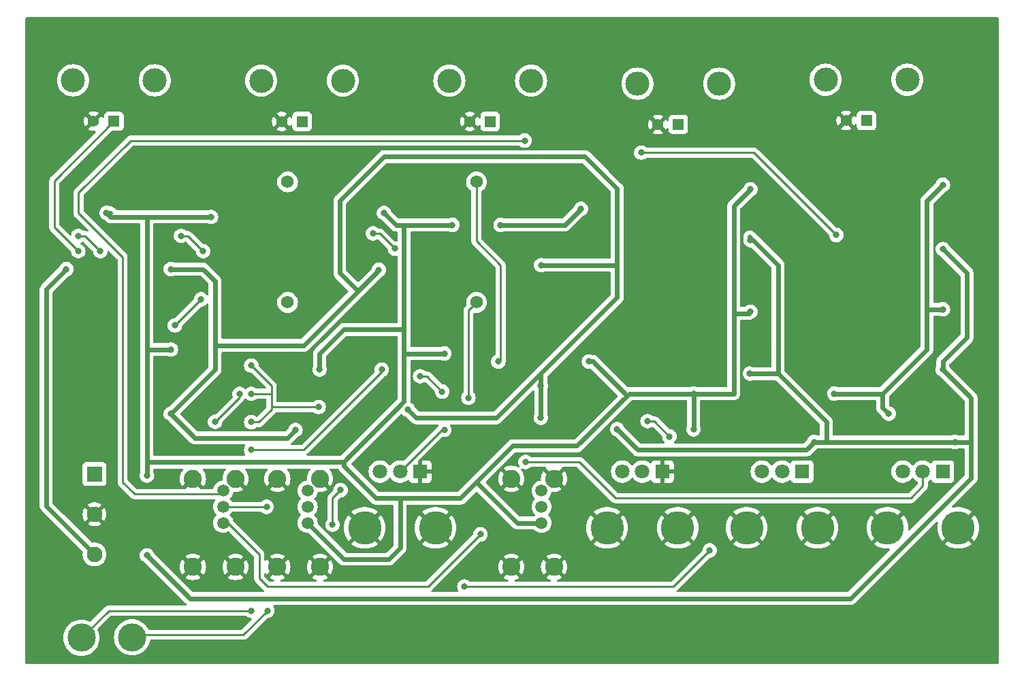
<source format=gbr>
%TF.GenerationSoftware,KiCad,Pcbnew,8.0.5*%
%TF.CreationDate,2024-10-09T14:13:09+02:00*%
%TF.ProjectId,ElectronicVdP,456c6563-7472-46f6-9e69-635664502e6b,v 1.0*%
%TF.SameCoordinates,Original*%
%TF.FileFunction,Copper,L2,Bot*%
%TF.FilePolarity,Positive*%
%FSLAX46Y46*%
G04 Gerber Fmt 4.6, Leading zero omitted, Abs format (unit mm)*
G04 Created by KiCad (PCBNEW 8.0.5) date 2024-10-09 14:13:09*
%MOMM*%
%LPD*%
G01*
G04 APERTURE LIST*
%TA.AperFunction,ComponentPad*%
%ADD10C,1.500000*%
%TD*%
%TA.AperFunction,ComponentPad*%
%ADD11C,2.250000*%
%TD*%
%TA.AperFunction,ComponentPad*%
%ADD12R,1.800000X1.800000*%
%TD*%
%TA.AperFunction,ComponentPad*%
%ADD13C,1.800000*%
%TD*%
%TA.AperFunction,ComponentPad*%
%ADD14C,4.155000*%
%TD*%
%TA.AperFunction,ComponentPad*%
%ADD15R,1.400000X1.400000*%
%TD*%
%TA.AperFunction,ComponentPad*%
%ADD16C,1.400000*%
%TD*%
%TA.AperFunction,ComponentPad*%
%ADD17C,3.000000*%
%TD*%
%TA.AperFunction,ComponentPad*%
%ADD18R,1.950000X1.950000*%
%TD*%
%TA.AperFunction,ComponentPad*%
%ADD19C,1.950000*%
%TD*%
%TA.AperFunction,ComponentPad*%
%ADD20C,1.575000*%
%TD*%
%TA.AperFunction,ViaPad*%
%ADD21C,0.800000*%
%TD*%
%TA.AperFunction,ViaPad*%
%ADD22C,3.500000*%
%TD*%
%TA.AperFunction,Conductor*%
%ADD23C,0.250000*%
%TD*%
%TA.AperFunction,Conductor*%
%ADD24C,0.600000*%
%TD*%
G04 APERTURE END LIST*
D10*
%TO.P,S4,1,NC*%
%TO.N,-x*%
X72000000Y-135075000D03*
%TO.P,S4,2,COM*%
%TO.N,Net-(S2-NC)*%
X72000000Y-137075000D03*
%TO.P,S4,3,NO*%
%TO.N,x*%
X72000000Y-139075000D03*
D11*
%TO.P,S4,MH1,MH1*%
%TO.N,GND*%
X73550000Y-133575000D03*
%TO.P,S4,MH2,MH2*%
X73550000Y-144575000D03*
%TO.P,S4,MH3,MH3*%
X68250000Y-133575000D03*
%TO.P,S4,MH4,MH4*%
X68250000Y-144575000D03*
%TD*%
D10*
%TO.P,S3,1,NC*%
%TO.N,x\u00B3*%
X111600000Y-135075000D03*
%TO.P,S3,2,COM*%
%TO.N,Net-(P3-CW)*%
X111600000Y-137075000D03*
%TO.P,S3,3,NO*%
%TO.N,+15V*%
X111600000Y-139075000D03*
D11*
%TO.P,S3,MH1,MH1*%
%TO.N,GND*%
X113150000Y-133575000D03*
%TO.P,S3,MH2,MH2*%
X113150000Y-144575000D03*
%TO.P,S3,MH3,MH3*%
X107850000Y-133575000D03*
%TO.P,S3,MH4,MH4*%
X107850000Y-144575000D03*
%TD*%
D10*
%TO.P,S2,1,NC*%
%TO.N,Net-(S2-NC)*%
X82500000Y-135075000D03*
%TO.P,S2,2,COM*%
%TO.N,Net-(P2-CW)*%
X82500000Y-137075000D03*
%TO.P,S2,3,NO*%
%TO.N,+15V*%
X82500000Y-139075000D03*
D11*
%TO.P,S2,MH1,MH1*%
%TO.N,GND*%
X84050000Y-133575000D03*
%TO.P,S2,MH2,MH2*%
X84050000Y-144575000D03*
%TO.P,S2,MH3,MH3*%
X78750000Y-133575000D03*
%TO.P,S2,MH4,MH4*%
X78750000Y-144575000D03*
%TD*%
D12*
%TO.P,P4,1,CCW*%
%TO.N,Net-(P4-CCW)*%
X161500000Y-132700000D03*
D13*
%TO.P,P4,2,WIPER*%
%TO.N,vo*%
X159000000Y-132700000D03*
%TO.P,P4,3,CW*%
%TO.N,Net-(P4-CW)*%
X156500000Y-132700000D03*
D14*
%TO.P,P4,MH1,MH1*%
%TO.N,GND*%
X163400000Y-139700000D03*
%TO.P,P4,MH2,MH2*%
X154600000Y-139700000D03*
%TD*%
D12*
%TO.P,P3,1,CCW*%
%TO.N,GND*%
X126635000Y-132700000D03*
D13*
%TO.P,P3,2,WIPER*%
%TO.N,Net-(P3-WIPER)*%
X124135000Y-132700000D03*
%TO.P,P3,3,CW*%
%TO.N,Net-(P3-CW)*%
X121635000Y-132700000D03*
D14*
%TO.P,P3,MH1,MH1*%
%TO.N,GND*%
X128535000Y-139700000D03*
%TO.P,P3,MH2,MH2*%
X119735000Y-139700000D03*
%TD*%
D12*
%TO.P,P2,1,CCW*%
%TO.N,GND*%
X96500000Y-132700000D03*
D13*
%TO.P,P2,2,WIPER*%
%TO.N,Net-(P2-WIPER)*%
X94000000Y-132700000D03*
%TO.P,P2,3,CW*%
%TO.N,Net-(P2-CW)*%
X91500000Y-132700000D03*
D14*
%TO.P,P2,MH1,MH1*%
%TO.N,GND*%
X98400000Y-139700000D03*
%TO.P,P2,MH2,MH2*%
X89600000Y-139700000D03*
%TD*%
D12*
%TO.P,P1,1,CCW*%
%TO.N,Net-(P1-CCW)*%
X144000000Y-132700000D03*
D13*
%TO.P,P1,2,WIPER*%
%TO.N,xo*%
X141500000Y-132700000D03*
%TO.P,P1,3,CW*%
%TO.N,Net-(P1-CW)*%
X139000000Y-132700000D03*
D14*
%TO.P,P1,MH1,MH1*%
%TO.N,GND*%
X145900000Y-139700000D03*
%TO.P,P1,MH2,MH2*%
X137100000Y-139700000D03*
%TD*%
D15*
%TO.P,J6,1,SIGNAL*%
%TO.N,Net-(J6-SIGNAL)*%
X152000000Y-89000000D03*
D16*
%TO.P,J6,2,GROUND*%
%TO.N,GND*%
X149460000Y-89000000D03*
D17*
%TO.P,J6,MH1,MH1*%
%TO.N,unconnected-(J6-PadMH1)*%
X157080000Y-83920000D03*
%TO.P,J6,MH2,MH2*%
%TO.N,unconnected-(J6-PadMH2)*%
X146920000Y-83920000D03*
%TD*%
D15*
%TO.P,J5,1,SIGNAL*%
%TO.N,Net-(J5-SIGNAL)*%
X128605000Y-89500000D03*
D16*
%TO.P,J5,2,GROUND*%
%TO.N,GND*%
X126065000Y-89500000D03*
D17*
%TO.P,J5,MH1,MH1*%
%TO.N,unconnected-(J5-PadMH1)*%
X133685000Y-84420000D03*
%TO.P,J5,MH2,MH2*%
%TO.N,unconnected-(J5-PadMH2)*%
X123525000Y-84420000D03*
%TD*%
D18*
%TO.P,J4,1,1*%
%TO.N,+15V*%
X56000000Y-133000000D03*
D19*
%TO.P,J4,2,2*%
%TO.N,GND*%
X56000000Y-138000000D03*
%TO.P,J4,3,3*%
%TO.N,-15V*%
X56000000Y-143000000D03*
%TD*%
D15*
%TO.P,J3,1,SIGNAL*%
%TO.N,Net-(J3-SIGNAL)*%
X105210000Y-89120000D03*
D16*
%TO.P,J3,2,GROUND*%
%TO.N,GND*%
X102670000Y-89120000D03*
D17*
%TO.P,J3,MH1,MH1*%
%TO.N,unconnected-(J3-PadMH1)*%
X110290000Y-84040000D03*
%TO.P,J3,MH2,MH2*%
%TO.N,unconnected-(J3-PadMH2)*%
X100130000Y-84040000D03*
%TD*%
D15*
%TO.P,J2,1,SIGNAL*%
%TO.N,Net-(J2-SIGNAL)*%
X81815000Y-89120000D03*
D16*
%TO.P,J2,2,GROUND*%
%TO.N,GND*%
X79275000Y-89120000D03*
D17*
%TO.P,J2,MH1,MH1*%
%TO.N,unconnected-(J2-PadMH1)*%
X86895000Y-84040000D03*
%TO.P,J2,MH2,MH2*%
%TO.N,unconnected-(J2-PadMH2)*%
X76735000Y-84040000D03*
%TD*%
D15*
%TO.P,J1,1,SIGNAL*%
%TO.N,Net-(J1-SIGNAL)*%
X58420000Y-89080000D03*
D16*
%TO.P,J1,2,GROUND*%
%TO.N,GND*%
X55880000Y-89080000D03*
D17*
%TO.P,J1,MH1,MH1*%
%TO.N,unconnected-(J1-PadMH1)*%
X63500000Y-84000000D03*
%TO.P,J1,MH2,MH2*%
%TO.N,unconnected-(J1-PadMH2)*%
X53340000Y-84000000D03*
%TD*%
D20*
%TO.P,C2,1,1*%
%TO.N,x*%
X103505000Y-111640000D03*
%TO.P,C2,2,2*%
%TO.N,Net-(U2--IN)*%
X103505000Y-96640000D03*
%TD*%
%TO.P,C1,1,1*%
%TO.N,V*%
X80010000Y-96640000D03*
%TO.P,C1,2,2*%
%TO.N,Net-(U1--IN)*%
X80010000Y-111640000D03*
%TD*%
D21*
%TO.N,VR3*%
X85600000Y-139300000D03*
X86600000Y-135000000D03*
%TO.N,Net-(S2-NC)*%
X77400000Y-137075000D03*
%TO.N,GND*%
X112500000Y-99000000D03*
%TO.N,-15V*%
X137500000Y-120500000D03*
X81000000Y-127500000D03*
X163000000Y-129000000D03*
X121000000Y-127425000D03*
X111500000Y-126000000D03*
X111549700Y-107000000D03*
X137580000Y-103910000D03*
X65500000Y-125500000D03*
X161500000Y-120000000D03*
X91365000Y-107580000D03*
X52500000Y-107500000D03*
X95000000Y-125000000D03*
X161500000Y-105000000D03*
X65500000Y-107500000D03*
X111500000Y-122000000D03*
X145500000Y-129000000D03*
X62525000Y-143115000D03*
%TO.N,+15V*%
X100500000Y-102000000D03*
X148000000Y-123000000D03*
X62525000Y-133180000D03*
X117500000Y-119000000D03*
X92000000Y-100500000D03*
X99500000Y-118000000D03*
X65500000Y-117500000D03*
X137580000Y-97560000D03*
X161500000Y-97000000D03*
X57500000Y-100500000D03*
X84000000Y-120000000D03*
X70500000Y-101000000D03*
X161500000Y-112500000D03*
X106500000Y-102000000D03*
X130500000Y-127425000D03*
X116500000Y-100000000D03*
X130500000Y-123000000D03*
X154775000Y-125500000D03*
X137580000Y-112800000D03*
%TO.N,Net-(J1-SIGNAL)*%
X53989850Y-105265001D03*
%TO.N,Net-(J2-SIGNAL)*%
X69500050Y-105265001D03*
X66769550Y-103364999D03*
%TO.N,Net-(J3-SIGNAL)*%
X93365250Y-104950001D03*
X90634750Y-103049999D03*
%TO.N,Net-(U2--IN)*%
X106225000Y-119000000D03*
%TO.N,Net-(U1--IN)*%
X75500000Y-123016666D03*
X75500000Y-119500000D03*
X83865250Y-124665001D03*
X75500000Y-126533332D03*
%TO.N,V*%
X148250000Y-103250000D03*
X124000000Y-93000000D03*
X69250000Y-111250000D03*
X66000000Y-114500000D03*
%TO.N,x*%
X102500000Y-123500000D03*
X104000000Y-140500000D03*
%TO.N,-x*%
X109500000Y-91500000D03*
%TO.N,Net-(P2-WIPER)*%
X99500000Y-127500000D03*
%TO.N,VR2*%
X91725000Y-120015000D03*
D22*
X54380000Y-153378000D03*
D21*
X75500000Y-130000000D03*
X75500000Y-150000000D03*
X96500050Y-120834999D03*
X99230550Y-122735001D03*
D22*
%TO.N,VR3*%
X60682500Y-153318000D03*
D21*
X132500000Y-142500000D03*
X124769550Y-126424999D03*
X102000000Y-147000000D03*
X127500050Y-128325001D03*
X77500000Y-150000000D03*
%TO.N,VR4*%
X53989850Y-103364999D03*
X56720350Y-105265001D03*
%TO.N,VR8*%
X74050000Y-123016666D03*
X71000000Y-126500000D03*
%TO.N,vo*%
X109600000Y-131500000D03*
%TD*%
D23*
%TO.N,vo*%
X159000000Y-134500000D02*
X159000000Y-132700000D01*
X120800000Y-136000000D02*
X157500000Y-136000000D01*
X116300000Y-131500000D02*
X120800000Y-136000000D01*
X109600000Y-131500000D02*
X116300000Y-131500000D01*
X157500000Y-136000000D02*
X159000000Y-134500000D01*
%TO.N,VR2*%
X82000000Y-130000000D02*
X75500000Y-130000000D01*
X91725000Y-120015000D02*
X91725000Y-120275000D01*
X91725000Y-120275000D02*
X82000000Y-130000000D01*
D24*
%TO.N,+15V*%
X62525000Y-131500000D02*
X87000000Y-131500000D01*
D23*
%TO.N,VR3*%
X85600000Y-136000000D02*
X86600000Y-135000000D01*
X85600000Y-139300000D02*
X85600000Y-136000000D01*
D24*
%TO.N,+15V*%
X87025000Y-143600000D02*
X82500000Y-139075000D01*
X92600000Y-143600000D02*
X87025000Y-143600000D01*
X94000000Y-142200000D02*
X92600000Y-143600000D01*
X94000000Y-136000000D02*
X94000000Y-142200000D01*
X94000000Y-136000000D02*
X91000000Y-136000000D01*
X101500000Y-136000000D02*
X94000000Y-136000000D01*
D23*
%TO.N,Net-(S2-NC)*%
X72000000Y-137075000D02*
X77400000Y-137075000D01*
D24*
%TO.N,+15V*%
X91000000Y-136000000D02*
X87000000Y-132000000D01*
X87000000Y-132000000D02*
X87000000Y-131500000D01*
X108000000Y-129500000D02*
X101500000Y-136000000D01*
X94500000Y-124000000D02*
X94500000Y-117500000D01*
X87000000Y-131500000D02*
X94500000Y-124000000D01*
D23*
%TO.N,VR2*%
X57758000Y-150000000D02*
X54380000Y-153378000D01*
X75500000Y-150000000D02*
X57758000Y-150000000D01*
%TO.N,-x*%
X71575000Y-135500000D02*
X72000000Y-135075000D01*
X59500000Y-134000000D02*
X61000000Y-135500000D01*
X54000000Y-98000000D02*
X54000000Y-100500000D01*
X60500000Y-91500000D02*
X54000000Y-98000000D01*
X109500000Y-91500000D02*
X60500000Y-91500000D01*
X54000000Y-100500000D02*
X59500000Y-106000000D01*
X59500000Y-106000000D02*
X59500000Y-134000000D01*
X61000000Y-135500000D02*
X71575000Y-135500000D01*
D24*
%TO.N,+15V*%
X108575000Y-139075000D02*
X111600000Y-139075000D01*
X103500000Y-134000000D02*
X108575000Y-139075000D01*
D23*
%TO.N,x*%
X76500000Y-143000000D02*
X72575000Y-139075000D01*
X76500000Y-146000000D02*
X76500000Y-143000000D01*
X72575000Y-139075000D02*
X72425000Y-139075000D01*
X77500000Y-147000000D02*
X76500000Y-146000000D01*
X97500000Y-147000000D02*
X77500000Y-147000000D01*
X104000000Y-140500000D02*
X97500000Y-147000000D01*
%TO.N,VR3*%
X128000000Y-147000000D02*
X132500000Y-142500000D01*
X102000000Y-147000000D02*
X128000000Y-147000000D01*
D24*
%TO.N,-15V*%
X67910000Y-148500000D02*
X73910000Y-148500000D01*
X62525000Y-143115000D02*
X67910000Y-148500000D01*
X165000000Y-133500000D02*
X165000000Y-129000000D01*
X73910000Y-148500000D02*
X150000000Y-148500000D01*
X150000000Y-148500000D02*
X165000000Y-133500000D01*
D23*
%TO.N,VR3*%
X61000500Y-153000000D02*
X60682500Y-153318000D01*
X77500000Y-150000000D02*
X74500000Y-153000000D01*
X74500000Y-153000000D02*
X61000500Y-153000000D01*
D24*
%TO.N,+15V*%
X154000000Y-124725000D02*
X154000000Y-123000000D01*
X154775000Y-125500000D02*
X154000000Y-124725000D01*
%TO.N,-15V*%
X161500000Y-119000000D02*
X164500000Y-116000000D01*
X68500000Y-128500000D02*
X80000000Y-128500000D01*
X111500000Y-120500000D02*
X111500000Y-122000000D01*
X121000000Y-97500000D02*
X121000000Y-107000000D01*
X92000000Y-93500000D02*
X117000000Y-93500000D01*
X65500000Y-125500000D02*
X68500000Y-128500000D01*
X65500000Y-125500000D02*
X70000000Y-121000000D01*
X50000000Y-137000000D02*
X50000000Y-110000000D01*
X111500000Y-122000000D02*
X111500000Y-126000000D01*
X88750000Y-110250000D02*
X86500000Y-108000000D01*
X147000000Y-129000000D02*
X147000000Y-126500000D01*
X164500000Y-108000000D02*
X161500000Y-105000000D01*
X82000000Y-117000000D02*
X88750000Y-110250000D01*
X137910000Y-103910000D02*
X141000000Y-107000000D01*
X71000000Y-117000000D02*
X82000000Y-117000000D01*
X71000000Y-115000000D02*
X71000000Y-117000000D01*
X165000000Y-123500000D02*
X161500000Y-120000000D01*
X117000000Y-93500000D02*
X121000000Y-97500000D01*
X121000000Y-107000000D02*
X121000000Y-111000000D01*
X70000000Y-121000000D02*
X71000000Y-120000000D01*
X137580000Y-103910000D02*
X137580000Y-103580000D01*
X86500000Y-99000000D02*
X92000000Y-93500000D01*
X164500000Y-116000000D02*
X164500000Y-108000000D01*
X161500000Y-120000000D02*
X161500000Y-119000000D01*
X137580000Y-103910000D02*
X137910000Y-103910000D01*
X95000000Y-125000000D02*
X96000000Y-126000000D01*
X80000000Y-128500000D02*
X81000000Y-127500000D01*
X88750000Y-110250000D02*
X91365000Y-107635000D01*
X147000000Y-126500000D02*
X141000000Y-120500000D01*
X141000000Y-107000000D02*
X141000000Y-120500000D01*
X71000000Y-109000000D02*
X69500000Y-107500000D01*
X69500000Y-107500000D02*
X65500000Y-107500000D01*
X56000000Y-143000000D02*
X50000000Y-137000000D01*
X121000000Y-111000000D02*
X111500000Y-120500000D01*
X96000000Y-126000000D02*
X106000000Y-126000000D01*
X165000000Y-129000000D02*
X145500000Y-129000000D01*
X123575000Y-130000000D02*
X144500000Y-130000000D01*
X71000000Y-120000000D02*
X71000000Y-115000000D01*
X91365000Y-107635000D02*
X91365000Y-107580000D01*
X137580000Y-103580000D02*
X137500000Y-103500000D01*
X121000000Y-107000000D02*
X111549700Y-107000000D01*
X141000000Y-120500000D02*
X137500000Y-120500000D01*
X50000000Y-110000000D02*
X52500000Y-107500000D01*
X71000000Y-115000000D02*
X71000000Y-109000000D01*
X86500000Y-108000000D02*
X86500000Y-99000000D01*
X144500000Y-130000000D02*
X145500000Y-129000000D01*
X165000000Y-129000000D02*
X165000000Y-123500000D01*
X121000000Y-127425000D02*
X123575000Y-130000000D01*
X106000000Y-126000000D02*
X111500000Y-120500000D01*
%TO.N,+15V*%
X62525000Y-120025000D02*
X62500000Y-120000000D01*
X148000000Y-123000000D02*
X154000000Y-123000000D01*
X154000000Y-123000000D02*
X159500000Y-117500000D01*
X87000000Y-115000000D02*
X94500000Y-115000000D01*
X62500000Y-117500000D02*
X65500000Y-117500000D01*
X92000000Y-100500000D02*
X93500000Y-102000000D01*
X62525000Y-133180000D02*
X62525000Y-120025000D01*
X108000000Y-129500000D02*
X112500000Y-129500000D01*
X84000000Y-120000000D02*
X84000000Y-118000000D01*
X137580000Y-97560000D02*
X135500000Y-99640000D01*
X159500000Y-112500000D02*
X159500000Y-99000000D01*
X93500000Y-102000000D02*
X100500000Y-102000000D01*
X122250000Y-123250000D02*
X122500000Y-123000000D01*
X159500000Y-112500000D02*
X161500000Y-112500000D01*
X57500000Y-100500000D02*
X58000000Y-100500000D01*
X94500000Y-102000000D02*
X94500000Y-115000000D01*
X159500000Y-117500000D02*
X159500000Y-112500000D01*
X137380000Y-113000000D02*
X137580000Y-112800000D01*
X122250000Y-123250000D02*
X118000000Y-119000000D01*
X106500000Y-102000000D02*
X114500000Y-102000000D01*
X130500000Y-123000000D02*
X130500000Y-127425000D01*
X118000000Y-119000000D02*
X117500000Y-119000000D01*
X93500000Y-102000000D02*
X94500000Y-102000000D01*
X62500000Y-117500000D02*
X62500000Y-101000000D01*
X84000000Y-118000000D02*
X87000000Y-115000000D01*
X135500000Y-123000000D02*
X130500000Y-123000000D01*
X64500000Y-101000000D02*
X70500000Y-101000000D01*
X135500000Y-112500000D02*
X135500000Y-123000000D01*
X116000000Y-129500000D02*
X122250000Y-123250000D01*
X135500000Y-113000000D02*
X137380000Y-113000000D01*
X94500000Y-118000000D02*
X99500000Y-118000000D01*
X114500000Y-102000000D02*
X116500000Y-100000000D01*
X58000000Y-101000000D02*
X57500000Y-100500000D01*
X135500000Y-99640000D02*
X135500000Y-112500000D01*
X64500000Y-101000000D02*
X58000000Y-101000000D01*
X94500000Y-115000000D02*
X94500000Y-118000000D01*
X108000000Y-129500000D02*
X116000000Y-129500000D01*
X122500000Y-123000000D02*
X135500000Y-123000000D01*
X62500000Y-120000000D02*
X62500000Y-117500000D01*
X159500000Y-99000000D02*
X161500000Y-97000000D01*
D23*
%TO.N,Net-(J1-SIGNAL)*%
X51000000Y-102275151D02*
X53989850Y-105265001D01*
X58420000Y-89080000D02*
X51000000Y-96500000D01*
X51000000Y-96500000D02*
X51000000Y-102275151D01*
%TO.N,Net-(J2-SIGNAL)*%
X66769550Y-103364999D02*
X67600048Y-103364999D01*
X67600048Y-103364999D02*
X69500050Y-105265001D01*
%TO.N,Net-(J3-SIGNAL)*%
X90634750Y-103049999D02*
X91465248Y-103049999D01*
X91465248Y-103049999D02*
X93365250Y-104950001D01*
%TO.N,Net-(U2--IN)*%
X103505000Y-96640000D02*
X103505000Y-104005000D01*
X106500000Y-107000000D02*
X106500000Y-119000000D01*
X103505000Y-104005000D02*
X106500000Y-107000000D01*
%TO.N,Net-(U1--IN)*%
X78165001Y-124665001D02*
X78000000Y-124500000D01*
X75500000Y-126533332D02*
X76466668Y-126533332D01*
X78000000Y-123000000D02*
X77983334Y-123016666D01*
X75500000Y-119500000D02*
X78000000Y-122000000D01*
X83865250Y-124665001D02*
X78165001Y-124665001D01*
X78000000Y-124500000D02*
X78000000Y-123000000D01*
X78000000Y-122000000D02*
X78000000Y-123000000D01*
X77983334Y-123016666D02*
X75500000Y-123016666D01*
X78000000Y-125000000D02*
X78000000Y-124500000D01*
X76466668Y-126533332D02*
X78000000Y-125000000D01*
%TO.N,V*%
X66000000Y-114500000D02*
X69250000Y-111250000D01*
X138000000Y-93000000D02*
X148250000Y-103250000D01*
X124000000Y-93000000D02*
X138000000Y-93000000D01*
%TO.N,x*%
X102500000Y-112645000D02*
X102500000Y-123500000D01*
X103505000Y-111640000D02*
X102500000Y-112645000D01*
%TO.N,Net-(P2-WIPER)*%
X99500000Y-127500000D02*
X99200000Y-127500000D01*
X99200000Y-127500000D02*
X94000000Y-132700000D01*
%TO.N,VR2*%
X97330548Y-120834999D02*
X99230550Y-122735001D01*
X96500050Y-120834999D02*
X97330548Y-120834999D01*
%TO.N,VR3*%
X125600048Y-126424999D02*
X127500050Y-128325001D01*
X124769550Y-126424999D02*
X125600048Y-126424999D01*
%TO.N,VR4*%
X53989850Y-103364999D02*
X54820348Y-103364999D01*
X54820348Y-103364999D02*
X56720350Y-105265001D01*
%TO.N,VR8*%
X74050000Y-123450000D02*
X74050000Y-123016666D01*
X71000000Y-126500000D02*
X74050000Y-123450000D01*
%TD*%
%TA.AperFunction,Conductor*%
%TO.N,GND*%
G36*
X78085359Y-144930258D02*
G01*
X78167437Y-145053097D01*
X78271903Y-145157563D01*
X78394742Y-145239641D01*
X78425974Y-145252578D01*
X77788087Y-145890465D01*
X77791897Y-145893719D01*
X78009984Y-146027363D01*
X78009987Y-146027365D01*
X78246297Y-146125247D01*
X78265787Y-146129926D01*
X78326379Y-146164716D01*
X78358543Y-146226743D01*
X78352067Y-146296312D01*
X78309008Y-146351336D01*
X78243035Y-146374345D01*
X78236840Y-146374500D01*
X77810453Y-146374500D01*
X77743414Y-146354815D01*
X77722772Y-146338181D01*
X77161819Y-145777228D01*
X77128334Y-145715905D01*
X77125500Y-145689547D01*
X77125500Y-145473785D01*
X77145185Y-145406746D01*
X77197989Y-145360991D01*
X77267147Y-145351047D01*
X77330703Y-145380072D01*
X77355227Y-145408995D01*
X77431277Y-145533098D01*
X77431284Y-145533107D01*
X77434533Y-145536912D01*
X78072421Y-144899024D01*
X78085359Y-144930258D01*
G37*
%TD.AperFunction*%
%TA.AperFunction,Conductor*%
G36*
X86242201Y-132320185D02*
G01*
X86287956Y-132372989D01*
X86289715Y-132377029D01*
X86290606Y-132379179D01*
X86290607Y-132379180D01*
X86290609Y-132379185D01*
X86378210Y-132510288D01*
X86378213Y-132510292D01*
X90378211Y-136510289D01*
X90455571Y-136587649D01*
X90489712Y-136621790D01*
X90620814Y-136709390D01*
X90620827Y-136709397D01*
X90766498Y-136769735D01*
X90766503Y-136769737D01*
X90766507Y-136769737D01*
X90766508Y-136769738D01*
X90921154Y-136800500D01*
X90921157Y-136800500D01*
X90921158Y-136800500D01*
X93075500Y-136800500D01*
X93142539Y-136820185D01*
X93188294Y-136872989D01*
X93199500Y-136924500D01*
X93199500Y-141817060D01*
X93179815Y-141884099D01*
X93163181Y-141904741D01*
X92304741Y-142763181D01*
X92243418Y-142796666D01*
X92217060Y-142799500D01*
X87407940Y-142799500D01*
X87340901Y-142779815D01*
X87320259Y-142763181D01*
X83857078Y-139300000D01*
X84694540Y-139300000D01*
X84714326Y-139488256D01*
X84714327Y-139488259D01*
X84772818Y-139668277D01*
X84772821Y-139668284D01*
X84867467Y-139832216D01*
X84924165Y-139895185D01*
X84994129Y-139972888D01*
X85147265Y-140084148D01*
X85147270Y-140084151D01*
X85320192Y-140161142D01*
X85320197Y-140161144D01*
X85505354Y-140200500D01*
X85505355Y-140200500D01*
X85694644Y-140200500D01*
X85694646Y-140200500D01*
X85879803Y-140161144D01*
X86052730Y-140084151D01*
X86205871Y-139972888D01*
X86332533Y-139832216D01*
X86408871Y-139699994D01*
X87017404Y-139699994D01*
X87017404Y-139700005D01*
X87037767Y-140023674D01*
X87037768Y-140023681D01*
X87098542Y-140342270D01*
X87198763Y-140650718D01*
X87198765Y-140650723D01*
X87336852Y-140944171D01*
X87336855Y-140944177D01*
X87510634Y-141218010D01*
X87510637Y-141218014D01*
X87609241Y-141337205D01*
X88459671Y-140486774D01*
X88543581Y-140602267D01*
X88697733Y-140756419D01*
X88813223Y-140840327D01*
X87959488Y-141694062D01*
X88216177Y-141880558D01*
X88216188Y-141880565D01*
X88500384Y-142036803D01*
X88500392Y-142036807D01*
X88801930Y-142156194D01*
X88801933Y-142156195D01*
X89116073Y-142236852D01*
X89437825Y-142277499D01*
X89437839Y-142277500D01*
X89762161Y-142277500D01*
X89762174Y-142277499D01*
X90083926Y-142236852D01*
X90398066Y-142156195D01*
X90398069Y-142156194D01*
X90699607Y-142036807D01*
X90699615Y-142036803D01*
X90983811Y-141880565D01*
X90983822Y-141880558D01*
X91240509Y-141694062D01*
X91240510Y-141694062D01*
X90386775Y-140840328D01*
X90502267Y-140756419D01*
X90656419Y-140602267D01*
X90740327Y-140486775D01*
X91590757Y-141337205D01*
X91689367Y-141218007D01*
X91863144Y-140944177D01*
X91863147Y-140944171D01*
X92001234Y-140650723D01*
X92001236Y-140650718D01*
X92101457Y-140342270D01*
X92162231Y-140023681D01*
X92162232Y-140023674D01*
X92182596Y-139700005D01*
X92182596Y-139699994D01*
X92162232Y-139376325D01*
X92162231Y-139376318D01*
X92101457Y-139057729D01*
X92001236Y-138749281D01*
X92001234Y-138749276D01*
X91863147Y-138455828D01*
X91863144Y-138455822D01*
X91689365Y-138181989D01*
X91689362Y-138181985D01*
X91590757Y-138062793D01*
X90740327Y-138913223D01*
X90656419Y-138797733D01*
X90502267Y-138643581D01*
X90386775Y-138559671D01*
X91240510Y-137705936D01*
X90983827Y-137519444D01*
X90983817Y-137519437D01*
X90699615Y-137363196D01*
X90699607Y-137363192D01*
X90398069Y-137243805D01*
X90398066Y-137243804D01*
X90083926Y-137163147D01*
X89762174Y-137122500D01*
X89437825Y-137122500D01*
X89116073Y-137163147D01*
X88801933Y-137243804D01*
X88801930Y-137243805D01*
X88500392Y-137363192D01*
X88500384Y-137363196D01*
X88216182Y-137519437D01*
X88216172Y-137519444D01*
X87959489Y-137705936D01*
X87959488Y-137705936D01*
X88813224Y-138559671D01*
X88697733Y-138643581D01*
X88543581Y-138797733D01*
X88459672Y-138913224D01*
X87609241Y-138062793D01*
X87609240Y-138062793D01*
X87510636Y-138181986D01*
X87510634Y-138181989D01*
X87336855Y-138455822D01*
X87336852Y-138455828D01*
X87198765Y-138749276D01*
X87198763Y-138749281D01*
X87098542Y-139057729D01*
X87037768Y-139376318D01*
X87037767Y-139376325D01*
X87017404Y-139699994D01*
X86408871Y-139699994D01*
X86427179Y-139668284D01*
X86485674Y-139488256D01*
X86505460Y-139300000D01*
X86485674Y-139111744D01*
X86427179Y-138931716D01*
X86332533Y-138767784D01*
X86275488Y-138704429D01*
X86257350Y-138684284D01*
X86227120Y-138621292D01*
X86225500Y-138601312D01*
X86225500Y-136310452D01*
X86245185Y-136243413D01*
X86261819Y-136222771D01*
X86547772Y-135936819D01*
X86609095Y-135903334D01*
X86635453Y-135900500D01*
X86694644Y-135900500D01*
X86694646Y-135900500D01*
X86879803Y-135861144D01*
X87052730Y-135784151D01*
X87205871Y-135672888D01*
X87332533Y-135532216D01*
X87427179Y-135368284D01*
X87485674Y-135188256D01*
X87505460Y-135000000D01*
X87485674Y-134811744D01*
X87427179Y-134631716D01*
X87332533Y-134467784D01*
X87205871Y-134327112D01*
X87205870Y-134327111D01*
X87052734Y-134215851D01*
X87052729Y-134215848D01*
X86879807Y-134138857D01*
X86879802Y-134138855D01*
X86734001Y-134107865D01*
X86694646Y-134099500D01*
X86505354Y-134099500D01*
X86472897Y-134106398D01*
X86320197Y-134138855D01*
X86320192Y-134138857D01*
X86147270Y-134215848D01*
X86147265Y-134215851D01*
X85994129Y-134327111D01*
X85867466Y-134467785D01*
X85772821Y-134631715D01*
X85772818Y-134631722D01*
X85714327Y-134811740D01*
X85714326Y-134811744D01*
X85705183Y-134898737D01*
X85696679Y-134979649D01*
X85670094Y-135044263D01*
X85661039Y-135054368D01*
X85201269Y-135514140D01*
X85114144Y-135601264D01*
X85114138Y-135601272D01*
X85045690Y-135703708D01*
X85045688Y-135703713D01*
X85012370Y-135784152D01*
X85012369Y-135784154D01*
X84998539Y-135817539D01*
X84998535Y-135817553D01*
X84986517Y-135877967D01*
X84986518Y-135877968D01*
X84977930Y-135921150D01*
X84977929Y-135921157D01*
X84974500Y-135938393D01*
X84974500Y-138601312D01*
X84954815Y-138668351D01*
X84942650Y-138684284D01*
X84867466Y-138767784D01*
X84772821Y-138931715D01*
X84772818Y-138931722D01*
X84726264Y-139075002D01*
X84714326Y-139111744D01*
X84694540Y-139300000D01*
X83857078Y-139300000D01*
X83786251Y-139229173D01*
X83752766Y-139167850D01*
X83750404Y-139130689D01*
X83755277Y-139075000D01*
X83736207Y-138857023D01*
X83679575Y-138645670D01*
X83587102Y-138447362D01*
X83587100Y-138447359D01*
X83587099Y-138447357D01*
X83461597Y-138268121D01*
X83356156Y-138162680D01*
X83322671Y-138101357D01*
X83327655Y-138031665D01*
X83356152Y-137987322D01*
X83461598Y-137881877D01*
X83587102Y-137702639D01*
X83679575Y-137504330D01*
X83736207Y-137292977D01*
X83755277Y-137075000D01*
X83736207Y-136857023D01*
X83679575Y-136645670D01*
X83587102Y-136447362D01*
X83587100Y-136447359D01*
X83587099Y-136447357D01*
X83461597Y-136268121D01*
X83356156Y-136162680D01*
X83322671Y-136101357D01*
X83327655Y-136031665D01*
X83356152Y-135987322D01*
X83461598Y-135881877D01*
X83587102Y-135702639D01*
X83679575Y-135504330D01*
X83736207Y-135292977D01*
X83736208Y-135292955D01*
X83736236Y-135292806D01*
X83736272Y-135292732D01*
X83737608Y-135287748D01*
X83738609Y-135288016D01*
X83767256Y-135230200D01*
X83827200Y-135194303D01*
X83868084Y-135190707D01*
X84050000Y-135205024D01*
X84304989Y-135184957D01*
X84553702Y-135125247D01*
X84790012Y-135027365D01*
X84790015Y-135027363D01*
X85008095Y-134893724D01*
X85008110Y-134893713D01*
X85011911Y-134890466D01*
X85011911Y-134890464D01*
X84374025Y-134252578D01*
X84405258Y-134239641D01*
X84528097Y-134157563D01*
X84632563Y-134053097D01*
X84714641Y-133930258D01*
X84727578Y-133899025D01*
X85365464Y-134536911D01*
X85365466Y-134536911D01*
X85368713Y-134533110D01*
X85368724Y-134533095D01*
X85502363Y-134315015D01*
X85502365Y-134315012D01*
X85600247Y-134078702D01*
X85659957Y-133829989D01*
X85680024Y-133575000D01*
X85659957Y-133320010D01*
X85600247Y-133071297D01*
X85502365Y-132834987D01*
X85502363Y-132834984D01*
X85368721Y-132616899D01*
X85368715Y-132616891D01*
X85273178Y-132505031D01*
X85244607Y-132441270D01*
X85255044Y-132372184D01*
X85301175Y-132319708D01*
X85367468Y-132300500D01*
X86175162Y-132300500D01*
X86242201Y-132320185D01*
G37*
%TD.AperFunction*%
%TA.AperFunction,Conductor*%
G36*
X72299571Y-132320185D02*
G01*
X72345326Y-132372989D01*
X72355270Y-132442147D01*
X72326822Y-132505031D01*
X72231284Y-132616891D01*
X72231278Y-132616899D01*
X72097636Y-132834984D01*
X72097634Y-132834987D01*
X71999752Y-133071297D01*
X71940042Y-133320010D01*
X71919975Y-133575000D01*
X71930006Y-133702458D01*
X71915642Y-133770836D01*
X71866590Y-133820592D01*
X71817198Y-133835715D01*
X71782026Y-133838792D01*
X71782017Y-133838794D01*
X71570677Y-133895422D01*
X71570668Y-133895426D01*
X71372361Y-133987898D01*
X71372357Y-133987900D01*
X71193121Y-134113402D01*
X71038402Y-134268121D01*
X70912900Y-134447357D01*
X70912898Y-134447361D01*
X70820426Y-134645668D01*
X70820423Y-134645675D01*
X70783736Y-134782594D01*
X70747371Y-134842254D01*
X70684524Y-134872783D01*
X70663961Y-134874500D01*
X69247308Y-134874500D01*
X69180269Y-134854815D01*
X69159627Y-134838181D01*
X68574025Y-134252578D01*
X68605258Y-134239641D01*
X68728097Y-134157563D01*
X68832563Y-134053097D01*
X68914641Y-133930258D01*
X68927578Y-133899025D01*
X69565464Y-134536911D01*
X69565466Y-134536911D01*
X69568713Y-134533110D01*
X69568724Y-134533095D01*
X69702363Y-134315015D01*
X69702365Y-134315012D01*
X69800247Y-134078702D01*
X69859957Y-133829989D01*
X69880024Y-133575000D01*
X69859957Y-133320010D01*
X69800247Y-133071297D01*
X69702365Y-132834987D01*
X69702363Y-132834984D01*
X69568721Y-132616899D01*
X69568715Y-132616891D01*
X69473178Y-132505031D01*
X69444607Y-132441270D01*
X69455044Y-132372184D01*
X69501175Y-132319708D01*
X69567468Y-132300500D01*
X72232532Y-132300500D01*
X72299571Y-132320185D01*
G37*
%TD.AperFunction*%
%TA.AperFunction,Conductor*%
G36*
X116684099Y-94320185D02*
G01*
X116704741Y-94336819D01*
X120163181Y-97795259D01*
X120196666Y-97856582D01*
X120199500Y-97882940D01*
X120199500Y-106075500D01*
X120179815Y-106142539D01*
X120127011Y-106188294D01*
X120075500Y-106199500D01*
X111992067Y-106199500D01*
X111941631Y-106188779D01*
X111829507Y-106138857D01*
X111829502Y-106138855D01*
X111683701Y-106107865D01*
X111644346Y-106099500D01*
X111455054Y-106099500D01*
X111422597Y-106106398D01*
X111269897Y-106138855D01*
X111269892Y-106138857D01*
X111096970Y-106215848D01*
X111096965Y-106215851D01*
X110943829Y-106327111D01*
X110817166Y-106467785D01*
X110722521Y-106631715D01*
X110722518Y-106631722D01*
X110669190Y-106795851D01*
X110664026Y-106811744D01*
X110644240Y-107000000D01*
X110664026Y-107188256D01*
X110664027Y-107188259D01*
X110722518Y-107368277D01*
X110722521Y-107368284D01*
X110817167Y-107532216D01*
X110917294Y-107643418D01*
X110943829Y-107672888D01*
X111096965Y-107784148D01*
X111096970Y-107784151D01*
X111269892Y-107861142D01*
X111269897Y-107861144D01*
X111455054Y-107900500D01*
X111455055Y-107900500D01*
X111644344Y-107900500D01*
X111644346Y-107900500D01*
X111829503Y-107861144D01*
X111886981Y-107835552D01*
X111941631Y-107811221D01*
X111992067Y-107800500D01*
X120075500Y-107800500D01*
X120142539Y-107820185D01*
X120188294Y-107872989D01*
X120199500Y-107924500D01*
X120199500Y-110617060D01*
X120179815Y-110684099D01*
X120163181Y-110704741D01*
X105704741Y-125163181D01*
X105643418Y-125196666D01*
X105617060Y-125199500D01*
X96382940Y-125199500D01*
X96315901Y-125179815D01*
X96295259Y-125163181D01*
X95878736Y-124746658D01*
X95848486Y-124697294D01*
X95845969Y-124689548D01*
X95827179Y-124631716D01*
X95827177Y-124631712D01*
X95732534Y-124467785D01*
X95605870Y-124327111D01*
X95452732Y-124215849D01*
X95374063Y-124180823D01*
X95320827Y-124135572D01*
X95300506Y-124068723D01*
X95300500Y-124067544D01*
X95300500Y-120834999D01*
X95594590Y-120834999D01*
X95614376Y-121023255D01*
X95614377Y-121023258D01*
X95672868Y-121203276D01*
X95672871Y-121203283D01*
X95767517Y-121367215D01*
X95888054Y-121501085D01*
X95894179Y-121507887D01*
X96047315Y-121619147D01*
X96047320Y-121619150D01*
X96220242Y-121696141D01*
X96220247Y-121696143D01*
X96405404Y-121735499D01*
X96405405Y-121735499D01*
X96594694Y-121735499D01*
X96594696Y-121735499D01*
X96779853Y-121696143D01*
X96952780Y-121619150D01*
X97027729Y-121564696D01*
X97093532Y-121541217D01*
X97161586Y-121557042D01*
X97188292Y-121577333D01*
X97749813Y-122138855D01*
X98291588Y-122680630D01*
X98325073Y-122741953D01*
X98327228Y-122755349D01*
X98332059Y-122801312D01*
X98344876Y-122923257D01*
X98344877Y-122923260D01*
X98403368Y-123103278D01*
X98403371Y-123103285D01*
X98498017Y-123267217D01*
X98598822Y-123379172D01*
X98624679Y-123407889D01*
X98777815Y-123519149D01*
X98777820Y-123519152D01*
X98950742Y-123596143D01*
X98950747Y-123596145D01*
X99135904Y-123635501D01*
X99135905Y-123635501D01*
X99325194Y-123635501D01*
X99325196Y-123635501D01*
X99510353Y-123596145D01*
X99683280Y-123519152D01*
X99709641Y-123500000D01*
X101594540Y-123500000D01*
X101614326Y-123688256D01*
X101614327Y-123688259D01*
X101672818Y-123868277D01*
X101672821Y-123868284D01*
X101767467Y-124032216D01*
X101866712Y-124142438D01*
X101894129Y-124172888D01*
X102047265Y-124284148D01*
X102047270Y-124284151D01*
X102220192Y-124361142D01*
X102220197Y-124361144D01*
X102405354Y-124400500D01*
X102405355Y-124400500D01*
X102594644Y-124400500D01*
X102594646Y-124400500D01*
X102779803Y-124361144D01*
X102952730Y-124284151D01*
X103105871Y-124172888D01*
X103232533Y-124032216D01*
X103327179Y-123868284D01*
X103385674Y-123688256D01*
X103405460Y-123500000D01*
X103385674Y-123311744D01*
X103327179Y-123131716D01*
X103232533Y-122967784D01*
X103206070Y-122938394D01*
X103157350Y-122884284D01*
X103127120Y-122821292D01*
X103125500Y-122801312D01*
X103125500Y-113033349D01*
X103145185Y-112966310D01*
X103197989Y-112920555D01*
X103267147Y-112910611D01*
X103278051Y-112912848D01*
X103280477Y-112913275D01*
X103280487Y-112913278D01*
X103440853Y-112927308D01*
X103504998Y-112932920D01*
X103505000Y-112932920D01*
X103505002Y-112932920D01*
X103561128Y-112928009D01*
X103729513Y-112913278D01*
X103947205Y-112854947D01*
X104151460Y-112759702D01*
X104336073Y-112630434D01*
X104495434Y-112471073D01*
X104624702Y-112286460D01*
X104719947Y-112082205D01*
X104778278Y-111864513D01*
X104797920Y-111640000D01*
X104778278Y-111415487D01*
X104719947Y-111197795D01*
X104624702Y-110993540D01*
X104495434Y-110808927D01*
X104336073Y-110649566D01*
X104289650Y-110617060D01*
X104151466Y-110520302D01*
X104151463Y-110520300D01*
X104151460Y-110520298D01*
X104151456Y-110520296D01*
X103947211Y-110425055D01*
X103947200Y-110425051D01*
X103729514Y-110366722D01*
X103729507Y-110366721D01*
X103505002Y-110347080D01*
X103504998Y-110347080D01*
X103280492Y-110366721D01*
X103280485Y-110366722D01*
X103062799Y-110425051D01*
X103062788Y-110425055D01*
X102858543Y-110520296D01*
X102858533Y-110520302D01*
X102673926Y-110649566D01*
X102514566Y-110808926D01*
X102385302Y-110993533D01*
X102385296Y-110993543D01*
X102290055Y-111197788D01*
X102290051Y-111197799D01*
X102231722Y-111415485D01*
X102231721Y-111415492D01*
X102212080Y-111639997D01*
X102212080Y-111640002D01*
X102231721Y-111864507D01*
X102231722Y-111864514D01*
X102247887Y-111924840D01*
X102246224Y-111994690D01*
X102215794Y-112044615D01*
X102101269Y-112159140D01*
X102101267Y-112159142D01*
X102073590Y-112186819D01*
X102014141Y-112246267D01*
X102000619Y-112266503D01*
X102000620Y-112266504D01*
X101945689Y-112348712D01*
X101945685Y-112348719D01*
X101915821Y-112420820D01*
X101915821Y-112420821D01*
X101898538Y-112462545D01*
X101898535Y-112462555D01*
X101874500Y-112583389D01*
X101874500Y-122801312D01*
X101854815Y-122868351D01*
X101842650Y-122884284D01*
X101767466Y-122967784D01*
X101672821Y-123131715D01*
X101672818Y-123131722D01*
X101619682Y-123295259D01*
X101614326Y-123311744D01*
X101594540Y-123500000D01*
X99709641Y-123500000D01*
X99836421Y-123407889D01*
X99963083Y-123267217D01*
X100057729Y-123103285D01*
X100116224Y-122923257D01*
X100136010Y-122735001D01*
X100116224Y-122546745D01*
X100057729Y-122366717D01*
X99963083Y-122202785D01*
X99836421Y-122062113D01*
X99836420Y-122062112D01*
X99683284Y-121950852D01*
X99683279Y-121950849D01*
X99510357Y-121873858D01*
X99510352Y-121873856D01*
X99364551Y-121842866D01*
X99325196Y-121834501D01*
X99325195Y-121834501D01*
X99266003Y-121834501D01*
X99198964Y-121814816D01*
X99178322Y-121798182D01*
X97823476Y-120443337D01*
X97823473Y-120443333D01*
X97823473Y-120443334D01*
X97816406Y-120436267D01*
X97816406Y-120436266D01*
X97729281Y-120349141D01*
X97729280Y-120349140D01*
X97729279Y-120349139D01*
X97673313Y-120311744D01*
X97632018Y-120284151D01*
X97626834Y-120280687D01*
X97626831Y-120280685D01*
X97626828Y-120280684D01*
X97546340Y-120247346D01*
X97513001Y-120233536D01*
X97502975Y-120231542D01*
X97452577Y-120221517D01*
X97392158Y-120209499D01*
X97392155Y-120209499D01*
X97392154Y-120209499D01*
X97203798Y-120209499D01*
X97136759Y-120189814D01*
X97111650Y-120168473D01*
X97105923Y-120162113D01*
X97105919Y-120162109D01*
X96952784Y-120050850D01*
X96952779Y-120050847D01*
X96779857Y-119973856D01*
X96779852Y-119973854D01*
X96634051Y-119942864D01*
X96594696Y-119934499D01*
X96405404Y-119934499D01*
X96372947Y-119941397D01*
X96220247Y-119973854D01*
X96220242Y-119973856D01*
X96047320Y-120050847D01*
X96047315Y-120050850D01*
X95894179Y-120162110D01*
X95767516Y-120302784D01*
X95672871Y-120466714D01*
X95672868Y-120466721D01*
X95646714Y-120547216D01*
X95614376Y-120646743D01*
X95594590Y-120834999D01*
X95300500Y-120834999D01*
X95300500Y-118924500D01*
X95320185Y-118857461D01*
X95372989Y-118811706D01*
X95424500Y-118800500D01*
X99057633Y-118800500D01*
X99108069Y-118811221D01*
X99220192Y-118861142D01*
X99220197Y-118861144D01*
X99405354Y-118900500D01*
X99405355Y-118900500D01*
X99594644Y-118900500D01*
X99594646Y-118900500D01*
X99779803Y-118861144D01*
X99952730Y-118784151D01*
X100105871Y-118672888D01*
X100232533Y-118532216D01*
X100327179Y-118368284D01*
X100385674Y-118188256D01*
X100405460Y-118000000D01*
X100385674Y-117811744D01*
X100327179Y-117631716D01*
X100232533Y-117467784D01*
X100105871Y-117327112D01*
X100084719Y-117311744D01*
X99952734Y-117215851D01*
X99952729Y-117215848D01*
X99779807Y-117138857D01*
X99779802Y-117138855D01*
X99634001Y-117107865D01*
X99594646Y-117099500D01*
X99405354Y-117099500D01*
X99372897Y-117106398D01*
X99220197Y-117138855D01*
X99220192Y-117138857D01*
X99108069Y-117188779D01*
X99057633Y-117199500D01*
X95424500Y-117199500D01*
X95357461Y-117179815D01*
X95311706Y-117127011D01*
X95300500Y-117075500D01*
X95300500Y-102924500D01*
X95320185Y-102857461D01*
X95372989Y-102811706D01*
X95424500Y-102800500D01*
X100057633Y-102800500D01*
X100108069Y-102811221D01*
X100220192Y-102861142D01*
X100220197Y-102861144D01*
X100405354Y-102900500D01*
X100405355Y-102900500D01*
X100594644Y-102900500D01*
X100594646Y-102900500D01*
X100779803Y-102861144D01*
X100952730Y-102784151D01*
X101105871Y-102672888D01*
X101232533Y-102532216D01*
X101327179Y-102368284D01*
X101385674Y-102188256D01*
X101405460Y-102000000D01*
X101385674Y-101811744D01*
X101327179Y-101631716D01*
X101232533Y-101467784D01*
X101105871Y-101327112D01*
X101105870Y-101327111D01*
X100952734Y-101215851D01*
X100952729Y-101215848D01*
X100779807Y-101138857D01*
X100779802Y-101138855D01*
X100634001Y-101107865D01*
X100594646Y-101099500D01*
X100405354Y-101099500D01*
X100372897Y-101106398D01*
X100220197Y-101138855D01*
X100220192Y-101138857D01*
X100108069Y-101188779D01*
X100057633Y-101199500D01*
X93882940Y-101199500D01*
X93815901Y-101179815D01*
X93795259Y-101163181D01*
X92878736Y-100246658D01*
X92848486Y-100197294D01*
X92845719Y-100188779D01*
X92827179Y-100131716D01*
X92827177Y-100131712D01*
X92732534Y-99967785D01*
X92605870Y-99827111D01*
X92452734Y-99715851D01*
X92452729Y-99715848D01*
X92279807Y-99638857D01*
X92279802Y-99638855D01*
X92134001Y-99607865D01*
X92094646Y-99599500D01*
X91905354Y-99599500D01*
X91872897Y-99606398D01*
X91720197Y-99638855D01*
X91720192Y-99638857D01*
X91547270Y-99715848D01*
X91547265Y-99715851D01*
X91394129Y-99827111D01*
X91267466Y-99967785D01*
X91172821Y-100131715D01*
X91172818Y-100131722D01*
X91125541Y-100277227D01*
X91114326Y-100311744D01*
X91094540Y-100500000D01*
X91114326Y-100688256D01*
X91114327Y-100688259D01*
X91172818Y-100868277D01*
X91172821Y-100868284D01*
X91267467Y-101032216D01*
X91363487Y-101138857D01*
X91394129Y-101172888D01*
X91547265Y-101284148D01*
X91547270Y-101284151D01*
X91715190Y-101358915D01*
X91752435Y-101384513D01*
X92878211Y-102510289D01*
X92989711Y-102621789D01*
X93120821Y-102709394D01*
X93223833Y-102752062D01*
X93266502Y-102769737D01*
X93419010Y-102800073D01*
X93421152Y-102800499D01*
X93421155Y-102800500D01*
X93421157Y-102800500D01*
X93421158Y-102800500D01*
X93575500Y-102800500D01*
X93642539Y-102820185D01*
X93688294Y-102872989D01*
X93699500Y-102924500D01*
X93699500Y-103947303D01*
X93679815Y-104014342D01*
X93627011Y-104060097D01*
X93557853Y-104070041D01*
X93549720Y-104068593D01*
X93459897Y-104049501D01*
X93459896Y-104049501D01*
X93400703Y-104049501D01*
X93333664Y-104029816D01*
X93313022Y-104013182D01*
X91958176Y-102658337D01*
X91958173Y-102658333D01*
X91958173Y-102658334D01*
X91951106Y-102651267D01*
X91951106Y-102651266D01*
X91863981Y-102564141D01*
X91863980Y-102564140D01*
X91863979Y-102564139D01*
X91812757Y-102529914D01*
X91761534Y-102495687D01*
X91669587Y-102457602D01*
X91669585Y-102457600D01*
X91647703Y-102448537D01*
X91647701Y-102448536D01*
X91647700Y-102448536D01*
X91587277Y-102436517D01*
X91526858Y-102424499D01*
X91526855Y-102424499D01*
X91526854Y-102424499D01*
X91338498Y-102424499D01*
X91271459Y-102404814D01*
X91246350Y-102383473D01*
X91240623Y-102377113D01*
X91240619Y-102377109D01*
X91087484Y-102265850D01*
X91087479Y-102265847D01*
X90914557Y-102188856D01*
X90914552Y-102188854D01*
X90768751Y-102157864D01*
X90729396Y-102149499D01*
X90540104Y-102149499D01*
X90507647Y-102156397D01*
X90354947Y-102188854D01*
X90354942Y-102188856D01*
X90182020Y-102265847D01*
X90182015Y-102265850D01*
X90028879Y-102377110D01*
X89902216Y-102517784D01*
X89807571Y-102681714D01*
X89807568Y-102681721D01*
X89749077Y-102861739D01*
X89749076Y-102861743D01*
X89729290Y-103049999D01*
X89749076Y-103238255D01*
X89749077Y-103238258D01*
X89807568Y-103418276D01*
X89807571Y-103418283D01*
X89902217Y-103582215D01*
X90027850Y-103721744D01*
X90028879Y-103722887D01*
X90182015Y-103834147D01*
X90182020Y-103834150D01*
X90354942Y-103911141D01*
X90354947Y-103911143D01*
X90540104Y-103950499D01*
X90540105Y-103950499D01*
X90729394Y-103950499D01*
X90729396Y-103950499D01*
X90914553Y-103911143D01*
X91087480Y-103834150D01*
X91162429Y-103779696D01*
X91228232Y-103756217D01*
X91296286Y-103772042D01*
X91322992Y-103792333D01*
X91875474Y-104344816D01*
X92426288Y-104895630D01*
X92459773Y-104956953D01*
X92461928Y-104970349D01*
X92465045Y-105000000D01*
X92479576Y-105138257D01*
X92479577Y-105138260D01*
X92538068Y-105318278D01*
X92538071Y-105318285D01*
X92632717Y-105482217D01*
X92759379Y-105622889D01*
X92912515Y-105734149D01*
X92912520Y-105734152D01*
X93085442Y-105811143D01*
X93085447Y-105811145D01*
X93270604Y-105850501D01*
X93270605Y-105850501D01*
X93459894Y-105850501D01*
X93459896Y-105850501D01*
X93549721Y-105831408D01*
X93619386Y-105836724D01*
X93675119Y-105878861D01*
X93699225Y-105944440D01*
X93699500Y-105952698D01*
X93699500Y-114075500D01*
X93679815Y-114142539D01*
X93627011Y-114188294D01*
X93575500Y-114199500D01*
X86921153Y-114199500D01*
X86766510Y-114230260D01*
X86766502Y-114230262D01*
X86620824Y-114290604D01*
X86620814Y-114290609D01*
X86489711Y-114378210D01*
X86489707Y-114378213D01*
X84229067Y-116638855D01*
X83489711Y-117378211D01*
X83446765Y-117421157D01*
X83378209Y-117489712D01*
X83290609Y-117620814D01*
X83290602Y-117620827D01*
X83230264Y-117766498D01*
X83230261Y-117766510D01*
X83199500Y-117921153D01*
X83199500Y-119552279D01*
X83182888Y-119614277D01*
X83172821Y-119631713D01*
X83114327Y-119811740D01*
X83114326Y-119811744D01*
X83094540Y-120000000D01*
X83114326Y-120188256D01*
X83114327Y-120188259D01*
X83172818Y-120368277D01*
X83172821Y-120368284D01*
X83267467Y-120532216D01*
X83370584Y-120646739D01*
X83394129Y-120672888D01*
X83547265Y-120784148D01*
X83547270Y-120784151D01*
X83720192Y-120861142D01*
X83720197Y-120861144D01*
X83905354Y-120900500D01*
X83905355Y-120900500D01*
X84094644Y-120900500D01*
X84094646Y-120900500D01*
X84279803Y-120861144D01*
X84452730Y-120784151D01*
X84605871Y-120672888D01*
X84732533Y-120532216D01*
X84827179Y-120368284D01*
X84885674Y-120188256D01*
X84905460Y-120000000D01*
X84885674Y-119811744D01*
X84827179Y-119631716D01*
X84827178Y-119631715D01*
X84827178Y-119631713D01*
X84817112Y-119614277D01*
X84800500Y-119552279D01*
X84800500Y-118382940D01*
X84820185Y-118315901D01*
X84836819Y-118295259D01*
X87295259Y-115836819D01*
X87356582Y-115803334D01*
X87382940Y-115800500D01*
X93575500Y-115800500D01*
X93642539Y-115820185D01*
X93688294Y-115872989D01*
X93699500Y-115924500D01*
X93699500Y-123617060D01*
X93679815Y-123684099D01*
X93663181Y-123704741D01*
X86704741Y-130663181D01*
X86643418Y-130696666D01*
X86617060Y-130699500D01*
X82484454Y-130699500D01*
X82417415Y-130679815D01*
X82371660Y-130627011D01*
X82361716Y-130557853D01*
X82390741Y-130494297D01*
X82396772Y-130487819D01*
X82398733Y-130485858D01*
X82485858Y-130398733D01*
X82485858Y-130398731D01*
X82492925Y-130391665D01*
X82492928Y-130391661D01*
X91995119Y-120889469D01*
X92032361Y-120863874D01*
X92055937Y-120853376D01*
X92177730Y-120799151D01*
X92330871Y-120687888D01*
X92457533Y-120547216D01*
X92552179Y-120383284D01*
X92610674Y-120203256D01*
X92630460Y-120015000D01*
X92610674Y-119826744D01*
X92552179Y-119646716D01*
X92457533Y-119482784D01*
X92330871Y-119342112D01*
X92330870Y-119342111D01*
X92177734Y-119230851D01*
X92177729Y-119230848D01*
X92004807Y-119153857D01*
X92004802Y-119153855D01*
X91859001Y-119122865D01*
X91819646Y-119114500D01*
X91630354Y-119114500D01*
X91597897Y-119121398D01*
X91445197Y-119153855D01*
X91445192Y-119153857D01*
X91272270Y-119230848D01*
X91272265Y-119230851D01*
X91119129Y-119342111D01*
X90992466Y-119482785D01*
X90897821Y-119646715D01*
X90897818Y-119646722D01*
X90841363Y-119820474D01*
X90839326Y-119826744D01*
X90819540Y-120015000D01*
X90839326Y-120203256D01*
X90839327Y-120203259D01*
X90840006Y-120209719D01*
X90837153Y-120210018D01*
X90832744Y-120267218D01*
X90804485Y-120310923D01*
X81777229Y-129338181D01*
X81715906Y-129371666D01*
X81689548Y-129374500D01*
X80540854Y-129374500D01*
X80473815Y-129354815D01*
X80428060Y-129302011D01*
X80418116Y-129232853D01*
X80447141Y-129169297D01*
X80471963Y-129147398D01*
X80485300Y-129138485D01*
X80510289Y-129121789D01*
X81247566Y-128384510D01*
X81284801Y-128358918D01*
X81452730Y-128284151D01*
X81605871Y-128172888D01*
X81732533Y-128032216D01*
X81827179Y-127868284D01*
X81885674Y-127688256D01*
X81905460Y-127500000D01*
X81885674Y-127311744D01*
X81827179Y-127131716D01*
X81732533Y-126967784D01*
X81605871Y-126827112D01*
X81569243Y-126800500D01*
X81452734Y-126715851D01*
X81452729Y-126715848D01*
X81279807Y-126638857D01*
X81279802Y-126638855D01*
X81134001Y-126607865D01*
X81094646Y-126599500D01*
X80905354Y-126599500D01*
X80872897Y-126606398D01*
X80720197Y-126638855D01*
X80720192Y-126638857D01*
X80547270Y-126715848D01*
X80547265Y-126715851D01*
X80394129Y-126827111D01*
X80267466Y-126967785D01*
X80172821Y-127131715D01*
X80172816Y-127131725D01*
X80151510Y-127197298D01*
X80121261Y-127246659D01*
X79704741Y-127663181D01*
X79643418Y-127696666D01*
X79617060Y-127699500D01*
X68882940Y-127699500D01*
X68815901Y-127679815D01*
X68795259Y-127663181D01*
X67632078Y-126500000D01*
X70094540Y-126500000D01*
X70114326Y-126688256D01*
X70114327Y-126688259D01*
X70172818Y-126868277D01*
X70172821Y-126868284D01*
X70267467Y-127032216D01*
X70394129Y-127172888D01*
X70547265Y-127284148D01*
X70547270Y-127284151D01*
X70720192Y-127361142D01*
X70720197Y-127361144D01*
X70905354Y-127400500D01*
X70905355Y-127400500D01*
X71094644Y-127400500D01*
X71094646Y-127400500D01*
X71279803Y-127361144D01*
X71452730Y-127284151D01*
X71605871Y-127172888D01*
X71732533Y-127032216D01*
X71827179Y-126868284D01*
X71885674Y-126688256D01*
X71903321Y-126520344D01*
X71929904Y-126455734D01*
X71938951Y-126445638D01*
X74535857Y-123848734D01*
X74588642Y-123769737D01*
X74604311Y-123746286D01*
X74604314Y-123746279D01*
X74607187Y-123740906D01*
X74609404Y-123742091D01*
X74644025Y-123698159D01*
X74655871Y-123689554D01*
X74682850Y-123659589D01*
X74742335Y-123622942D01*
X74812192Y-123624271D01*
X74867149Y-123659589D01*
X74894129Y-123689554D01*
X74921437Y-123709394D01*
X75047265Y-123800814D01*
X75047270Y-123800817D01*
X75220192Y-123877808D01*
X75220197Y-123877810D01*
X75405354Y-123917166D01*
X75405355Y-123917166D01*
X75594644Y-123917166D01*
X75594646Y-123917166D01*
X75779803Y-123877810D01*
X75952730Y-123800817D01*
X76105871Y-123689554D01*
X76110783Y-123684099D01*
X76111600Y-123683192D01*
X76171087Y-123646545D01*
X76203748Y-123642166D01*
X77250500Y-123642166D01*
X77317539Y-123661851D01*
X77363294Y-123714655D01*
X77374500Y-123766166D01*
X77374500Y-124689548D01*
X77354815Y-124756587D01*
X77338181Y-124777229D01*
X76267112Y-125848297D01*
X76205789Y-125881782D01*
X76136097Y-125876798D01*
X76106546Y-125860934D01*
X75952734Y-125749183D01*
X75952729Y-125749180D01*
X75779807Y-125672189D01*
X75779802Y-125672187D01*
X75632354Y-125640847D01*
X75594646Y-125632832D01*
X75405354Y-125632832D01*
X75377018Y-125638855D01*
X75220197Y-125672187D01*
X75220192Y-125672189D01*
X75047270Y-125749180D01*
X75047265Y-125749183D01*
X74894129Y-125860443D01*
X74767466Y-126001117D01*
X74672821Y-126165047D01*
X74672818Y-126165054D01*
X74625156Y-126311744D01*
X74614326Y-126345076D01*
X74594540Y-126533332D01*
X74614326Y-126721588D01*
X74614327Y-126721591D01*
X74672818Y-126901609D01*
X74672821Y-126901616D01*
X74767467Y-127065548D01*
X74859116Y-127167334D01*
X74894129Y-127206220D01*
X75047265Y-127317480D01*
X75047270Y-127317483D01*
X75220192Y-127394474D01*
X75220197Y-127394476D01*
X75405354Y-127433832D01*
X75405355Y-127433832D01*
X75594644Y-127433832D01*
X75594646Y-127433832D01*
X75779803Y-127394476D01*
X75952730Y-127317483D01*
X76105871Y-127206220D01*
X76108788Y-127202979D01*
X76111600Y-127199858D01*
X76171087Y-127163211D01*
X76203748Y-127158832D01*
X76528275Y-127158832D01*
X76588697Y-127146813D01*
X76649120Y-127134795D01*
X76699164Y-127114066D01*
X76762954Y-127087644D01*
X76825545Y-127045821D01*
X76825546Y-127045821D01*
X76851933Y-127028188D01*
X76865401Y-127019190D01*
X76952526Y-126932065D01*
X76952527Y-126932062D01*
X76959593Y-126924997D01*
X76959596Y-126924993D01*
X78398729Y-125485860D01*
X78398733Y-125485858D01*
X78485858Y-125398733D01*
X78521354Y-125345610D01*
X78574966Y-125300805D01*
X78624456Y-125290501D01*
X83161502Y-125290501D01*
X83228541Y-125310186D01*
X83253650Y-125331527D01*
X83259376Y-125337886D01*
X83259380Y-125337890D01*
X83412515Y-125449149D01*
X83412520Y-125449152D01*
X83585442Y-125526143D01*
X83585447Y-125526145D01*
X83770604Y-125565501D01*
X83770605Y-125565501D01*
X83959894Y-125565501D01*
X83959896Y-125565501D01*
X84145053Y-125526145D01*
X84317980Y-125449152D01*
X84471121Y-125337889D01*
X84597783Y-125197217D01*
X84692429Y-125033285D01*
X84750924Y-124853257D01*
X84770710Y-124665001D01*
X84750924Y-124476745D01*
X84692429Y-124296717D01*
X84597783Y-124132785D01*
X84471121Y-123992113D01*
X84471120Y-123992112D01*
X84317984Y-123880852D01*
X84317979Y-123880849D01*
X84145057Y-123803858D01*
X84145052Y-123803856D01*
X83984534Y-123769738D01*
X83959896Y-123764501D01*
X83770604Y-123764501D01*
X83745966Y-123769738D01*
X83585447Y-123803856D01*
X83585442Y-123803858D01*
X83412520Y-123880849D01*
X83412515Y-123880852D01*
X83259380Y-123992111D01*
X83259376Y-123992115D01*
X83253650Y-123998475D01*
X83194163Y-124035122D01*
X83161502Y-124039501D01*
X78749500Y-124039501D01*
X78682461Y-124019816D01*
X78636706Y-123967012D01*
X78625500Y-123915501D01*
X78625500Y-121938393D01*
X78625499Y-121938389D01*
X78601464Y-121817555D01*
X78601463Y-121817548D01*
X78556664Y-121709394D01*
X78554312Y-121703715D01*
X78499570Y-121621789D01*
X78485858Y-121601267D01*
X78398733Y-121514142D01*
X78398732Y-121514141D01*
X78395621Y-121511030D01*
X78395606Y-121511016D01*
X76438960Y-119554370D01*
X76405475Y-119493047D01*
X76403323Y-119479671D01*
X76385674Y-119311744D01*
X76327179Y-119131716D01*
X76232533Y-118967784D01*
X76105871Y-118827112D01*
X76084719Y-118811744D01*
X75952734Y-118715851D01*
X75952729Y-118715848D01*
X75779807Y-118638857D01*
X75779802Y-118638855D01*
X75634001Y-118607865D01*
X75594646Y-118599500D01*
X75405354Y-118599500D01*
X75372897Y-118606398D01*
X75220197Y-118638855D01*
X75220192Y-118638857D01*
X75047270Y-118715848D01*
X75047265Y-118715851D01*
X74894129Y-118827111D01*
X74767466Y-118967785D01*
X74672821Y-119131715D01*
X74672818Y-119131722D01*
X74619682Y-119295259D01*
X74614326Y-119311744D01*
X74594540Y-119500000D01*
X74614326Y-119688256D01*
X74614327Y-119688259D01*
X74672818Y-119868277D01*
X74672821Y-119868284D01*
X74767467Y-120032216D01*
X74857063Y-120131722D01*
X74894129Y-120172888D01*
X75047265Y-120284148D01*
X75047270Y-120284151D01*
X75220192Y-120361142D01*
X75220197Y-120361144D01*
X75405354Y-120400500D01*
X75464548Y-120400500D01*
X75531587Y-120420185D01*
X75552229Y-120436819D01*
X77294895Y-122179485D01*
X77328380Y-122240808D01*
X77323396Y-122310500D01*
X77281524Y-122366433D01*
X77216060Y-122390850D01*
X77207214Y-122391166D01*
X76203748Y-122391166D01*
X76136709Y-122371481D01*
X76111600Y-122350140D01*
X76105873Y-122343780D01*
X76105869Y-122343776D01*
X75952734Y-122232517D01*
X75952729Y-122232514D01*
X75779807Y-122155523D01*
X75779802Y-122155521D01*
X75634001Y-122124531D01*
X75594646Y-122116166D01*
X75405354Y-122116166D01*
X75372897Y-122123064D01*
X75220197Y-122155521D01*
X75220192Y-122155523D01*
X75047270Y-122232514D01*
X75047265Y-122232517D01*
X74894135Y-122343772D01*
X74894127Y-122343779D01*
X74867148Y-122373742D01*
X74807661Y-122410389D01*
X74737804Y-122409058D01*
X74682852Y-122373742D01*
X74655872Y-122343779D01*
X74655864Y-122343772D01*
X74502734Y-122232517D01*
X74502729Y-122232514D01*
X74329807Y-122155523D01*
X74329802Y-122155521D01*
X74184001Y-122124531D01*
X74144646Y-122116166D01*
X73955354Y-122116166D01*
X73922897Y-122123064D01*
X73770197Y-122155521D01*
X73770192Y-122155523D01*
X73597270Y-122232514D01*
X73597265Y-122232517D01*
X73444129Y-122343777D01*
X73317466Y-122484451D01*
X73222821Y-122648381D01*
X73222818Y-122648388D01*
X73164327Y-122828406D01*
X73164326Y-122828410D01*
X73144540Y-123016666D01*
X73164326Y-123204922D01*
X73164327Y-123204925D01*
X73201212Y-123318446D01*
X73203207Y-123388287D01*
X73170962Y-123444445D01*
X71052229Y-125563181D01*
X70990906Y-125596666D01*
X70964548Y-125599500D01*
X70905354Y-125599500D01*
X70872897Y-125606398D01*
X70720197Y-125638855D01*
X70720192Y-125638857D01*
X70547270Y-125715848D01*
X70547265Y-125715851D01*
X70394129Y-125827111D01*
X70267466Y-125967785D01*
X70172821Y-126131715D01*
X70172818Y-126131722D01*
X70114327Y-126311740D01*
X70114326Y-126311744D01*
X70094540Y-126500000D01*
X67632078Y-126500000D01*
X66719759Y-125587681D01*
X66686274Y-125526358D01*
X66691258Y-125456666D01*
X66719759Y-125412319D01*
X71621786Y-120510292D01*
X71621789Y-120510289D01*
X71709394Y-120379179D01*
X71769738Y-120233497D01*
X71800500Y-120078842D01*
X71800500Y-119921157D01*
X71800500Y-117924500D01*
X71820185Y-117857461D01*
X71872989Y-117811706D01*
X71924500Y-117800500D01*
X82078844Y-117800500D01*
X82078845Y-117800499D01*
X82233497Y-117769737D01*
X82379179Y-117709394D01*
X82510289Y-117621789D01*
X89253221Y-110878855D01*
X89253228Y-110878850D01*
X89260288Y-110871790D01*
X89260290Y-110871789D01*
X89371789Y-110760290D01*
X89371790Y-110760288D01*
X89378850Y-110753228D01*
X89378856Y-110753221D01*
X91711707Y-108420369D01*
X91748946Y-108394775D01*
X91817730Y-108364151D01*
X91970871Y-108252888D01*
X92097533Y-108112216D01*
X92192179Y-107948284D01*
X92250674Y-107768256D01*
X92270460Y-107580000D01*
X92250674Y-107391744D01*
X92192179Y-107211716D01*
X92097533Y-107047784D01*
X91970871Y-106907112D01*
X91931095Y-106878213D01*
X91817734Y-106795851D01*
X91817729Y-106795848D01*
X91644807Y-106718857D01*
X91644802Y-106718855D01*
X91499001Y-106687865D01*
X91459646Y-106679500D01*
X91270354Y-106679500D01*
X91237897Y-106686398D01*
X91085197Y-106718855D01*
X91085192Y-106718857D01*
X90912270Y-106795848D01*
X90912265Y-106795851D01*
X90759129Y-106907111D01*
X90632466Y-107047785D01*
X90537821Y-107211715D01*
X90537819Y-107211719D01*
X90490039Y-107358769D01*
X90459789Y-107408131D01*
X88837680Y-109030240D01*
X88776357Y-109063725D01*
X88706665Y-109058741D01*
X88662318Y-109030240D01*
X87336819Y-107704741D01*
X87303334Y-107643418D01*
X87300500Y-107617060D01*
X87300500Y-99382940D01*
X87320185Y-99315901D01*
X87336819Y-99295259D01*
X89992081Y-96639997D01*
X102212080Y-96639997D01*
X102212080Y-96640002D01*
X102231721Y-96864507D01*
X102231722Y-96864514D01*
X102290051Y-97082200D01*
X102290055Y-97082211D01*
X102385296Y-97286456D01*
X102385302Y-97286466D01*
X102463777Y-97398539D01*
X102514566Y-97471073D01*
X102673927Y-97630434D01*
X102826625Y-97737355D01*
X102870249Y-97791930D01*
X102879500Y-97838928D01*
X102879500Y-104066606D01*
X102895919Y-104149150D01*
X102903538Y-104187455D01*
X102903539Y-104187459D01*
X102909475Y-104201788D01*
X102909474Y-104201788D01*
X102909477Y-104201792D01*
X102950688Y-104301286D01*
X102967943Y-104327109D01*
X102967944Y-104327112D01*
X102967945Y-104327112D01*
X103019140Y-104403731D01*
X103019141Y-104403732D01*
X103019142Y-104403733D01*
X103106267Y-104490858D01*
X103106268Y-104490858D01*
X103113335Y-104497925D01*
X103113334Y-104497925D01*
X103113338Y-104497928D01*
X105838181Y-107222771D01*
X105871666Y-107284094D01*
X105874500Y-107310452D01*
X105874500Y-118089806D01*
X105854815Y-118156845D01*
X105802011Y-118202600D01*
X105800937Y-118203085D01*
X105772268Y-118215849D01*
X105619129Y-118327111D01*
X105492466Y-118467785D01*
X105397821Y-118631715D01*
X105397818Y-118631722D01*
X105342979Y-118800500D01*
X105339326Y-118811744D01*
X105319540Y-119000000D01*
X105339326Y-119188256D01*
X105339327Y-119188259D01*
X105397818Y-119368277D01*
X105397821Y-119368284D01*
X105492467Y-119532216D01*
X105588487Y-119638857D01*
X105619129Y-119672888D01*
X105772265Y-119784148D01*
X105772270Y-119784151D01*
X105945192Y-119861142D01*
X105945197Y-119861144D01*
X106130354Y-119900500D01*
X106130355Y-119900500D01*
X106319644Y-119900500D01*
X106319646Y-119900500D01*
X106504803Y-119861144D01*
X106677730Y-119784151D01*
X106830871Y-119672888D01*
X106957533Y-119532216D01*
X107052179Y-119368284D01*
X107110674Y-119188256D01*
X107121694Y-119083391D01*
X107123393Y-119072193D01*
X107125500Y-119061606D01*
X107125500Y-119053692D01*
X107126179Y-119040731D01*
X107130460Y-119000000D01*
X107126179Y-118959266D01*
X107125500Y-118946306D01*
X107125500Y-107067741D01*
X107125501Y-107067720D01*
X107125501Y-106938391D01*
X107101464Y-106817555D01*
X107101463Y-106817549D01*
X107054312Y-106703715D01*
X106985858Y-106601267D01*
X106985855Y-106601263D01*
X104166819Y-103782227D01*
X104133334Y-103720904D01*
X104130500Y-103694546D01*
X104130500Y-102000000D01*
X105594540Y-102000000D01*
X105614326Y-102188256D01*
X105614327Y-102188259D01*
X105672818Y-102368277D01*
X105672821Y-102368284D01*
X105767467Y-102532216D01*
X105881027Y-102658337D01*
X105894129Y-102672888D01*
X106047265Y-102784148D01*
X106047270Y-102784151D01*
X106220192Y-102861142D01*
X106220197Y-102861144D01*
X106405354Y-102900500D01*
X106405355Y-102900500D01*
X106594644Y-102900500D01*
X106594646Y-102900500D01*
X106779803Y-102861144D01*
X106843502Y-102832783D01*
X106891931Y-102811221D01*
X106942367Y-102800500D01*
X114578844Y-102800500D01*
X114578845Y-102800499D01*
X114733497Y-102769737D01*
X114879179Y-102709394D01*
X115010289Y-102621789D01*
X116747566Y-100884510D01*
X116784801Y-100858918D01*
X116952730Y-100784151D01*
X117105871Y-100672888D01*
X117232533Y-100532216D01*
X117327179Y-100368284D01*
X117385674Y-100188256D01*
X117405460Y-100000000D01*
X117385674Y-99811744D01*
X117327179Y-99631716D01*
X117232533Y-99467784D01*
X117105871Y-99327112D01*
X117105870Y-99327111D01*
X116952734Y-99215851D01*
X116952729Y-99215848D01*
X116779807Y-99138857D01*
X116779802Y-99138855D01*
X116634001Y-99107865D01*
X116594646Y-99099500D01*
X116405354Y-99099500D01*
X116372897Y-99106398D01*
X116220197Y-99138855D01*
X116220192Y-99138857D01*
X116047270Y-99215848D01*
X116047265Y-99215851D01*
X115894129Y-99327111D01*
X115767466Y-99467785D01*
X115672821Y-99631715D01*
X115672816Y-99631725D01*
X115651510Y-99697298D01*
X115621261Y-99746659D01*
X114204741Y-101163181D01*
X114143418Y-101196666D01*
X114117060Y-101199500D01*
X106942367Y-101199500D01*
X106891931Y-101188779D01*
X106779807Y-101138857D01*
X106779802Y-101138855D01*
X106634001Y-101107865D01*
X106594646Y-101099500D01*
X106405354Y-101099500D01*
X106372897Y-101106398D01*
X106220197Y-101138855D01*
X106220192Y-101138857D01*
X106047270Y-101215848D01*
X106047265Y-101215851D01*
X105894129Y-101327111D01*
X105767466Y-101467785D01*
X105672821Y-101631715D01*
X105672818Y-101631722D01*
X105617979Y-101800500D01*
X105614326Y-101811744D01*
X105594540Y-102000000D01*
X104130500Y-102000000D01*
X104130500Y-97838928D01*
X104150185Y-97771889D01*
X104183372Y-97737356D01*
X104336073Y-97630434D01*
X104495434Y-97471073D01*
X104624702Y-97286460D01*
X104719947Y-97082205D01*
X104778278Y-96864513D01*
X104797920Y-96640000D01*
X104778278Y-96415487D01*
X104719947Y-96197795D01*
X104692463Y-96138856D01*
X104634309Y-96014143D01*
X104624702Y-95993540D01*
X104495434Y-95808927D01*
X104336073Y-95649566D01*
X104151460Y-95520298D01*
X104151456Y-95520296D01*
X103947211Y-95425055D01*
X103947200Y-95425051D01*
X103729514Y-95366722D01*
X103729507Y-95366721D01*
X103505002Y-95347080D01*
X103504998Y-95347080D01*
X103280492Y-95366721D01*
X103280485Y-95366722D01*
X103062799Y-95425051D01*
X103062788Y-95425055D01*
X102858543Y-95520296D01*
X102858533Y-95520302D01*
X102673926Y-95649566D01*
X102514566Y-95808926D01*
X102385302Y-95993533D01*
X102385296Y-95993543D01*
X102290055Y-96197788D01*
X102290051Y-96197799D01*
X102231722Y-96415485D01*
X102231721Y-96415492D01*
X102212080Y-96639997D01*
X89992081Y-96639997D01*
X92295259Y-94336819D01*
X92356582Y-94303334D01*
X92382940Y-94300500D01*
X116617060Y-94300500D01*
X116684099Y-94320185D01*
G37*
%TD.AperFunction*%
%TA.AperFunction,Conductor*%
G36*
X168373039Y-76179685D02*
G01*
X168418794Y-76232489D01*
X168430000Y-76284000D01*
X168430000Y-156491000D01*
X168410315Y-156558039D01*
X168357511Y-156603794D01*
X168306000Y-156615000D01*
X47534000Y-156615000D01*
X47466961Y-156595315D01*
X47421206Y-156542511D01*
X47410000Y-156491000D01*
X47410000Y-109921153D01*
X49199500Y-109921153D01*
X49199500Y-137078846D01*
X49230261Y-137233489D01*
X49230264Y-137233501D01*
X49290602Y-137379172D01*
X49290609Y-137379185D01*
X49378210Y-137510288D01*
X49378213Y-137510292D01*
X54506908Y-142638986D01*
X54540393Y-142700309D01*
X54539538Y-142751089D01*
X54540480Y-142751247D01*
X54539635Y-142756309D01*
X54519443Y-142999994D01*
X54519443Y-143000005D01*
X54539634Y-143243683D01*
X54539636Y-143243695D01*
X54599663Y-143480734D01*
X54697888Y-143704666D01*
X54831632Y-143909378D01*
X54997242Y-144089277D01*
X54997252Y-144089286D01*
X55190208Y-144239470D01*
X55190212Y-144239473D01*
X55398252Y-144352059D01*
X55405267Y-144355855D01*
X55405270Y-144355856D01*
X55636541Y-144435251D01*
X55636543Y-144435251D01*
X55636545Y-144435252D01*
X55877737Y-144475500D01*
X55877738Y-144475500D01*
X56122262Y-144475500D01*
X56122263Y-144475500D01*
X56363455Y-144435252D01*
X56594733Y-144355855D01*
X56809788Y-144239473D01*
X57002754Y-144089281D01*
X57168368Y-143909377D01*
X57302111Y-143704667D01*
X57400336Y-143480736D01*
X57460364Y-143243692D01*
X57470395Y-143122636D01*
X57480557Y-143000005D01*
X57480557Y-142999994D01*
X57460365Y-142756316D01*
X57460363Y-142756304D01*
X57416422Y-142582785D01*
X57400336Y-142519264D01*
X57302111Y-142295333D01*
X57290460Y-142277499D01*
X57168367Y-142090621D01*
X57002757Y-141910722D01*
X57002747Y-141910713D01*
X56809791Y-141760529D01*
X56809787Y-141760526D01*
X56594734Y-141644145D01*
X56594729Y-141644143D01*
X56363458Y-141564748D01*
X56182561Y-141534562D01*
X56122263Y-141524500D01*
X55877737Y-141524500D01*
X55751161Y-141545621D01*
X55681796Y-141537239D01*
X55643071Y-141510993D01*
X52132072Y-137999994D01*
X54519945Y-137999994D01*
X54519945Y-138000005D01*
X54540130Y-138243605D01*
X54600138Y-138480573D01*
X54698330Y-138704429D01*
X54794626Y-138851819D01*
X55398958Y-138247487D01*
X55423978Y-138307890D01*
X55495112Y-138414351D01*
X55585649Y-138504888D01*
X55692110Y-138576022D01*
X55752511Y-138601041D01*
X55147758Y-139205794D01*
X55147758Y-139205796D01*
X55190478Y-139239046D01*
X55190484Y-139239050D01*
X55405468Y-139355394D01*
X55405476Y-139355397D01*
X55636664Y-139434765D01*
X55877779Y-139475000D01*
X56122221Y-139475000D01*
X56363335Y-139434765D01*
X56594523Y-139355397D01*
X56594531Y-139355394D01*
X56809514Y-139239051D01*
X56809514Y-139239050D01*
X56852240Y-139205795D01*
X56852240Y-139205794D01*
X56247488Y-138601041D01*
X56307890Y-138576022D01*
X56414351Y-138504888D01*
X56504888Y-138414351D01*
X56576022Y-138307890D01*
X56601041Y-138247488D01*
X57205372Y-138851819D01*
X57301667Y-138704431D01*
X57301672Y-138704423D01*
X57399861Y-138480573D01*
X57459869Y-138243605D01*
X57480055Y-138000005D01*
X57480055Y-137999994D01*
X57459869Y-137756394D01*
X57399861Y-137519426D01*
X57301669Y-137295570D01*
X57205372Y-137148179D01*
X56601041Y-137752510D01*
X56576022Y-137692110D01*
X56504888Y-137585649D01*
X56414351Y-137495112D01*
X56307890Y-137423978D01*
X56247487Y-137398958D01*
X56852240Y-136794204D01*
X56852240Y-136794203D01*
X56809514Y-136760949D01*
X56594531Y-136644605D01*
X56594523Y-136644602D01*
X56363335Y-136565234D01*
X56122221Y-136525000D01*
X55877779Y-136525000D01*
X55636664Y-136565234D01*
X55405476Y-136644602D01*
X55405468Y-136644605D01*
X55190481Y-136760951D01*
X55147758Y-136794202D01*
X55147757Y-136794204D01*
X55752511Y-137398958D01*
X55692110Y-137423978D01*
X55585649Y-137495112D01*
X55495112Y-137585649D01*
X55423978Y-137692110D01*
X55398958Y-137752511D01*
X54794626Y-137148179D01*
X54698328Y-137295575D01*
X54600138Y-137519426D01*
X54540130Y-137756394D01*
X54519945Y-137999994D01*
X52132072Y-137999994D01*
X50836819Y-136704741D01*
X50803334Y-136643418D01*
X50800500Y-136617060D01*
X50800500Y-131977135D01*
X54524500Y-131977135D01*
X54524500Y-134022870D01*
X54524501Y-134022876D01*
X54530908Y-134082483D01*
X54581202Y-134217328D01*
X54581206Y-134217335D01*
X54667452Y-134332544D01*
X54667455Y-134332547D01*
X54782664Y-134418793D01*
X54782671Y-134418797D01*
X54917517Y-134469091D01*
X54917516Y-134469091D01*
X54924444Y-134469835D01*
X54977127Y-134475500D01*
X57022872Y-134475499D01*
X57082483Y-134469091D01*
X57217331Y-134418796D01*
X57332546Y-134332546D01*
X57418796Y-134217331D01*
X57469091Y-134082483D01*
X57475500Y-134022873D01*
X57475499Y-131977128D01*
X57469091Y-131917517D01*
X57450728Y-131868284D01*
X57418797Y-131782671D01*
X57418793Y-131782664D01*
X57332547Y-131667455D01*
X57332544Y-131667452D01*
X57217335Y-131581206D01*
X57217328Y-131581202D01*
X57082482Y-131530908D01*
X57082483Y-131530908D01*
X57022883Y-131524501D01*
X57022881Y-131524500D01*
X57022873Y-131524500D01*
X57022864Y-131524500D01*
X54977129Y-131524500D01*
X54977123Y-131524501D01*
X54917516Y-131530908D01*
X54782671Y-131581202D01*
X54782664Y-131581206D01*
X54667455Y-131667452D01*
X54667452Y-131667455D01*
X54581206Y-131782664D01*
X54581202Y-131782671D01*
X54530908Y-131917517D01*
X54525799Y-131965042D01*
X54524501Y-131977123D01*
X54524500Y-131977135D01*
X50800500Y-131977135D01*
X50800500Y-110382939D01*
X50820185Y-110315900D01*
X50836814Y-110295263D01*
X52747566Y-108384510D01*
X52784801Y-108358918D01*
X52952730Y-108284151D01*
X53105871Y-108172888D01*
X53232533Y-108032216D01*
X53327179Y-107868284D01*
X53385674Y-107688256D01*
X53405460Y-107500000D01*
X53385674Y-107311744D01*
X53327179Y-107131716D01*
X53232533Y-106967784D01*
X53105871Y-106827112D01*
X53084719Y-106811744D01*
X52952734Y-106715851D01*
X52952729Y-106715848D01*
X52779807Y-106638857D01*
X52779802Y-106638855D01*
X52634001Y-106607865D01*
X52594646Y-106599500D01*
X52405354Y-106599500D01*
X52372897Y-106606398D01*
X52220197Y-106638855D01*
X52220192Y-106638857D01*
X52047270Y-106715848D01*
X52047265Y-106715851D01*
X51894129Y-106827111D01*
X51767466Y-106967785D01*
X51672821Y-107131715D01*
X51672816Y-107131725D01*
X51651510Y-107197298D01*
X51621261Y-107246659D01*
X49946769Y-108921153D01*
X49489711Y-109378211D01*
X49433960Y-109433962D01*
X49378209Y-109489712D01*
X49290609Y-109620814D01*
X49290602Y-109620827D01*
X49230264Y-109766498D01*
X49230261Y-109766510D01*
X49199500Y-109921153D01*
X47410000Y-109921153D01*
X47410000Y-96438389D01*
X50374500Y-96438389D01*
X50374500Y-96438394D01*
X50374500Y-102336757D01*
X50382527Y-102377111D01*
X50398536Y-102457600D01*
X50398537Y-102457602D01*
X50401953Y-102465848D01*
X50401955Y-102465854D01*
X50445685Y-102571431D01*
X50445687Y-102571434D01*
X50445688Y-102571437D01*
X50457228Y-102588708D01*
X50479332Y-102621787D01*
X50479333Y-102621789D01*
X50514140Y-102673882D01*
X50514141Y-102673883D01*
X50514142Y-102673884D01*
X50601267Y-102761009D01*
X50601268Y-102761009D01*
X50608335Y-102768076D01*
X50608334Y-102768076D01*
X50608338Y-102768079D01*
X53050888Y-105210630D01*
X53084373Y-105271953D01*
X53086528Y-105285349D01*
X53089989Y-105318278D01*
X53104176Y-105453257D01*
X53104177Y-105453260D01*
X53162668Y-105633278D01*
X53162671Y-105633285D01*
X53257317Y-105797217D01*
X53317033Y-105863538D01*
X53383979Y-105937889D01*
X53537115Y-106049149D01*
X53537120Y-106049152D01*
X53710042Y-106126143D01*
X53710047Y-106126145D01*
X53895204Y-106165501D01*
X53895205Y-106165501D01*
X54084494Y-106165501D01*
X54084496Y-106165501D01*
X54269653Y-106126145D01*
X54442580Y-106049152D01*
X54595721Y-105937889D01*
X54722383Y-105797217D01*
X54817029Y-105633285D01*
X54875524Y-105453257D01*
X54895310Y-105265001D01*
X54875524Y-105076745D01*
X54817029Y-104896717D01*
X54722383Y-104732785D01*
X54595721Y-104592113D01*
X54583024Y-104582888D01*
X54442584Y-104480852D01*
X54442579Y-104480849D01*
X54324505Y-104428279D01*
X54271268Y-104383029D01*
X54250947Y-104316180D01*
X54269992Y-104248956D01*
X54322359Y-104202701D01*
X54324505Y-104201721D01*
X54442580Y-104149150D01*
X54517529Y-104094696D01*
X54583332Y-104071217D01*
X54651386Y-104087042D01*
X54678093Y-104107334D01*
X55781388Y-105210630D01*
X55814873Y-105271953D01*
X55817028Y-105285349D01*
X55820489Y-105318278D01*
X55834676Y-105453257D01*
X55834677Y-105453260D01*
X55893168Y-105633278D01*
X55893171Y-105633285D01*
X55987817Y-105797217D01*
X56047533Y-105863538D01*
X56114479Y-105937889D01*
X56267615Y-106049149D01*
X56267620Y-106049152D01*
X56440542Y-106126143D01*
X56440547Y-106126145D01*
X56625704Y-106165501D01*
X56625705Y-106165501D01*
X56814994Y-106165501D01*
X56814996Y-106165501D01*
X57000153Y-106126145D01*
X57173080Y-106049152D01*
X57326221Y-105937889D01*
X57452883Y-105797217D01*
X57547529Y-105633285D01*
X57606024Y-105453257D01*
X57622850Y-105293157D01*
X57649433Y-105228547D01*
X57706730Y-105188562D01*
X57776549Y-105185902D01*
X57833851Y-105218442D01*
X58838181Y-106222771D01*
X58871666Y-106284094D01*
X58874500Y-106310452D01*
X58874500Y-134061607D01*
X58880960Y-134094089D01*
X58889865Y-134138855D01*
X58889865Y-134138856D01*
X58898534Y-134182443D01*
X58898536Y-134182447D01*
X58898537Y-134182451D01*
X58945688Y-134296286D01*
X58966284Y-134327109D01*
X58966285Y-134327112D01*
X58966286Y-134327112D01*
X59014140Y-134398731D01*
X59014141Y-134398732D01*
X59014142Y-134398733D01*
X59101267Y-134485858D01*
X59101268Y-134485858D01*
X59108335Y-134492925D01*
X59108334Y-134492925D01*
X59108337Y-134492927D01*
X60514141Y-135898732D01*
X60514142Y-135898733D01*
X60601267Y-135985858D01*
X60601268Y-135985859D01*
X60703707Y-136054307D01*
X60703713Y-136054310D01*
X60703714Y-136054311D01*
X60817548Y-136101463D01*
X60847884Y-136107497D01*
X60875252Y-136112941D01*
X60875272Y-136112944D01*
X60875294Y-136112949D01*
X60938391Y-136125499D01*
X60938392Y-136125500D01*
X60938393Y-136125500D01*
X60938394Y-136125500D01*
X70900066Y-136125500D01*
X70967105Y-136145185D01*
X71012860Y-136197989D01*
X71022804Y-136267147D01*
X71001641Y-136320623D01*
X70912900Y-136447357D01*
X70912898Y-136447361D01*
X70820426Y-136645668D01*
X70820422Y-136645677D01*
X70763793Y-136857020D01*
X70763793Y-136857024D01*
X70744723Y-137074997D01*
X70744723Y-137075002D01*
X70763793Y-137292975D01*
X70763793Y-137292979D01*
X70820422Y-137504322D01*
X70820424Y-137504326D01*
X70820425Y-137504330D01*
X70827470Y-137519437D01*
X70912897Y-137702638D01*
X70925184Y-137720185D01*
X71038402Y-137881877D01*
X71038406Y-137881881D01*
X71143843Y-137987318D01*
X71177328Y-138048641D01*
X71172344Y-138118333D01*
X71143844Y-138162680D01*
X71038400Y-138268124D01*
X70912900Y-138447357D01*
X70912898Y-138447361D01*
X70820426Y-138645668D01*
X70820422Y-138645677D01*
X70763793Y-138857020D01*
X70763793Y-138857024D01*
X70744723Y-139074997D01*
X70744723Y-139075002D01*
X70763793Y-139292975D01*
X70763793Y-139292979D01*
X70820422Y-139504322D01*
X70820424Y-139504326D01*
X70820425Y-139504330D01*
X70866661Y-139603484D01*
X70912897Y-139702638D01*
X70912898Y-139702639D01*
X71038402Y-139881877D01*
X71193123Y-140036598D01*
X71372361Y-140162102D01*
X71570670Y-140254575D01*
X71782023Y-140311207D01*
X71964926Y-140327208D01*
X71999998Y-140330277D01*
X72000000Y-140330277D01*
X72000002Y-140330277D01*
X72028254Y-140327805D01*
X72217977Y-140311207D01*
X72429330Y-140254575D01*
X72627639Y-140162102D01*
X72630554Y-140160061D01*
X72632045Y-140159557D01*
X72632326Y-140159396D01*
X72632358Y-140159452D01*
X72696759Y-140137731D01*
X72764527Y-140154739D01*
X72789362Y-140173952D01*
X75838181Y-143222771D01*
X75871666Y-143284094D01*
X75874500Y-143310452D01*
X75874500Y-146061606D01*
X75889865Y-146138856D01*
X75889865Y-146138857D01*
X75898534Y-146182443D01*
X75898536Y-146182447D01*
X75898537Y-146182451D01*
X75945688Y-146296286D01*
X75966284Y-146327109D01*
X75966285Y-146327112D01*
X75966286Y-146327112D01*
X76014140Y-146398731D01*
X76014141Y-146398732D01*
X76014142Y-146398733D01*
X76101267Y-146485858D01*
X76101268Y-146485858D01*
X76108335Y-146492925D01*
X76108334Y-146492925D01*
X76108338Y-146492928D01*
X77103227Y-147487819D01*
X77136712Y-147549142D01*
X77131728Y-147618834D01*
X77089856Y-147674767D01*
X77024392Y-147699184D01*
X77015546Y-147699500D01*
X68292940Y-147699500D01*
X68225901Y-147679815D01*
X68205259Y-147663181D01*
X65117078Y-144575000D01*
X66619975Y-144575000D01*
X66640042Y-144829989D01*
X66699752Y-145078702D01*
X66797634Y-145315012D01*
X66797636Y-145315015D01*
X66931277Y-145533098D01*
X66931284Y-145533107D01*
X66934533Y-145536912D01*
X67572421Y-144899024D01*
X67585359Y-144930258D01*
X67667437Y-145053097D01*
X67771903Y-145157563D01*
X67894742Y-145239641D01*
X67925974Y-145252578D01*
X67288087Y-145890465D01*
X67291897Y-145893719D01*
X67509984Y-146027363D01*
X67509987Y-146027365D01*
X67746297Y-146125247D01*
X67995011Y-146184957D01*
X67995010Y-146184957D01*
X68250000Y-146205024D01*
X68504989Y-146184957D01*
X68753702Y-146125247D01*
X68990012Y-146027365D01*
X68990015Y-146027363D01*
X69208095Y-145893724D01*
X69208110Y-145893713D01*
X69211911Y-145890466D01*
X69211911Y-145890464D01*
X68574025Y-145252577D01*
X68605258Y-145239641D01*
X68728097Y-145157563D01*
X68832563Y-145053097D01*
X68914641Y-144930258D01*
X68927578Y-144899025D01*
X69565464Y-145536911D01*
X69565466Y-145536911D01*
X69568713Y-145533110D01*
X69568724Y-145533095D01*
X69702363Y-145315015D01*
X69702365Y-145315012D01*
X69800247Y-145078702D01*
X69859957Y-144829989D01*
X69880024Y-144575000D01*
X71919975Y-144575000D01*
X71940042Y-144829989D01*
X71999752Y-145078702D01*
X72097634Y-145315012D01*
X72097636Y-145315015D01*
X72231277Y-145533098D01*
X72231284Y-145533107D01*
X72234533Y-145536912D01*
X72872421Y-144899024D01*
X72885359Y-144930258D01*
X72967437Y-145053097D01*
X73071903Y-145157563D01*
X73194742Y-145239641D01*
X73225974Y-145252578D01*
X72588087Y-145890465D01*
X72591897Y-145893719D01*
X72809984Y-146027363D01*
X72809987Y-146027365D01*
X73046297Y-146125247D01*
X73295011Y-146184957D01*
X73295010Y-146184957D01*
X73550000Y-146205024D01*
X73804989Y-146184957D01*
X74053702Y-146125247D01*
X74290012Y-146027365D01*
X74290015Y-146027363D01*
X74508095Y-145893724D01*
X74508110Y-145893713D01*
X74511911Y-145890466D01*
X74511911Y-145890464D01*
X73874025Y-145252577D01*
X73905258Y-145239641D01*
X74028097Y-145157563D01*
X74132563Y-145053097D01*
X74214641Y-144930258D01*
X74227578Y-144899025D01*
X74865464Y-145536911D01*
X74865466Y-145536911D01*
X74868713Y-145533110D01*
X74868724Y-145533095D01*
X75002363Y-145315015D01*
X75002365Y-145315012D01*
X75100247Y-145078702D01*
X75159957Y-144829989D01*
X75180024Y-144575000D01*
X75159957Y-144320010D01*
X75100247Y-144071297D01*
X75002365Y-143834987D01*
X75002363Y-143834984D01*
X74868719Y-143616897D01*
X74865465Y-143613087D01*
X74227578Y-144250974D01*
X74214641Y-144219742D01*
X74132563Y-144096903D01*
X74028097Y-143992437D01*
X73905258Y-143910359D01*
X73874024Y-143897421D01*
X74511912Y-143259533D01*
X74508107Y-143256284D01*
X74508098Y-143256277D01*
X74290015Y-143122636D01*
X74290012Y-143122634D01*
X74053702Y-143024752D01*
X73804988Y-142965042D01*
X73804989Y-142965042D01*
X73550000Y-142944975D01*
X73295010Y-142965042D01*
X73046297Y-143024752D01*
X72809987Y-143122634D01*
X72809984Y-143122636D01*
X72591893Y-143256282D01*
X72588086Y-143259532D01*
X73225975Y-143897421D01*
X73194742Y-143910359D01*
X73071903Y-143992437D01*
X72967437Y-144096903D01*
X72885359Y-144219742D01*
X72872421Y-144250975D01*
X72234532Y-143613086D01*
X72231282Y-143616893D01*
X72097636Y-143834984D01*
X72097634Y-143834987D01*
X71999752Y-144071297D01*
X71940042Y-144320010D01*
X71919975Y-144575000D01*
X69880024Y-144575000D01*
X69859957Y-144320010D01*
X69800247Y-144071297D01*
X69702365Y-143834987D01*
X69702363Y-143834984D01*
X69568719Y-143616897D01*
X69565465Y-143613087D01*
X68927578Y-144250974D01*
X68914641Y-144219742D01*
X68832563Y-144096903D01*
X68728097Y-143992437D01*
X68605258Y-143910359D01*
X68574024Y-143897421D01*
X69211912Y-143259533D01*
X69208107Y-143256284D01*
X69208098Y-143256277D01*
X68990015Y-143122636D01*
X68990012Y-143122634D01*
X68753702Y-143024752D01*
X68504988Y-142965042D01*
X68504989Y-142965042D01*
X68250000Y-142944975D01*
X67995010Y-142965042D01*
X67746297Y-143024752D01*
X67509987Y-143122634D01*
X67509984Y-143122636D01*
X67291893Y-143256282D01*
X67288086Y-143259532D01*
X67925975Y-143897421D01*
X67894742Y-143910359D01*
X67771903Y-143992437D01*
X67667437Y-144096903D01*
X67585359Y-144219742D01*
X67572421Y-144250975D01*
X66934532Y-143613086D01*
X66931282Y-143616893D01*
X66797636Y-143834984D01*
X66797634Y-143834987D01*
X66699752Y-144071297D01*
X66640042Y-144320010D01*
X66619975Y-144575000D01*
X65117078Y-144575000D01*
X63403736Y-142861658D01*
X63373486Y-142812294D01*
X63368408Y-142796666D01*
X63352179Y-142746716D01*
X63352177Y-142746712D01*
X63257534Y-142582785D01*
X63130870Y-142442111D01*
X62977734Y-142330851D01*
X62977729Y-142330848D01*
X62804807Y-142253857D01*
X62804802Y-142253855D01*
X62659001Y-142222865D01*
X62619646Y-142214500D01*
X62430354Y-142214500D01*
X62397897Y-142221398D01*
X62245197Y-142253855D01*
X62245192Y-142253857D01*
X62072270Y-142330848D01*
X62072265Y-142330851D01*
X61919129Y-142442111D01*
X61792466Y-142582785D01*
X61697821Y-142746715D01*
X61697818Y-142746722D01*
X61641141Y-142921157D01*
X61639326Y-142926744D01*
X61619540Y-143115000D01*
X61639326Y-143303256D01*
X61639327Y-143303259D01*
X61697818Y-143483277D01*
X61697821Y-143483284D01*
X61792467Y-143647216D01*
X61904504Y-143771645D01*
X61919129Y-143787888D01*
X62072265Y-143899148D01*
X62072270Y-143899151D01*
X62240190Y-143973915D01*
X62277435Y-143999513D01*
X67399707Y-149121786D01*
X67399711Y-149121789D01*
X67438037Y-149147398D01*
X67482842Y-149201010D01*
X67491549Y-149270335D01*
X67461395Y-149333363D01*
X67401952Y-149370082D01*
X67369146Y-149374500D01*
X57696388Y-149374500D01*
X57575555Y-149398535D01*
X57575547Y-149398537D01*
X57461716Y-149445687D01*
X57359265Y-149514142D01*
X57359262Y-149514145D01*
X55530926Y-151342482D01*
X55469603Y-151375967D01*
X55399911Y-151370983D01*
X55388401Y-151366013D01*
X55243080Y-151294349D01*
X54963730Y-151199521D01*
X54963724Y-151199519D01*
X54963722Y-151199519D01*
X54674380Y-151141966D01*
X54674373Y-151141965D01*
X54674363Y-151141964D01*
X54380007Y-151122671D01*
X54379993Y-151122671D01*
X54085636Y-151141964D01*
X54085624Y-151141965D01*
X54085620Y-151141966D01*
X54085612Y-151141967D01*
X54085609Y-151141968D01*
X53796283Y-151199518D01*
X53796269Y-151199521D01*
X53516919Y-151294349D01*
X53252334Y-151424828D01*
X53007041Y-151588728D01*
X52785241Y-151783241D01*
X52590728Y-152005041D01*
X52426828Y-152250334D01*
X52296349Y-152514919D01*
X52201521Y-152794269D01*
X52201518Y-152794283D01*
X52143968Y-153083609D01*
X52143964Y-153083636D01*
X52124671Y-153377992D01*
X52124671Y-153378007D01*
X52143964Y-153672363D01*
X52143965Y-153672373D01*
X52143966Y-153672380D01*
X52189584Y-153901722D01*
X52201518Y-153961716D01*
X52201521Y-153961730D01*
X52296349Y-154241080D01*
X52426825Y-154505660D01*
X52426829Y-154505667D01*
X52590725Y-154750955D01*
X52785241Y-154972758D01*
X53007043Y-155167273D01*
X53252335Y-155331172D01*
X53516923Y-155461652D01*
X53774189Y-155548982D01*
X53789060Y-155554031D01*
X53796278Y-155556481D01*
X54085620Y-155614034D01*
X54113888Y-155615886D01*
X54379993Y-155633329D01*
X54380000Y-155633329D01*
X54380007Y-155633329D01*
X54615675Y-155617881D01*
X54674380Y-155614034D01*
X54963722Y-155556481D01*
X55243077Y-155461652D01*
X55507665Y-155331172D01*
X55752957Y-155167273D01*
X55974758Y-154972758D01*
X56169273Y-154750957D01*
X56333172Y-154505665D01*
X56463652Y-154241077D01*
X56558481Y-153961722D01*
X56616034Y-153672380D01*
X56620682Y-153601462D01*
X56635329Y-153378007D01*
X56635329Y-153377992D01*
X56616035Y-153083636D01*
X56616034Y-153083620D01*
X56558481Y-152794278D01*
X56463652Y-152514923D01*
X56391984Y-152369596D01*
X56379988Y-152300766D01*
X56407110Y-152236375D01*
X56415506Y-152227083D01*
X57980772Y-150661819D01*
X58042095Y-150628334D01*
X58068453Y-150625500D01*
X74796252Y-150625500D01*
X74863291Y-150645185D01*
X74888400Y-150666526D01*
X74894126Y-150672885D01*
X74894130Y-150672889D01*
X75047265Y-150784148D01*
X75047270Y-150784151D01*
X75220192Y-150861142D01*
X75220197Y-150861144D01*
X75405354Y-150900500D01*
X75405355Y-150900500D01*
X75415547Y-150900500D01*
X75482586Y-150920185D01*
X75528341Y-150972989D01*
X75538285Y-151042147D01*
X75509260Y-151105703D01*
X75503228Y-151112181D01*
X74277229Y-152338181D01*
X74215906Y-152371666D01*
X74189548Y-152374500D01*
X62803600Y-152374500D01*
X62736561Y-152354815D01*
X62692388Y-152305344D01*
X62635677Y-152190345D01*
X62635670Y-152190334D01*
X62471773Y-151945043D01*
X62329876Y-151783241D01*
X62277258Y-151723241D01*
X62055455Y-151528725D01*
X61810167Y-151364829D01*
X61810160Y-151364825D01*
X61545580Y-151234349D01*
X61266230Y-151139521D01*
X61266224Y-151139519D01*
X61266222Y-151139519D01*
X60976880Y-151081966D01*
X60976873Y-151081965D01*
X60976863Y-151081964D01*
X60682507Y-151062671D01*
X60682493Y-151062671D01*
X60388136Y-151081964D01*
X60388124Y-151081965D01*
X60388120Y-151081966D01*
X60388112Y-151081967D01*
X60388109Y-151081968D01*
X60098783Y-151139518D01*
X60098769Y-151139521D01*
X59819419Y-151234349D01*
X59554834Y-151364828D01*
X59309541Y-151528728D01*
X59087741Y-151723241D01*
X58893228Y-151945041D01*
X58729328Y-152190334D01*
X58598849Y-152454919D01*
X58504021Y-152734269D01*
X58504018Y-152734283D01*
X58446468Y-153023609D01*
X58446464Y-153023636D01*
X58427171Y-153317992D01*
X58427171Y-153318007D01*
X58446464Y-153612363D01*
X58446465Y-153612373D01*
X58446466Y-153612380D01*
X58449075Y-153625499D01*
X58504018Y-153901716D01*
X58504021Y-153901730D01*
X58598849Y-154181080D01*
X58729325Y-154445660D01*
X58729329Y-154445667D01*
X58893225Y-154690955D01*
X59087741Y-154912758D01*
X59309544Y-155107274D01*
X59554832Y-155271170D01*
X59554835Y-155271172D01*
X59819423Y-155401652D01*
X60098778Y-155496481D01*
X60388120Y-155554034D01*
X60416388Y-155555886D01*
X60682493Y-155573329D01*
X60682500Y-155573329D01*
X60682507Y-155573329D01*
X60918175Y-155557881D01*
X60976880Y-155554034D01*
X61266222Y-155496481D01*
X61545577Y-155401652D01*
X61810165Y-155271172D01*
X62055457Y-155107273D01*
X62277258Y-154912758D01*
X62471773Y-154690957D01*
X62635672Y-154445665D01*
X62766152Y-154181077D01*
X62860981Y-153901722D01*
X62896071Y-153725308D01*
X62928455Y-153663398D01*
X62989171Y-153628824D01*
X63017688Y-153625500D01*
X74561608Y-153625500D01*
X74561608Y-153625499D01*
X74627567Y-153612380D01*
X74627569Y-153612380D01*
X74682442Y-153601465D01*
X74682442Y-153601464D01*
X74682452Y-153601463D01*
X74715792Y-153587652D01*
X74796286Y-153554312D01*
X74847509Y-153520084D01*
X74898733Y-153485858D01*
X74985858Y-153398733D01*
X74985858Y-153398731D01*
X74996066Y-153388524D01*
X74996067Y-153388521D01*
X77447772Y-150936819D01*
X77509095Y-150903334D01*
X77535453Y-150900500D01*
X77594644Y-150900500D01*
X77594646Y-150900500D01*
X77779803Y-150861144D01*
X77952730Y-150784151D01*
X78105871Y-150672888D01*
X78232533Y-150532216D01*
X78327179Y-150368284D01*
X78385674Y-150188256D01*
X78405460Y-150000000D01*
X78385674Y-149811744D01*
X78327179Y-149631716D01*
X78280310Y-149550536D01*
X78243339Y-149486500D01*
X78226866Y-149418599D01*
X78249719Y-149352573D01*
X78304640Y-149309382D01*
X78350726Y-149300500D01*
X150078844Y-149300500D01*
X150078845Y-149300499D01*
X150233497Y-149269737D01*
X150379179Y-149209394D01*
X150510289Y-149121789D01*
X160690032Y-138942045D01*
X160751351Y-138908563D01*
X160821043Y-138913547D01*
X160876976Y-138955419D01*
X160901393Y-139020883D01*
X160898442Y-139053747D01*
X160899272Y-139053906D01*
X160837768Y-139376318D01*
X160837767Y-139376325D01*
X160817404Y-139699994D01*
X160817404Y-139700005D01*
X160837767Y-140023674D01*
X160837768Y-140023681D01*
X160898542Y-140342270D01*
X160998763Y-140650718D01*
X160998765Y-140650723D01*
X161136852Y-140944171D01*
X161136855Y-140944177D01*
X161310634Y-141218010D01*
X161310637Y-141218014D01*
X161409241Y-141337205D01*
X162259671Y-140486774D01*
X162343581Y-140602267D01*
X162497733Y-140756419D01*
X162613223Y-140840327D01*
X161759488Y-141694062D01*
X162016177Y-141880558D01*
X162016188Y-141880565D01*
X162300384Y-142036803D01*
X162300392Y-142036807D01*
X162601930Y-142156194D01*
X162601933Y-142156195D01*
X162916073Y-142236852D01*
X163237825Y-142277499D01*
X163237839Y-142277500D01*
X163562161Y-142277500D01*
X163562174Y-142277499D01*
X163883926Y-142236852D01*
X164198066Y-142156195D01*
X164198069Y-142156194D01*
X164499607Y-142036807D01*
X164499615Y-142036803D01*
X164783811Y-141880565D01*
X164783822Y-141880558D01*
X165040509Y-141694062D01*
X165040510Y-141694062D01*
X164186775Y-140840328D01*
X164302267Y-140756419D01*
X164456419Y-140602267D01*
X164540328Y-140486775D01*
X165390757Y-141337205D01*
X165489367Y-141218007D01*
X165663144Y-140944177D01*
X165663147Y-140944171D01*
X165801234Y-140650723D01*
X165801236Y-140650718D01*
X165901457Y-140342270D01*
X165962231Y-140023681D01*
X165962232Y-140023674D01*
X165982596Y-139700005D01*
X165982596Y-139699994D01*
X165962232Y-139376325D01*
X165962231Y-139376318D01*
X165901457Y-139057729D01*
X165801236Y-138749281D01*
X165801234Y-138749276D01*
X165663147Y-138455828D01*
X165663144Y-138455822D01*
X165489365Y-138181989D01*
X165489362Y-138181985D01*
X165390757Y-138062793D01*
X164540327Y-138913223D01*
X164456419Y-138797733D01*
X164302267Y-138643581D01*
X164186774Y-138559671D01*
X165040510Y-137705936D01*
X164783827Y-137519444D01*
X164783817Y-137519437D01*
X164499615Y-137363196D01*
X164499607Y-137363192D01*
X164198069Y-137243805D01*
X164198066Y-137243804D01*
X163883926Y-137163147D01*
X163562174Y-137122500D01*
X163237825Y-137122500D01*
X162916081Y-137163147D01*
X162753487Y-137204893D01*
X162683658Y-137202498D01*
X162626209Y-137162731D01*
X162599379Y-137098218D01*
X162611687Y-137029441D01*
X162634963Y-136997114D01*
X165621788Y-134010290D01*
X165652617Y-133964151D01*
X165709394Y-133879179D01*
X165769737Y-133733497D01*
X165776135Y-133701333D01*
X165796041Y-133601265D01*
X165798270Y-133590055D01*
X165800500Y-133578843D01*
X165800500Y-133421158D01*
X165800500Y-128921158D01*
X165800500Y-128921157D01*
X165800500Y-123421158D01*
X165799355Y-123415399D01*
X165769737Y-123266502D01*
X165750831Y-123220859D01*
X165737328Y-123188259D01*
X165709397Y-123120827D01*
X165709390Y-123120814D01*
X165621790Y-122989712D01*
X165570472Y-122938394D01*
X165510289Y-122878211D01*
X162378736Y-119746658D01*
X162348486Y-119697294D01*
X162345719Y-119688779D01*
X162327179Y-119631716D01*
X162327176Y-119631710D01*
X162317112Y-119614277D01*
X162300500Y-119552279D01*
X162300500Y-119382940D01*
X162320185Y-119315901D01*
X162336819Y-119295259D01*
X165121786Y-116510292D01*
X165121789Y-116510289D01*
X165209394Y-116379179D01*
X165269738Y-116233497D01*
X165300500Y-116078842D01*
X165300500Y-115921157D01*
X165300500Y-107921158D01*
X165292150Y-107879179D01*
X165292150Y-107879175D01*
X165270087Y-107768259D01*
X165269738Y-107766503D01*
X165209394Y-107620821D01*
X165209392Y-107620818D01*
X165209390Y-107620814D01*
X165121789Y-107489711D01*
X165121786Y-107489707D01*
X162378736Y-104746658D01*
X162348486Y-104697294D01*
X162327179Y-104631716D01*
X162327177Y-104631712D01*
X162232534Y-104467785D01*
X162105870Y-104327111D01*
X161952734Y-104215851D01*
X161952729Y-104215848D01*
X161779807Y-104138857D01*
X161779802Y-104138855D01*
X161631502Y-104107334D01*
X161594646Y-104099500D01*
X161405354Y-104099500D01*
X161372897Y-104106398D01*
X161220197Y-104138855D01*
X161220192Y-104138857D01*
X161047270Y-104215848D01*
X161047265Y-104215851D01*
X160894129Y-104327111D01*
X160767466Y-104467785D01*
X160672821Y-104631715D01*
X160672818Y-104631722D01*
X160614945Y-104809838D01*
X160614326Y-104811744D01*
X160594540Y-105000000D01*
X160614326Y-105188256D01*
X160614327Y-105188259D01*
X160672818Y-105368277D01*
X160672821Y-105368284D01*
X160767467Y-105532216D01*
X160829641Y-105601267D01*
X160894129Y-105672888D01*
X161047265Y-105784148D01*
X161047270Y-105784151D01*
X161215190Y-105858915D01*
X161252435Y-105884513D01*
X163663181Y-108295259D01*
X163696666Y-108356582D01*
X163699500Y-108382940D01*
X163699500Y-115617060D01*
X163679815Y-115684099D01*
X163663181Y-115704741D01*
X160989711Y-118378211D01*
X160943422Y-118424500D01*
X160878209Y-118489712D01*
X160790609Y-118620814D01*
X160790602Y-118620827D01*
X160730264Y-118766498D01*
X160730261Y-118766510D01*
X160699500Y-118921153D01*
X160699500Y-119552279D01*
X160682888Y-119614277D01*
X160672821Y-119631713D01*
X160614327Y-119811740D01*
X160614326Y-119811744D01*
X160594540Y-120000000D01*
X160614326Y-120188256D01*
X160614327Y-120188259D01*
X160672818Y-120368277D01*
X160672821Y-120368284D01*
X160767467Y-120532216D01*
X160870584Y-120646739D01*
X160894129Y-120672888D01*
X161047265Y-120784148D01*
X161047270Y-120784151D01*
X161215190Y-120858915D01*
X161252435Y-120884513D01*
X164163181Y-123795259D01*
X164196666Y-123856582D01*
X164199500Y-123882940D01*
X164199500Y-128075500D01*
X164179815Y-128142539D01*
X164127011Y-128188294D01*
X164075500Y-128199500D01*
X163442367Y-128199500D01*
X163391931Y-128188779D01*
X163279807Y-128138857D01*
X163279802Y-128138855D01*
X163134001Y-128107865D01*
X163094646Y-128099500D01*
X162905354Y-128099500D01*
X162872897Y-128106398D01*
X162720197Y-128138855D01*
X162720192Y-128138857D01*
X162608069Y-128188779D01*
X162557633Y-128199500D01*
X147924500Y-128199500D01*
X147857461Y-128179815D01*
X147811706Y-128127011D01*
X147800500Y-128075500D01*
X147800500Y-126421156D01*
X147800499Y-126421154D01*
X147788563Y-126361144D01*
X147769739Y-126266508D01*
X147769737Y-126266503D01*
X147757408Y-126236739D01*
X147737326Y-126188256D01*
X147730960Y-126172888D01*
X147713909Y-126131722D01*
X147709394Y-126120821D01*
X147709392Y-126120819D01*
X147709392Y-126120817D01*
X147621790Y-125989712D01*
X147571217Y-125939139D01*
X147510289Y-125878211D01*
X144632078Y-123000000D01*
X147094540Y-123000000D01*
X147114326Y-123188256D01*
X147114327Y-123188259D01*
X147172818Y-123368277D01*
X147172821Y-123368284D01*
X147267467Y-123532216D01*
X147366467Y-123642166D01*
X147394129Y-123672888D01*
X147547265Y-123784148D01*
X147547270Y-123784151D01*
X147720192Y-123861142D01*
X147720197Y-123861144D01*
X147905354Y-123900500D01*
X147905355Y-123900500D01*
X148094644Y-123900500D01*
X148094646Y-123900500D01*
X148279803Y-123861144D01*
X148346209Y-123831578D01*
X148391931Y-123811221D01*
X148442367Y-123800500D01*
X153075500Y-123800500D01*
X153142539Y-123820185D01*
X153188294Y-123872989D01*
X153199500Y-123924500D01*
X153199500Y-124803846D01*
X153230261Y-124958489D01*
X153230264Y-124958501D01*
X153290602Y-125104172D01*
X153290609Y-125104185D01*
X153378210Y-125235288D01*
X153378213Y-125235292D01*
X153896262Y-125753340D01*
X153926512Y-125802703D01*
X153947818Y-125868277D01*
X153947821Y-125868284D01*
X154042467Y-126032216D01*
X154132063Y-126131722D01*
X154169129Y-126172888D01*
X154322265Y-126284148D01*
X154322270Y-126284151D01*
X154495192Y-126361142D01*
X154495197Y-126361144D01*
X154680354Y-126400500D01*
X154680355Y-126400500D01*
X154869644Y-126400500D01*
X154869646Y-126400500D01*
X155054803Y-126361144D01*
X155227730Y-126284151D01*
X155380871Y-126172888D01*
X155507533Y-126032216D01*
X155602179Y-125868284D01*
X155660674Y-125688256D01*
X155680460Y-125500000D01*
X155660674Y-125311744D01*
X155602179Y-125131716D01*
X155507533Y-124967784D01*
X155380871Y-124827112D01*
X155380870Y-124827111D01*
X155227734Y-124715851D01*
X155227729Y-124715848D01*
X155059809Y-124641084D01*
X155022564Y-124615486D01*
X154836819Y-124429741D01*
X154803334Y-124368418D01*
X154800500Y-124342060D01*
X154800500Y-123382940D01*
X154820185Y-123315901D01*
X154836819Y-123295259D01*
X160121786Y-118010292D01*
X160121789Y-118010289D01*
X160209394Y-117879179D01*
X160269738Y-117733497D01*
X160300500Y-117578842D01*
X160300500Y-117421157D01*
X160300500Y-113424500D01*
X160320185Y-113357461D01*
X160372989Y-113311706D01*
X160424500Y-113300500D01*
X161057633Y-113300500D01*
X161108069Y-113311221D01*
X161220192Y-113361142D01*
X161220197Y-113361144D01*
X161405354Y-113400500D01*
X161405355Y-113400500D01*
X161594644Y-113400500D01*
X161594646Y-113400500D01*
X161779803Y-113361144D01*
X161952730Y-113284151D01*
X162105871Y-113172888D01*
X162232533Y-113032216D01*
X162327179Y-112868284D01*
X162385674Y-112688256D01*
X162405460Y-112500000D01*
X162385674Y-112311744D01*
X162327179Y-112131716D01*
X162232533Y-111967784D01*
X162105871Y-111827112D01*
X162105870Y-111827111D01*
X161952734Y-111715851D01*
X161952729Y-111715848D01*
X161779807Y-111638857D01*
X161779802Y-111638855D01*
X161634001Y-111607865D01*
X161594646Y-111599500D01*
X161405354Y-111599500D01*
X161372897Y-111606398D01*
X161220197Y-111638855D01*
X161220192Y-111638857D01*
X161108069Y-111688779D01*
X161057633Y-111699500D01*
X160424500Y-111699500D01*
X160357461Y-111679815D01*
X160311706Y-111627011D01*
X160300500Y-111575500D01*
X160300500Y-99382939D01*
X160320185Y-99315900D01*
X160336814Y-99295263D01*
X161747566Y-97884510D01*
X161784801Y-97858918D01*
X161952730Y-97784151D01*
X162105871Y-97672888D01*
X162232533Y-97532216D01*
X162327179Y-97368284D01*
X162385674Y-97188256D01*
X162405460Y-97000000D01*
X162385674Y-96811744D01*
X162327179Y-96631716D01*
X162232533Y-96467784D01*
X162105871Y-96327112D01*
X162105870Y-96327111D01*
X161952734Y-96215851D01*
X161952729Y-96215848D01*
X161779807Y-96138857D01*
X161779802Y-96138855D01*
X161634001Y-96107865D01*
X161594646Y-96099500D01*
X161405354Y-96099500D01*
X161372897Y-96106398D01*
X161220197Y-96138855D01*
X161220192Y-96138857D01*
X161047270Y-96215848D01*
X161047265Y-96215851D01*
X160894129Y-96327111D01*
X160767466Y-96467785D01*
X160672821Y-96631715D01*
X160672816Y-96631725D01*
X160651510Y-96697298D01*
X160621261Y-96746659D01*
X159275708Y-98092214D01*
X158989711Y-98378211D01*
X158949008Y-98418914D01*
X158878209Y-98489712D01*
X158790609Y-98620814D01*
X158790602Y-98620827D01*
X158730264Y-98766498D01*
X158730261Y-98766510D01*
X158699500Y-98921153D01*
X158699500Y-117117060D01*
X158679815Y-117184099D01*
X158663181Y-117204741D01*
X153704741Y-122163181D01*
X153643418Y-122196666D01*
X153617060Y-122199500D01*
X148442367Y-122199500D01*
X148391931Y-122188779D01*
X148279807Y-122138857D01*
X148279802Y-122138855D01*
X148134001Y-122107865D01*
X148094646Y-122099500D01*
X147905354Y-122099500D01*
X147872897Y-122106398D01*
X147720197Y-122138855D01*
X147720192Y-122138857D01*
X147547270Y-122215848D01*
X147547265Y-122215851D01*
X147394129Y-122327111D01*
X147267466Y-122467785D01*
X147172821Y-122631715D01*
X147172818Y-122631722D01*
X147114327Y-122811740D01*
X147114326Y-122811744D01*
X147094540Y-123000000D01*
X144632078Y-123000000D01*
X141836819Y-120204741D01*
X141803334Y-120143418D01*
X141800500Y-120117060D01*
X141800500Y-106921155D01*
X141800499Y-106921153D01*
X141779892Y-106817555D01*
X141769737Y-106766503D01*
X141769735Y-106766498D01*
X141709397Y-106620827D01*
X141709390Y-106620814D01*
X141621790Y-106489712D01*
X141599862Y-106467784D01*
X141510289Y-106378211D01*
X139978897Y-104846819D01*
X138420292Y-103288213D01*
X138420284Y-103288207D01*
X138309815Y-103214394D01*
X138275604Y-103180184D01*
X138201789Y-103069711D01*
X138090289Y-102958211D01*
X138010289Y-102878211D01*
X138010288Y-102878210D01*
X138010287Y-102878209D01*
X137879185Y-102790609D01*
X137879172Y-102790602D01*
X137733501Y-102730264D01*
X137733489Y-102730261D01*
X137578845Y-102699500D01*
X137578842Y-102699500D01*
X137421158Y-102699500D01*
X137421155Y-102699500D01*
X137266510Y-102730261D01*
X137266498Y-102730264D01*
X137120827Y-102790602D01*
X137120814Y-102790609D01*
X136989711Y-102878210D01*
X136989707Y-102878213D01*
X136878213Y-102989707D01*
X136878210Y-102989711D01*
X136790609Y-103120814D01*
X136790602Y-103120827D01*
X136730264Y-103266498D01*
X136730261Y-103266510D01*
X136699500Y-103421153D01*
X136699500Y-103578840D01*
X136708854Y-103625869D01*
X136705168Y-103688375D01*
X136694325Y-103721747D01*
X136682512Y-103834147D01*
X136674540Y-103910000D01*
X136694326Y-104098256D01*
X136694327Y-104098259D01*
X136752818Y-104278277D01*
X136752821Y-104278284D01*
X136847467Y-104442216D01*
X136974129Y-104582888D01*
X137127265Y-104694148D01*
X137127270Y-104694151D01*
X137300192Y-104771142D01*
X137300197Y-104771144D01*
X137485354Y-104810500D01*
X137485355Y-104810500D01*
X137627060Y-104810500D01*
X137694099Y-104830185D01*
X137714741Y-104846819D01*
X140163181Y-107295259D01*
X140196666Y-107356582D01*
X140199500Y-107382940D01*
X140199500Y-119575500D01*
X140179815Y-119642539D01*
X140127011Y-119688294D01*
X140075500Y-119699500D01*
X137942367Y-119699500D01*
X137891931Y-119688779D01*
X137779807Y-119638857D01*
X137779802Y-119638855D01*
X137634001Y-119607865D01*
X137594646Y-119599500D01*
X137405354Y-119599500D01*
X137372897Y-119606398D01*
X137220197Y-119638855D01*
X137220192Y-119638857D01*
X137047270Y-119715848D01*
X137047265Y-119715851D01*
X136894129Y-119827111D01*
X136767466Y-119967785D01*
X136672821Y-120131715D01*
X136672818Y-120131722D01*
X136614327Y-120311740D01*
X136614326Y-120311744D01*
X136594540Y-120500000D01*
X136614326Y-120688256D01*
X136614327Y-120688259D01*
X136672818Y-120868277D01*
X136672821Y-120868284D01*
X136767467Y-121032216D01*
X136894129Y-121172888D01*
X137047265Y-121284148D01*
X137047270Y-121284151D01*
X137220192Y-121361142D01*
X137220197Y-121361144D01*
X137405354Y-121400500D01*
X137405355Y-121400500D01*
X137594644Y-121400500D01*
X137594646Y-121400500D01*
X137779803Y-121361144D01*
X137837281Y-121335552D01*
X137891931Y-121311221D01*
X137942367Y-121300500D01*
X140617060Y-121300500D01*
X140684099Y-121320185D01*
X140704741Y-121336819D01*
X146163181Y-126795259D01*
X146196666Y-126856582D01*
X146199500Y-126882940D01*
X146199500Y-128075500D01*
X146179815Y-128142539D01*
X146127011Y-128188294D01*
X146075500Y-128199500D01*
X145942367Y-128199500D01*
X145891931Y-128188779D01*
X145779807Y-128138857D01*
X145779802Y-128138855D01*
X145634001Y-128107865D01*
X145594646Y-128099500D01*
X145405354Y-128099500D01*
X145372897Y-128106398D01*
X145220197Y-128138855D01*
X145220192Y-128138857D01*
X145047270Y-128215848D01*
X145047265Y-128215851D01*
X144894129Y-128327111D01*
X144767466Y-128467785D01*
X144672821Y-128631715D01*
X144672816Y-128631725D01*
X144651510Y-128697298D01*
X144621261Y-128746659D01*
X144204741Y-129163181D01*
X144143418Y-129196666D01*
X144117060Y-129199500D01*
X128202898Y-129199500D01*
X128135859Y-129179815D01*
X128090104Y-129127011D01*
X128080160Y-129057853D01*
X128109185Y-128994297D01*
X128110748Y-128992528D01*
X128232583Y-128857217D01*
X128327229Y-128693285D01*
X128385724Y-128513257D01*
X128405510Y-128325001D01*
X128385724Y-128136745D01*
X128327391Y-127957216D01*
X128327231Y-127956723D01*
X128327230Y-127956722D01*
X128327229Y-127956717D01*
X128232583Y-127792785D01*
X128105921Y-127652113D01*
X128105920Y-127652112D01*
X127952784Y-127540852D01*
X127952779Y-127540849D01*
X127779857Y-127463858D01*
X127779852Y-127463856D01*
X127634051Y-127432866D01*
X127594696Y-127424501D01*
X127594695Y-127424501D01*
X127535503Y-127424501D01*
X127468464Y-127404816D01*
X127447822Y-127388182D01*
X126092976Y-126033337D01*
X126092973Y-126033333D01*
X126092973Y-126033334D01*
X126085906Y-126026267D01*
X126085906Y-126026266D01*
X125998781Y-125939141D01*
X125998780Y-125939140D01*
X125998779Y-125939139D01*
X125940951Y-125900500D01*
X125940950Y-125900499D01*
X125896338Y-125870689D01*
X125896329Y-125870684D01*
X125804943Y-125832832D01*
X125782503Y-125823537D01*
X125782501Y-125823536D01*
X125782500Y-125823536D01*
X125722077Y-125811517D01*
X125661658Y-125799499D01*
X125661655Y-125799499D01*
X125661654Y-125799499D01*
X125473298Y-125799499D01*
X125406259Y-125779814D01*
X125381150Y-125758473D01*
X125375423Y-125752113D01*
X125375419Y-125752109D01*
X125222284Y-125640850D01*
X125222279Y-125640847D01*
X125049357Y-125563856D01*
X125049352Y-125563854D01*
X124900502Y-125532216D01*
X124864196Y-125524499D01*
X124674904Y-125524499D01*
X124642447Y-125531397D01*
X124489747Y-125563854D01*
X124489742Y-125563856D01*
X124316820Y-125640847D01*
X124316815Y-125640850D01*
X124163679Y-125752110D01*
X124037016Y-125892784D01*
X123942371Y-126056714D01*
X123942368Y-126056721D01*
X123883877Y-126236739D01*
X123883876Y-126236743D01*
X123864090Y-126424999D01*
X123883876Y-126613255D01*
X123883877Y-126613258D01*
X123942368Y-126793276D01*
X123942371Y-126793283D01*
X124037017Y-126957215D01*
X124126614Y-127056722D01*
X124163679Y-127097887D01*
X124316815Y-127209147D01*
X124316820Y-127209150D01*
X124489742Y-127286141D01*
X124489747Y-127286143D01*
X124674904Y-127325499D01*
X124674905Y-127325499D01*
X124864194Y-127325499D01*
X124864196Y-127325499D01*
X125049353Y-127286143D01*
X125222280Y-127209150D01*
X125297229Y-127154696D01*
X125363032Y-127131217D01*
X125431086Y-127147042D01*
X125457792Y-127167333D01*
X126083243Y-127792785D01*
X126561088Y-128270630D01*
X126594573Y-128331953D01*
X126596728Y-128345349D01*
X126602525Y-128400500D01*
X126614376Y-128513257D01*
X126614377Y-128513260D01*
X126672868Y-128693278D01*
X126672871Y-128693285D01*
X126767517Y-128857217D01*
X126825089Y-128921157D01*
X126889352Y-128992528D01*
X126919582Y-129055519D01*
X126910957Y-129124854D01*
X126866216Y-129178520D01*
X126799563Y-129199478D01*
X126797202Y-129199500D01*
X123957940Y-129199500D01*
X123890901Y-129179815D01*
X123870259Y-129163181D01*
X121878736Y-127171658D01*
X121848486Y-127122294D01*
X121827179Y-127056716D01*
X121827177Y-127056712D01*
X121732534Y-126892785D01*
X121621742Y-126769739D01*
X121605871Y-126752112D01*
X121605870Y-126752111D01*
X121452734Y-126640851D01*
X121452729Y-126640848D01*
X121279807Y-126563857D01*
X121279802Y-126563855D01*
X121130938Y-126532214D01*
X121094646Y-126524500D01*
X120905354Y-126524500D01*
X120872897Y-126531398D01*
X120720197Y-126563855D01*
X120720192Y-126563857D01*
X120547270Y-126640848D01*
X120547265Y-126640851D01*
X120394129Y-126752111D01*
X120267466Y-126892785D01*
X120172821Y-127056715D01*
X120172818Y-127056722D01*
X120117944Y-127225608D01*
X120114326Y-127236744D01*
X120094540Y-127425000D01*
X120114326Y-127613256D01*
X120114327Y-127613259D01*
X120172818Y-127793277D01*
X120172821Y-127793284D01*
X120267467Y-127957216D01*
X120373971Y-128075500D01*
X120394129Y-128097888D01*
X120547265Y-128209148D01*
X120547270Y-128209151D01*
X120715190Y-128283915D01*
X120752435Y-128309513D01*
X123064707Y-130621786D01*
X123064711Y-130621789D01*
X123195814Y-130709390D01*
X123195827Y-130709397D01*
X123341498Y-130769735D01*
X123341503Y-130769737D01*
X123496153Y-130800499D01*
X123496156Y-130800500D01*
X123496158Y-130800500D01*
X144578844Y-130800500D01*
X144578845Y-130800499D01*
X144733497Y-130769737D01*
X144879179Y-130709394D01*
X145010289Y-130621789D01*
X145747566Y-129884510D01*
X145784804Y-129858917D01*
X145891933Y-129811219D01*
X145942367Y-129800500D01*
X146921158Y-129800500D01*
X147078842Y-129800500D01*
X162557633Y-129800500D01*
X162608069Y-129811221D01*
X162720192Y-129861142D01*
X162720197Y-129861144D01*
X162905354Y-129900500D01*
X162905355Y-129900500D01*
X163094644Y-129900500D01*
X163094646Y-129900500D01*
X163279803Y-129861144D01*
X163337281Y-129835552D01*
X163391931Y-129811221D01*
X163442367Y-129800500D01*
X164075500Y-129800500D01*
X164142539Y-129820185D01*
X164188294Y-129872989D01*
X164199500Y-129924500D01*
X164199500Y-133117059D01*
X164179815Y-133184098D01*
X164163181Y-133204740D01*
X157382053Y-139985867D01*
X157320730Y-140019352D01*
X157251038Y-140014368D01*
X157195105Y-139972496D01*
X157170688Y-139907032D01*
X157170617Y-139890400D01*
X157182596Y-139700005D01*
X157182596Y-139699994D01*
X157162232Y-139376325D01*
X157162231Y-139376318D01*
X157101457Y-139057729D01*
X157001236Y-138749281D01*
X157001234Y-138749276D01*
X156863147Y-138455828D01*
X156863144Y-138455822D01*
X156689365Y-138181989D01*
X156689362Y-138181985D01*
X156590757Y-138062793D01*
X155740327Y-138913223D01*
X155656419Y-138797733D01*
X155502267Y-138643581D01*
X155386775Y-138559671D01*
X156240510Y-137705936D01*
X155983827Y-137519444D01*
X155983817Y-137519437D01*
X155699615Y-137363196D01*
X155699607Y-137363192D01*
X155398069Y-137243805D01*
X155398066Y-137243804D01*
X155083926Y-137163147D01*
X154762174Y-137122500D01*
X154437825Y-137122500D01*
X154116073Y-137163147D01*
X153801933Y-137243804D01*
X153801930Y-137243805D01*
X153500392Y-137363192D01*
X153500384Y-137363196D01*
X153216182Y-137519437D01*
X153216172Y-137519444D01*
X152959489Y-137705936D01*
X152959488Y-137705936D01*
X153813224Y-138559671D01*
X153697733Y-138643581D01*
X153543581Y-138797733D01*
X153459672Y-138913224D01*
X152609241Y-138062793D01*
X152609240Y-138062793D01*
X152510636Y-138181986D01*
X152510634Y-138181989D01*
X152336855Y-138455822D01*
X152336852Y-138455828D01*
X152198765Y-138749276D01*
X152198763Y-138749281D01*
X152098542Y-139057729D01*
X152037768Y-139376318D01*
X152037767Y-139376325D01*
X152017404Y-139699994D01*
X152017404Y-139700005D01*
X152037767Y-140023674D01*
X152037768Y-140023681D01*
X152098542Y-140342270D01*
X152198763Y-140650718D01*
X152198765Y-140650723D01*
X152336852Y-140944171D01*
X152336855Y-140944177D01*
X152510634Y-141218010D01*
X152510637Y-141218014D01*
X152609241Y-141337205D01*
X153459671Y-140486774D01*
X153543581Y-140602267D01*
X153697733Y-140756419D01*
X153813223Y-140840327D01*
X152959488Y-141694062D01*
X153216177Y-141880558D01*
X153216188Y-141880565D01*
X153500384Y-142036803D01*
X153500392Y-142036807D01*
X153801930Y-142156194D01*
X153801933Y-142156195D01*
X154116073Y-142236852D01*
X154437825Y-142277499D01*
X154437839Y-142277500D01*
X154762161Y-142277500D01*
X154762169Y-142277499D01*
X154778565Y-142275428D01*
X154847543Y-142286554D01*
X154899556Y-142333206D01*
X154918090Y-142400573D01*
X154897260Y-142467266D01*
X154881789Y-142486131D01*
X149704741Y-147663181D01*
X149643418Y-147696666D01*
X149617060Y-147699500D01*
X128484454Y-147699500D01*
X128417415Y-147679815D01*
X128371660Y-147627011D01*
X128361716Y-147557853D01*
X128390741Y-147494297D01*
X128396772Y-147487819D01*
X128398733Y-147485858D01*
X128485858Y-147398733D01*
X128485858Y-147398731D01*
X128492925Y-147391665D01*
X128492927Y-147391661D01*
X132447771Y-143436819D01*
X132509094Y-143403334D01*
X132535452Y-143400500D01*
X132594644Y-143400500D01*
X132594646Y-143400500D01*
X132779803Y-143361144D01*
X132952730Y-143284151D01*
X133105871Y-143172888D01*
X133232533Y-143032216D01*
X133327179Y-142868284D01*
X133385674Y-142688256D01*
X133405460Y-142500000D01*
X133385674Y-142311744D01*
X133327179Y-142131716D01*
X133232533Y-141967784D01*
X133105871Y-141827112D01*
X133092036Y-141817060D01*
X132952734Y-141715851D01*
X132952729Y-141715848D01*
X132779807Y-141638857D01*
X132779802Y-141638855D01*
X132634001Y-141607865D01*
X132594646Y-141599500D01*
X132405354Y-141599500D01*
X132372897Y-141606398D01*
X132220197Y-141638855D01*
X132220192Y-141638857D01*
X132047270Y-141715848D01*
X132047265Y-141715851D01*
X131894129Y-141827111D01*
X131767466Y-141967785D01*
X131672821Y-142131715D01*
X131672818Y-142131722D01*
X131619658Y-142295333D01*
X131614326Y-142311744D01*
X131606405Y-142387105D01*
X131596678Y-142479651D01*
X131570093Y-142544266D01*
X131561038Y-142554370D01*
X127777229Y-146338181D01*
X127715906Y-146371666D01*
X127689548Y-146374500D01*
X113663160Y-146374500D01*
X113596121Y-146354815D01*
X113550366Y-146302011D01*
X113540422Y-146232853D01*
X113569447Y-146169297D01*
X113628225Y-146131523D01*
X113634213Y-146129926D01*
X113653702Y-146125247D01*
X113890012Y-146027365D01*
X113890015Y-146027363D01*
X114108095Y-145893724D01*
X114108110Y-145893713D01*
X114111911Y-145890466D01*
X114111911Y-145890464D01*
X113474025Y-145252577D01*
X113505258Y-145239641D01*
X113628097Y-145157563D01*
X113732563Y-145053097D01*
X113814641Y-144930258D01*
X113827577Y-144899025D01*
X114465464Y-145536911D01*
X114465466Y-145536911D01*
X114468713Y-145533110D01*
X114468724Y-145533095D01*
X114602363Y-145315015D01*
X114602365Y-145315012D01*
X114700247Y-145078702D01*
X114759957Y-144829989D01*
X114780024Y-144575000D01*
X114759957Y-144320010D01*
X114700247Y-144071297D01*
X114602365Y-143834987D01*
X114602363Y-143834984D01*
X114468719Y-143616897D01*
X114465465Y-143613087D01*
X113827577Y-144250974D01*
X113814641Y-144219742D01*
X113732563Y-144096903D01*
X113628097Y-143992437D01*
X113505258Y-143910359D01*
X113474024Y-143897421D01*
X114111912Y-143259533D01*
X114108107Y-143256284D01*
X114108098Y-143256277D01*
X113890015Y-143122636D01*
X113890012Y-143122634D01*
X113653702Y-143024752D01*
X113404988Y-142965042D01*
X113404989Y-142965042D01*
X113150000Y-142944975D01*
X112895010Y-142965042D01*
X112646297Y-143024752D01*
X112409987Y-143122634D01*
X112409984Y-143122636D01*
X112191893Y-143256282D01*
X112188086Y-143259532D01*
X112825975Y-143897421D01*
X112794742Y-143910359D01*
X112671903Y-143992437D01*
X112567437Y-144096903D01*
X112485359Y-144219742D01*
X112472421Y-144250975D01*
X111834532Y-143613086D01*
X111831282Y-143616893D01*
X111697636Y-143834984D01*
X111697634Y-143834987D01*
X111599752Y-144071297D01*
X111540042Y-144320010D01*
X111519975Y-144575000D01*
X111540042Y-144829989D01*
X111599752Y-145078702D01*
X111697634Y-145315012D01*
X111697636Y-145315015D01*
X111831277Y-145533098D01*
X111831284Y-145533107D01*
X111834533Y-145536912D01*
X112472421Y-144899024D01*
X112485359Y-144930258D01*
X112567437Y-145053097D01*
X112671903Y-145157563D01*
X112794742Y-145239641D01*
X112825974Y-145252578D01*
X112188087Y-145890465D01*
X112191897Y-145893719D01*
X112409984Y-146027363D01*
X112409987Y-146027365D01*
X112646297Y-146125247D01*
X112665787Y-146129926D01*
X112726379Y-146164716D01*
X112758543Y-146226743D01*
X112752067Y-146296312D01*
X112709008Y-146351336D01*
X112643035Y-146374345D01*
X112636840Y-146374500D01*
X108363160Y-146374500D01*
X108296121Y-146354815D01*
X108250366Y-146302011D01*
X108240422Y-146232853D01*
X108269447Y-146169297D01*
X108328225Y-146131523D01*
X108334213Y-146129926D01*
X108353702Y-146125247D01*
X108590012Y-146027365D01*
X108590015Y-146027363D01*
X108808095Y-145893724D01*
X108808110Y-145893713D01*
X108811911Y-145890466D01*
X108811911Y-145890464D01*
X108174025Y-145252577D01*
X108205258Y-145239641D01*
X108328097Y-145157563D01*
X108432563Y-145053097D01*
X108514641Y-144930258D01*
X108527577Y-144899025D01*
X109165464Y-145536911D01*
X109165466Y-145536911D01*
X109168713Y-145533110D01*
X109168724Y-145533095D01*
X109302363Y-145315015D01*
X109302365Y-145315012D01*
X109400247Y-145078702D01*
X109459957Y-144829989D01*
X109480024Y-144575000D01*
X109459957Y-144320010D01*
X109400247Y-144071297D01*
X109302365Y-143834987D01*
X109302363Y-143834984D01*
X109168719Y-143616897D01*
X109165465Y-143613087D01*
X108527577Y-144250974D01*
X108514641Y-144219742D01*
X108432563Y-144096903D01*
X108328097Y-143992437D01*
X108205258Y-143910359D01*
X108174024Y-143897421D01*
X108811912Y-143259533D01*
X108808107Y-143256284D01*
X108808098Y-143256277D01*
X108590015Y-143122636D01*
X108590012Y-143122634D01*
X108353702Y-143024752D01*
X108104988Y-142965042D01*
X108104989Y-142965042D01*
X107850000Y-142944975D01*
X107595010Y-142965042D01*
X107346297Y-143024752D01*
X107109987Y-143122634D01*
X107109984Y-143122636D01*
X106891893Y-143256282D01*
X106888086Y-143259532D01*
X107525975Y-143897421D01*
X107494742Y-143910359D01*
X107371903Y-143992437D01*
X107267437Y-144096903D01*
X107185359Y-144219742D01*
X107172421Y-144250975D01*
X106534532Y-143613086D01*
X106531282Y-143616893D01*
X106397636Y-143834984D01*
X106397634Y-143834987D01*
X106299752Y-144071297D01*
X106240042Y-144320010D01*
X106219975Y-144575000D01*
X106240042Y-144829989D01*
X106299752Y-145078702D01*
X106397634Y-145315012D01*
X106397636Y-145315015D01*
X106531277Y-145533098D01*
X106531284Y-145533107D01*
X106534533Y-145536912D01*
X107172421Y-144899024D01*
X107185359Y-144930258D01*
X107267437Y-145053097D01*
X107371903Y-145157563D01*
X107494742Y-145239641D01*
X107525974Y-145252578D01*
X106888087Y-145890465D01*
X106891897Y-145893719D01*
X107109984Y-146027363D01*
X107109987Y-146027365D01*
X107346297Y-146125247D01*
X107365787Y-146129926D01*
X107426379Y-146164716D01*
X107458543Y-146226743D01*
X107452067Y-146296312D01*
X107409008Y-146351336D01*
X107343035Y-146374345D01*
X107336840Y-146374500D01*
X102703748Y-146374500D01*
X102636709Y-146354815D01*
X102611600Y-146333474D01*
X102605871Y-146327112D01*
X102605869Y-146327110D01*
X102452734Y-146215851D01*
X102452729Y-146215848D01*
X102279807Y-146138857D01*
X102279802Y-146138855D01*
X102134001Y-146107865D01*
X102094646Y-146099500D01*
X101905354Y-146099500D01*
X101872897Y-146106398D01*
X101720197Y-146138855D01*
X101720192Y-146138857D01*
X101547270Y-146215848D01*
X101547265Y-146215851D01*
X101394129Y-146327111D01*
X101267466Y-146467785D01*
X101172821Y-146631715D01*
X101172818Y-146631722D01*
X101114327Y-146811740D01*
X101114326Y-146811744D01*
X101094540Y-147000000D01*
X101114326Y-147188256D01*
X101114327Y-147188259D01*
X101172818Y-147368277D01*
X101172821Y-147368284D01*
X101256661Y-147513500D01*
X101273134Y-147581401D01*
X101250281Y-147647427D01*
X101195360Y-147690618D01*
X101149274Y-147699500D01*
X97984454Y-147699500D01*
X97917415Y-147679815D01*
X97871660Y-147627011D01*
X97861716Y-147557853D01*
X97890741Y-147494297D01*
X97896772Y-147487819D01*
X97898733Y-147485858D01*
X97985858Y-147398733D01*
X97985858Y-147398731D01*
X97992925Y-147391665D01*
X97992927Y-147391661D01*
X103947771Y-141436819D01*
X104009094Y-141403334D01*
X104035452Y-141400500D01*
X104094644Y-141400500D01*
X104094646Y-141400500D01*
X104279803Y-141361144D01*
X104452730Y-141284151D01*
X104605871Y-141172888D01*
X104732533Y-141032216D01*
X104827179Y-140868284D01*
X104885674Y-140688256D01*
X104905460Y-140500000D01*
X104885674Y-140311744D01*
X104827179Y-140131716D01*
X104732533Y-139967784D01*
X104605871Y-139827112D01*
X104547079Y-139784397D01*
X104452734Y-139715851D01*
X104452729Y-139715848D01*
X104279807Y-139638857D01*
X104279802Y-139638855D01*
X104134001Y-139607865D01*
X104094646Y-139599500D01*
X103905354Y-139599500D01*
X103872897Y-139606398D01*
X103720197Y-139638855D01*
X103720192Y-139638857D01*
X103547270Y-139715848D01*
X103547265Y-139715851D01*
X103394129Y-139827111D01*
X103267466Y-139967785D01*
X103172821Y-140131715D01*
X103172818Y-140131722D01*
X103114501Y-140311206D01*
X103114326Y-140311744D01*
X103111444Y-140339169D01*
X103096678Y-140479651D01*
X103070093Y-140544266D01*
X103061038Y-140554370D01*
X97277229Y-146338181D01*
X97215906Y-146371666D01*
X97189548Y-146374500D01*
X84563160Y-146374500D01*
X84496121Y-146354815D01*
X84450366Y-146302011D01*
X84440422Y-146232853D01*
X84469447Y-146169297D01*
X84528225Y-146131523D01*
X84534213Y-146129926D01*
X84553702Y-146125247D01*
X84790012Y-146027365D01*
X84790015Y-146027363D01*
X85008095Y-145893724D01*
X85008110Y-145893713D01*
X85011911Y-145890466D01*
X85011911Y-145890464D01*
X84374025Y-145252577D01*
X84405258Y-145239641D01*
X84528097Y-145157563D01*
X84632563Y-145053097D01*
X84714641Y-144930258D01*
X84727578Y-144899025D01*
X85365464Y-145536911D01*
X85365466Y-145536911D01*
X85368713Y-145533110D01*
X85368724Y-145533095D01*
X85502363Y-145315015D01*
X85502365Y-145315012D01*
X85600247Y-145078702D01*
X85659957Y-144829989D01*
X85680024Y-144575000D01*
X85659957Y-144320010D01*
X85600247Y-144071297D01*
X85502365Y-143834987D01*
X85502363Y-143834984D01*
X85368719Y-143616897D01*
X85365465Y-143613087D01*
X84727578Y-144250974D01*
X84714641Y-144219742D01*
X84632563Y-144096903D01*
X84528097Y-143992437D01*
X84405258Y-143910359D01*
X84374024Y-143897421D01*
X85011912Y-143259533D01*
X85008107Y-143256284D01*
X85008098Y-143256277D01*
X84790015Y-143122636D01*
X84790012Y-143122634D01*
X84553702Y-143024752D01*
X84304988Y-142965042D01*
X84304989Y-142965042D01*
X84050000Y-142944975D01*
X83795010Y-142965042D01*
X83546297Y-143024752D01*
X83309987Y-143122634D01*
X83309984Y-143122636D01*
X83091893Y-143256282D01*
X83088086Y-143259532D01*
X83725975Y-143897421D01*
X83694742Y-143910359D01*
X83571903Y-143992437D01*
X83467437Y-144096903D01*
X83385359Y-144219742D01*
X83372421Y-144250975D01*
X82734532Y-143613086D01*
X82731282Y-143616893D01*
X82597636Y-143834984D01*
X82597634Y-143834987D01*
X82499752Y-144071297D01*
X82440042Y-144320010D01*
X82419975Y-144575000D01*
X82440042Y-144829989D01*
X82499752Y-145078702D01*
X82597634Y-145315012D01*
X82597636Y-145315015D01*
X82731277Y-145533098D01*
X82731284Y-145533107D01*
X82734533Y-145536912D01*
X83372421Y-144899024D01*
X83385359Y-144930258D01*
X83467437Y-145053097D01*
X83571903Y-145157563D01*
X83694742Y-145239641D01*
X83725974Y-145252578D01*
X83088087Y-145890465D01*
X83091897Y-145893719D01*
X83309984Y-146027363D01*
X83309987Y-146027365D01*
X83546297Y-146125247D01*
X83565787Y-146129926D01*
X83626379Y-146164716D01*
X83658543Y-146226743D01*
X83652067Y-146296312D01*
X83609008Y-146351336D01*
X83543035Y-146374345D01*
X83536840Y-146374500D01*
X79263160Y-146374500D01*
X79196121Y-146354815D01*
X79150366Y-146302011D01*
X79140422Y-146232853D01*
X79169447Y-146169297D01*
X79228225Y-146131523D01*
X79234213Y-146129926D01*
X79253702Y-146125247D01*
X79490012Y-146027365D01*
X79490015Y-146027363D01*
X79708095Y-145893724D01*
X79708110Y-145893713D01*
X79711911Y-145890466D01*
X79711911Y-145890464D01*
X79074025Y-145252577D01*
X79105258Y-145239641D01*
X79228097Y-145157563D01*
X79332563Y-145053097D01*
X79414641Y-144930258D01*
X79427578Y-144899025D01*
X80065464Y-145536911D01*
X80065466Y-145536911D01*
X80068713Y-145533110D01*
X80068724Y-145533095D01*
X80202363Y-145315015D01*
X80202365Y-145315012D01*
X80300247Y-145078702D01*
X80359957Y-144829989D01*
X80380024Y-144575000D01*
X80359957Y-144320010D01*
X80300247Y-144071297D01*
X80202365Y-143834987D01*
X80202363Y-143834984D01*
X80068719Y-143616897D01*
X80065465Y-143613087D01*
X79427578Y-144250974D01*
X79414641Y-144219742D01*
X79332563Y-144096903D01*
X79228097Y-143992437D01*
X79105258Y-143910359D01*
X79074024Y-143897421D01*
X79711912Y-143259533D01*
X79708107Y-143256284D01*
X79708098Y-143256277D01*
X79490015Y-143122636D01*
X79490012Y-143122634D01*
X79253702Y-143024752D01*
X79004988Y-142965042D01*
X79004989Y-142965042D01*
X78750000Y-142944975D01*
X78495010Y-142965042D01*
X78246297Y-143024752D01*
X78009987Y-143122634D01*
X78009984Y-143122636D01*
X77791893Y-143256282D01*
X77788086Y-143259532D01*
X78425975Y-143897421D01*
X78394742Y-143910359D01*
X78271903Y-143992437D01*
X78167437Y-144096903D01*
X78085359Y-144219742D01*
X78072421Y-144250975D01*
X77434532Y-143613086D01*
X77431282Y-143616893D01*
X77355227Y-143741005D01*
X77303415Y-143787880D01*
X77234486Y-143799303D01*
X77170323Y-143771645D01*
X77131298Y-143713690D01*
X77125500Y-143676215D01*
X77125500Y-142938393D01*
X77122071Y-142921157D01*
X77122070Y-142921153D01*
X77110236Y-142861658D01*
X77103528Y-142827930D01*
X77101463Y-142817548D01*
X77057036Y-142710292D01*
X77054312Y-142703716D01*
X77054307Y-142703707D01*
X76985858Y-142601267D01*
X76985855Y-142601263D01*
X76895637Y-142511045D01*
X76895606Y-142511016D01*
X73257723Y-138873133D01*
X73225629Y-138817545D01*
X73179577Y-138645677D01*
X73179576Y-138645676D01*
X73179575Y-138645670D01*
X73087102Y-138447362D01*
X73087100Y-138447359D01*
X73087099Y-138447357D01*
X72961597Y-138268121D01*
X72856156Y-138162680D01*
X72822671Y-138101357D01*
X72827655Y-138031665D01*
X72856152Y-137987322D01*
X72961598Y-137881877D01*
X73051575Y-137753375D01*
X73106151Y-137709752D01*
X73153149Y-137700500D01*
X76696252Y-137700500D01*
X76763291Y-137720185D01*
X76788400Y-137741526D01*
X76794126Y-137747885D01*
X76794130Y-137747889D01*
X76947265Y-137859148D01*
X76947270Y-137859151D01*
X77120192Y-137936142D01*
X77120197Y-137936144D01*
X77305354Y-137975500D01*
X77305355Y-137975500D01*
X77494644Y-137975500D01*
X77494646Y-137975500D01*
X77679803Y-137936144D01*
X77852730Y-137859151D01*
X78005871Y-137747888D01*
X78132533Y-137607216D01*
X78227179Y-137443284D01*
X78285674Y-137263256D01*
X78305460Y-137075000D01*
X78285674Y-136886744D01*
X78227179Y-136706716D01*
X78132533Y-136542784D01*
X78005871Y-136402112D01*
X78005870Y-136402111D01*
X77852734Y-136290851D01*
X77852729Y-136290848D01*
X77679807Y-136213857D01*
X77679802Y-136213855D01*
X77534001Y-136182865D01*
X77494646Y-136174500D01*
X77305354Y-136174500D01*
X77272897Y-136181398D01*
X77120197Y-136213855D01*
X77120192Y-136213857D01*
X76947270Y-136290848D01*
X76947265Y-136290851D01*
X76794130Y-136402110D01*
X76794126Y-136402114D01*
X76788400Y-136408474D01*
X76728913Y-136445121D01*
X76696252Y-136449500D01*
X73153150Y-136449500D01*
X73086111Y-136429815D01*
X73051575Y-136396623D01*
X72961597Y-136268121D01*
X72856156Y-136162680D01*
X72822671Y-136101357D01*
X72827655Y-136031665D01*
X72856152Y-135987322D01*
X72961598Y-135881877D01*
X73087102Y-135702639D01*
X73179575Y-135504330D01*
X73236207Y-135292977D01*
X73236208Y-135292955D01*
X73236236Y-135292806D01*
X73236272Y-135292732D01*
X73237608Y-135287748D01*
X73238609Y-135288016D01*
X73267256Y-135230200D01*
X73327200Y-135194303D01*
X73368084Y-135190707D01*
X73550000Y-135205024D01*
X73804989Y-135184957D01*
X74053702Y-135125247D01*
X74290012Y-135027365D01*
X74290015Y-135027363D01*
X74508095Y-134893724D01*
X74508110Y-134893713D01*
X74511911Y-134890466D01*
X74511911Y-134890464D01*
X73874025Y-134252578D01*
X73905258Y-134239641D01*
X74028097Y-134157563D01*
X74132563Y-134053097D01*
X74214641Y-133930258D01*
X74227578Y-133899025D01*
X74865464Y-134536911D01*
X74865466Y-134536911D01*
X74868713Y-134533110D01*
X74868724Y-134533095D01*
X75002363Y-134315015D01*
X75002365Y-134315012D01*
X75100247Y-134078702D01*
X75159957Y-133829989D01*
X75180024Y-133575000D01*
X75159957Y-133320010D01*
X75100247Y-133071297D01*
X75002365Y-132834987D01*
X75002363Y-132834984D01*
X74868721Y-132616899D01*
X74868715Y-132616891D01*
X74773178Y-132505031D01*
X74744607Y-132441270D01*
X74755044Y-132372184D01*
X74801175Y-132319708D01*
X74867468Y-132300500D01*
X77432532Y-132300500D01*
X77499571Y-132320185D01*
X77545326Y-132372989D01*
X77555270Y-132442147D01*
X77526822Y-132505031D01*
X77431284Y-132616891D01*
X77431278Y-132616899D01*
X77297636Y-132834984D01*
X77297634Y-132834987D01*
X77199752Y-133071297D01*
X77140042Y-133320010D01*
X77119975Y-133575000D01*
X77140042Y-133829989D01*
X77199752Y-134078702D01*
X77297634Y-134315012D01*
X77297636Y-134315015D01*
X77431277Y-134533098D01*
X77431284Y-134533107D01*
X77434533Y-134536912D01*
X78072421Y-133899023D01*
X78085359Y-133930258D01*
X78167437Y-134053097D01*
X78271903Y-134157563D01*
X78394742Y-134239641D01*
X78425974Y-134252578D01*
X77788087Y-134890465D01*
X77791897Y-134893719D01*
X78009984Y-135027363D01*
X78009987Y-135027365D01*
X78246297Y-135125247D01*
X78495011Y-135184957D01*
X78495010Y-135184957D01*
X78750000Y-135205024D01*
X79004989Y-135184957D01*
X79253702Y-135125247D01*
X79490012Y-135027365D01*
X79490015Y-135027363D01*
X79708095Y-134893724D01*
X79708110Y-134893713D01*
X79711911Y-134890466D01*
X79711911Y-134890464D01*
X79074025Y-134252577D01*
X79105258Y-134239641D01*
X79228097Y-134157563D01*
X79332563Y-134053097D01*
X79414641Y-133930258D01*
X79427578Y-133899025D01*
X80065464Y-134536911D01*
X80065466Y-134536911D01*
X80068713Y-134533110D01*
X80068724Y-134533095D01*
X80202363Y-134315015D01*
X80202365Y-134315012D01*
X80300247Y-134078702D01*
X80359957Y-133829989D01*
X80380024Y-133575000D01*
X80359957Y-133320010D01*
X80300247Y-133071297D01*
X80202365Y-132834987D01*
X80202363Y-132834984D01*
X80068721Y-132616899D01*
X80068715Y-132616891D01*
X79973178Y-132505031D01*
X79944607Y-132441270D01*
X79955044Y-132372184D01*
X80001175Y-132319708D01*
X80067468Y-132300500D01*
X82732532Y-132300500D01*
X82799571Y-132320185D01*
X82845326Y-132372989D01*
X82855270Y-132442147D01*
X82826822Y-132505031D01*
X82731284Y-132616891D01*
X82731278Y-132616899D01*
X82597636Y-132834984D01*
X82597634Y-132834987D01*
X82499752Y-133071297D01*
X82440042Y-133320010D01*
X82419975Y-133575000D01*
X82430006Y-133702458D01*
X82415642Y-133770836D01*
X82366590Y-133820592D01*
X82317198Y-133835715D01*
X82282026Y-133838792D01*
X82282017Y-133838794D01*
X82070677Y-133895422D01*
X82070668Y-133895426D01*
X81872361Y-133987898D01*
X81872357Y-133987900D01*
X81693121Y-134113402D01*
X81538402Y-134268121D01*
X81412900Y-134447357D01*
X81412898Y-134447361D01*
X81320426Y-134645668D01*
X81320422Y-134645677D01*
X81263793Y-134857020D01*
X81263793Y-134857024D01*
X81244723Y-135074997D01*
X81244723Y-135075002D01*
X81263793Y-135292975D01*
X81263793Y-135292979D01*
X81320422Y-135504322D01*
X81320424Y-135504326D01*
X81320425Y-135504330D01*
X81365626Y-135601264D01*
X81412897Y-135702638D01*
X81437998Y-135738486D01*
X81538402Y-135881877D01*
X81538406Y-135881881D01*
X81643843Y-135987318D01*
X81677328Y-136048641D01*
X81672344Y-136118333D01*
X81643844Y-136162680D01*
X81538400Y-136268124D01*
X81412900Y-136447357D01*
X81412898Y-136447361D01*
X81320426Y-136645668D01*
X81320422Y-136645677D01*
X81263793Y-136857020D01*
X81263793Y-136857024D01*
X81244723Y-137074997D01*
X81244723Y-137075002D01*
X81263793Y-137292975D01*
X81263793Y-137292979D01*
X81320422Y-137504322D01*
X81320424Y-137504326D01*
X81320425Y-137504330D01*
X81327470Y-137519437D01*
X81412897Y-137702638D01*
X81425184Y-137720185D01*
X81538402Y-137881877D01*
X81538406Y-137881881D01*
X81643843Y-137987318D01*
X81677328Y-138048641D01*
X81672344Y-138118333D01*
X81643844Y-138162680D01*
X81538400Y-138268124D01*
X81412900Y-138447357D01*
X81412898Y-138447361D01*
X81320426Y-138645668D01*
X81320422Y-138645677D01*
X81263793Y-138857020D01*
X81263793Y-138857024D01*
X81244723Y-139074997D01*
X81244723Y-139075002D01*
X81263793Y-139292975D01*
X81263793Y-139292979D01*
X81320422Y-139504322D01*
X81320424Y-139504326D01*
X81320425Y-139504330D01*
X81366661Y-139603484D01*
X81412897Y-139702638D01*
X81412898Y-139702639D01*
X81538402Y-139881877D01*
X81693123Y-140036598D01*
X81872361Y-140162102D01*
X82070670Y-140254575D01*
X82282023Y-140311207D01*
X82464926Y-140327208D01*
X82499998Y-140330277D01*
X82499999Y-140330277D01*
X82499999Y-140330276D01*
X82500000Y-140330277D01*
X82555685Y-140325404D01*
X82624182Y-140339169D01*
X82654173Y-140361251D01*
X86403211Y-144110289D01*
X86514711Y-144221789D01*
X86645821Y-144309394D01*
X86748833Y-144352062D01*
X86791502Y-144369737D01*
X86946152Y-144400499D01*
X86946155Y-144400500D01*
X86946157Y-144400500D01*
X92678844Y-144400500D01*
X92678845Y-144400499D01*
X92833497Y-144369737D01*
X92979179Y-144309394D01*
X93110289Y-144221789D01*
X94621789Y-142710289D01*
X94709394Y-142579179D01*
X94769737Y-142433497D01*
X94800500Y-142278842D01*
X94800500Y-142121158D01*
X94800500Y-139699994D01*
X95817404Y-139699994D01*
X95817404Y-139700005D01*
X95837767Y-140023674D01*
X95837768Y-140023681D01*
X95898542Y-140342270D01*
X95998763Y-140650718D01*
X95998765Y-140650723D01*
X96136852Y-140944171D01*
X96136855Y-140944177D01*
X96310634Y-141218010D01*
X96310637Y-141218014D01*
X96409241Y-141337205D01*
X97259671Y-140486774D01*
X97343581Y-140602267D01*
X97497733Y-140756419D01*
X97613223Y-140840327D01*
X96759488Y-141694062D01*
X97016177Y-141880558D01*
X97016188Y-141880565D01*
X97300384Y-142036803D01*
X97300392Y-142036807D01*
X97601930Y-142156194D01*
X97601933Y-142156195D01*
X97916073Y-142236852D01*
X98237825Y-142277499D01*
X98237839Y-142277500D01*
X98562161Y-142277500D01*
X98562174Y-142277499D01*
X98883926Y-142236852D01*
X99198066Y-142156195D01*
X99198069Y-142156194D01*
X99499607Y-142036807D01*
X99499615Y-142036803D01*
X99783811Y-141880565D01*
X99783822Y-141880558D01*
X100040509Y-141694062D01*
X100040510Y-141694062D01*
X99186775Y-140840328D01*
X99302267Y-140756419D01*
X99456419Y-140602267D01*
X99540327Y-140486775D01*
X100390757Y-141337205D01*
X100489367Y-141218007D01*
X100663144Y-140944177D01*
X100663147Y-140944171D01*
X100801234Y-140650723D01*
X100801236Y-140650718D01*
X100901457Y-140342270D01*
X100962231Y-140023681D01*
X100962232Y-140023674D01*
X100982596Y-139700005D01*
X100982596Y-139699994D01*
X100962232Y-139376325D01*
X100962231Y-139376318D01*
X100901457Y-139057729D01*
X100801236Y-138749281D01*
X100801234Y-138749276D01*
X100663147Y-138455828D01*
X100663144Y-138455822D01*
X100489365Y-138181989D01*
X100489362Y-138181985D01*
X100390757Y-138062793D01*
X99540327Y-138913223D01*
X99456419Y-138797733D01*
X99302267Y-138643581D01*
X99186775Y-138559671D01*
X100040510Y-137705936D01*
X99783827Y-137519444D01*
X99783817Y-137519437D01*
X99499615Y-137363196D01*
X99499607Y-137363192D01*
X99198069Y-137243805D01*
X99198066Y-137243804D01*
X98883926Y-137163147D01*
X98562174Y-137122500D01*
X98237825Y-137122500D01*
X97916073Y-137163147D01*
X97601933Y-137243804D01*
X97601930Y-137243805D01*
X97300392Y-137363192D01*
X97300384Y-137363196D01*
X97016182Y-137519437D01*
X97016172Y-137519444D01*
X96759489Y-137705936D01*
X96759488Y-137705936D01*
X97613224Y-138559671D01*
X97497733Y-138643581D01*
X97343581Y-138797733D01*
X97259672Y-138913224D01*
X96409241Y-138062793D01*
X96409240Y-138062793D01*
X96310636Y-138181986D01*
X96310634Y-138181989D01*
X96136855Y-138455822D01*
X96136852Y-138455828D01*
X95998765Y-138749276D01*
X95998763Y-138749281D01*
X95898542Y-139057729D01*
X95837768Y-139376318D01*
X95837767Y-139376325D01*
X95817404Y-139699994D01*
X94800500Y-139699994D01*
X94800500Y-136924500D01*
X94820185Y-136857461D01*
X94872989Y-136811706D01*
X94924500Y-136800500D01*
X101578844Y-136800500D01*
X101578845Y-136800499D01*
X101733497Y-136769737D01*
X101879179Y-136709394D01*
X102010289Y-136621789D01*
X103412319Y-135219759D01*
X103473642Y-135186274D01*
X103543334Y-135191258D01*
X103587681Y-135219759D01*
X108064707Y-139696786D01*
X108064711Y-139696789D01*
X108195814Y-139784390D01*
X108195827Y-139784397D01*
X108311274Y-139832216D01*
X108341503Y-139844737D01*
X108496153Y-139875499D01*
X108496156Y-139875500D01*
X108496158Y-139875500D01*
X108653843Y-139875500D01*
X110580663Y-139875500D01*
X110647702Y-139895185D01*
X110668344Y-139911819D01*
X110793123Y-140036598D01*
X110972361Y-140162102D01*
X111170670Y-140254575D01*
X111382023Y-140311207D01*
X111564926Y-140327208D01*
X111599998Y-140330277D01*
X111600000Y-140330277D01*
X111600002Y-140330277D01*
X111628254Y-140327805D01*
X111817977Y-140311207D01*
X112029330Y-140254575D01*
X112227639Y-140162102D01*
X112406877Y-140036598D01*
X112561598Y-139881877D01*
X112687102Y-139702639D01*
X112688335Y-139699994D01*
X117152404Y-139699994D01*
X117152404Y-139700005D01*
X117172767Y-140023674D01*
X117172768Y-140023681D01*
X117233542Y-140342270D01*
X117333763Y-140650718D01*
X117333765Y-140650723D01*
X117471852Y-140944171D01*
X117471855Y-140944177D01*
X117645634Y-141218010D01*
X117645637Y-141218014D01*
X117744241Y-141337205D01*
X118594671Y-140486774D01*
X118678581Y-140602267D01*
X118832733Y-140756419D01*
X118948223Y-140840327D01*
X118094488Y-141694062D01*
X118351177Y-141880558D01*
X118351188Y-141880565D01*
X118635384Y-142036803D01*
X118635392Y-142036807D01*
X118936930Y-142156194D01*
X118936933Y-142156195D01*
X119251073Y-142236852D01*
X119572825Y-142277499D01*
X119572839Y-142277500D01*
X119897161Y-142277500D01*
X119897174Y-142277499D01*
X120218926Y-142236852D01*
X120533066Y-142156195D01*
X120533069Y-142156194D01*
X120834607Y-142036807D01*
X120834615Y-142036803D01*
X121118811Y-141880565D01*
X121118822Y-141880558D01*
X121375509Y-141694062D01*
X121375510Y-141694062D01*
X120521775Y-140840328D01*
X120637267Y-140756419D01*
X120791419Y-140602267D01*
X120875328Y-140486775D01*
X121725757Y-141337205D01*
X121824367Y-141218007D01*
X121998144Y-140944177D01*
X121998147Y-140944171D01*
X122136234Y-140650723D01*
X122136236Y-140650718D01*
X122236457Y-140342270D01*
X122297231Y-140023681D01*
X122297232Y-140023674D01*
X122317596Y-139700005D01*
X122317596Y-139699994D01*
X125952404Y-139699994D01*
X125952404Y-139700005D01*
X125972767Y-140023674D01*
X125972768Y-140023681D01*
X126033542Y-140342270D01*
X126133763Y-140650718D01*
X126133765Y-140650723D01*
X126271852Y-140944171D01*
X126271855Y-140944177D01*
X126445634Y-141218010D01*
X126445637Y-141218014D01*
X126544241Y-141337205D01*
X127394671Y-140486774D01*
X127478581Y-140602267D01*
X127632733Y-140756419D01*
X127748223Y-140840327D01*
X126894488Y-141694062D01*
X127151177Y-141880558D01*
X127151188Y-141880565D01*
X127435384Y-142036803D01*
X127435392Y-142036807D01*
X127736930Y-142156194D01*
X127736933Y-142156195D01*
X128051073Y-142236852D01*
X128372825Y-142277499D01*
X128372839Y-142277500D01*
X128697161Y-142277500D01*
X128697174Y-142277499D01*
X129018926Y-142236852D01*
X129333066Y-142156195D01*
X129333069Y-142156194D01*
X129634607Y-142036807D01*
X129634615Y-142036803D01*
X129918811Y-141880565D01*
X129918822Y-141880558D01*
X130175509Y-141694062D01*
X130175510Y-141694062D01*
X129321775Y-140840328D01*
X129437267Y-140756419D01*
X129591419Y-140602267D01*
X129675327Y-140486775D01*
X130525757Y-141337205D01*
X130624367Y-141218007D01*
X130798144Y-140944177D01*
X130798147Y-140944171D01*
X130936234Y-140650723D01*
X130936236Y-140650718D01*
X131036457Y-140342270D01*
X131097231Y-140023681D01*
X131097232Y-140023674D01*
X131117596Y-139700005D01*
X131117596Y-139699994D01*
X134517404Y-139699994D01*
X134517404Y-139700005D01*
X134537767Y-140023674D01*
X134537768Y-140023681D01*
X134598542Y-140342270D01*
X134698763Y-140650718D01*
X134698765Y-140650723D01*
X134836852Y-140944171D01*
X134836855Y-140944177D01*
X135010634Y-141218010D01*
X135010637Y-141218014D01*
X135109241Y-141337205D01*
X135959671Y-140486774D01*
X136043581Y-140602267D01*
X136197733Y-140756419D01*
X136313223Y-140840327D01*
X135459488Y-141694062D01*
X135716177Y-141880558D01*
X135716188Y-141880565D01*
X136000384Y-142036803D01*
X136000392Y-142036807D01*
X136301930Y-142156194D01*
X136301933Y-142156195D01*
X136616073Y-142236852D01*
X136937825Y-142277499D01*
X136937839Y-142277500D01*
X137262161Y-142277500D01*
X137262174Y-142277499D01*
X137583926Y-142236852D01*
X137898066Y-142156195D01*
X137898069Y-142156194D01*
X138199607Y-142036807D01*
X138199615Y-142036803D01*
X138483811Y-141880565D01*
X138483822Y-141880558D01*
X138740509Y-141694062D01*
X138740510Y-141694062D01*
X137886775Y-140840328D01*
X138002267Y-140756419D01*
X138156419Y-140602267D01*
X138240327Y-140486775D01*
X139090757Y-141337205D01*
X139189367Y-141218007D01*
X139363144Y-140944177D01*
X139363147Y-140944171D01*
X139501234Y-140650723D01*
X139501236Y-140650718D01*
X139601457Y-140342270D01*
X139662231Y-140023681D01*
X139662232Y-140023674D01*
X139682596Y-139700005D01*
X139682596Y-139699994D01*
X143317404Y-139699994D01*
X143317404Y-139700005D01*
X143337767Y-140023674D01*
X143337768Y-140023681D01*
X143398542Y-140342270D01*
X143498763Y-140650718D01*
X143498765Y-140650723D01*
X143636852Y-140944171D01*
X143636855Y-140944177D01*
X143810634Y-141218010D01*
X143810637Y-141218014D01*
X143909241Y-141337205D01*
X144759671Y-140486774D01*
X144843581Y-140602267D01*
X144997733Y-140756419D01*
X145113223Y-140840327D01*
X144259488Y-141694062D01*
X144516177Y-141880558D01*
X144516188Y-141880565D01*
X144800384Y-142036803D01*
X144800392Y-142036807D01*
X145101930Y-142156194D01*
X145101933Y-142156195D01*
X145416073Y-142236852D01*
X145737825Y-142277499D01*
X145737839Y-142277500D01*
X146062161Y-142277500D01*
X146062174Y-142277499D01*
X146383926Y-142236852D01*
X146698066Y-142156195D01*
X146698069Y-142156194D01*
X146999607Y-142036807D01*
X146999615Y-142036803D01*
X147283811Y-141880565D01*
X147283822Y-141880558D01*
X147540509Y-141694062D01*
X147540510Y-141694062D01*
X146686775Y-140840328D01*
X146802267Y-140756419D01*
X146956419Y-140602267D01*
X147040327Y-140486775D01*
X147890757Y-141337205D01*
X147989367Y-141218007D01*
X148163144Y-140944177D01*
X148163147Y-140944171D01*
X148301234Y-140650723D01*
X148301236Y-140650718D01*
X148401457Y-140342270D01*
X148462231Y-140023681D01*
X148462232Y-140023674D01*
X148482596Y-139700005D01*
X148482596Y-139699994D01*
X148462232Y-139376325D01*
X148462231Y-139376318D01*
X148401457Y-139057729D01*
X148301236Y-138749281D01*
X148301234Y-138749276D01*
X148163147Y-138455828D01*
X148163144Y-138455822D01*
X147989365Y-138181989D01*
X147989362Y-138181985D01*
X147890757Y-138062793D01*
X147040327Y-138913223D01*
X146956419Y-138797733D01*
X146802267Y-138643581D01*
X146686775Y-138559671D01*
X147540510Y-137705936D01*
X147283827Y-137519444D01*
X147283817Y-137519437D01*
X146999615Y-137363196D01*
X146999607Y-137363192D01*
X146698069Y-137243805D01*
X146698066Y-137243804D01*
X146383926Y-137163147D01*
X146062174Y-137122500D01*
X145737825Y-137122500D01*
X145416073Y-137163147D01*
X145101933Y-137243804D01*
X145101930Y-137243805D01*
X144800392Y-137363192D01*
X144800384Y-137363196D01*
X144516182Y-137519437D01*
X144516172Y-137519444D01*
X144259489Y-137705936D01*
X144259488Y-137705936D01*
X145113224Y-138559671D01*
X144997733Y-138643581D01*
X144843581Y-138797733D01*
X144759672Y-138913224D01*
X143909241Y-138062793D01*
X143909240Y-138062793D01*
X143810636Y-138181986D01*
X143810634Y-138181989D01*
X143636855Y-138455822D01*
X143636852Y-138455828D01*
X143498765Y-138749276D01*
X143498763Y-138749281D01*
X143398542Y-139057729D01*
X143337768Y-139376318D01*
X143337767Y-139376325D01*
X143317404Y-139699994D01*
X139682596Y-139699994D01*
X139662232Y-139376325D01*
X139662231Y-139376318D01*
X139601457Y-139057729D01*
X139501236Y-138749281D01*
X139501234Y-138749276D01*
X139363147Y-138455828D01*
X139363144Y-138455822D01*
X139189365Y-138181989D01*
X139189362Y-138181985D01*
X139090757Y-138062793D01*
X138240327Y-138913223D01*
X138156419Y-138797733D01*
X138002267Y-138643581D01*
X137886775Y-138559671D01*
X138740510Y-137705936D01*
X138483827Y-137519444D01*
X138483817Y-137519437D01*
X138199615Y-137363196D01*
X138199607Y-137363192D01*
X137898069Y-137243805D01*
X137898066Y-137243804D01*
X137583926Y-137163147D01*
X137262174Y-137122500D01*
X136937825Y-137122500D01*
X136616073Y-137163147D01*
X136301933Y-137243804D01*
X136301930Y-137243805D01*
X136000392Y-137363192D01*
X136000384Y-137363196D01*
X135716182Y-137519437D01*
X135716172Y-137519444D01*
X135459489Y-137705936D01*
X135459488Y-137705936D01*
X136313224Y-138559671D01*
X136197733Y-138643581D01*
X136043581Y-138797733D01*
X135959672Y-138913224D01*
X135109241Y-138062793D01*
X135109240Y-138062793D01*
X135010636Y-138181986D01*
X135010634Y-138181989D01*
X134836855Y-138455822D01*
X134836852Y-138455828D01*
X134698765Y-138749276D01*
X134698763Y-138749281D01*
X134598542Y-139057729D01*
X134537768Y-139376318D01*
X134537767Y-139376325D01*
X134517404Y-139699994D01*
X131117596Y-139699994D01*
X131097232Y-139376325D01*
X131097231Y-139376318D01*
X131036457Y-139057729D01*
X130936236Y-138749281D01*
X130936234Y-138749276D01*
X130798147Y-138455828D01*
X130798144Y-138455822D01*
X130624365Y-138181989D01*
X130624362Y-138181985D01*
X130525757Y-138062793D01*
X129675327Y-138913223D01*
X129591419Y-138797733D01*
X129437267Y-138643581D01*
X129321775Y-138559671D01*
X130175510Y-137705936D01*
X129918827Y-137519444D01*
X129918817Y-137519437D01*
X129634615Y-137363196D01*
X129634607Y-137363192D01*
X129333069Y-137243805D01*
X129333066Y-137243804D01*
X129018926Y-137163147D01*
X128697174Y-137122500D01*
X128372825Y-137122500D01*
X128051073Y-137163147D01*
X127736933Y-137243804D01*
X127736930Y-137243805D01*
X127435392Y-137363192D01*
X127435384Y-137363196D01*
X127151182Y-137519437D01*
X127151172Y-137519444D01*
X126894489Y-137705936D01*
X126894488Y-137705936D01*
X127748224Y-138559671D01*
X127632733Y-138643581D01*
X127478581Y-138797733D01*
X127394672Y-138913224D01*
X126544241Y-138062793D01*
X126544240Y-138062793D01*
X126445636Y-138181986D01*
X126445634Y-138181989D01*
X126271855Y-138455822D01*
X126271852Y-138455828D01*
X126133765Y-138749276D01*
X126133763Y-138749281D01*
X126033542Y-139057729D01*
X125972768Y-139376318D01*
X125972767Y-139376325D01*
X125952404Y-139699994D01*
X122317596Y-139699994D01*
X122297232Y-139376325D01*
X122297231Y-139376318D01*
X122236457Y-139057729D01*
X122136236Y-138749281D01*
X122136234Y-138749276D01*
X121998147Y-138455828D01*
X121998144Y-138455822D01*
X121824365Y-138181989D01*
X121824362Y-138181985D01*
X121725757Y-138062793D01*
X120875327Y-138913223D01*
X120791419Y-138797733D01*
X120637267Y-138643581D01*
X120521775Y-138559671D01*
X121375510Y-137705936D01*
X121118827Y-137519444D01*
X121118817Y-137519437D01*
X120834615Y-137363196D01*
X120834607Y-137363192D01*
X120533069Y-137243805D01*
X120533066Y-137243804D01*
X120218926Y-137163147D01*
X119897174Y-137122500D01*
X119572825Y-137122500D01*
X119251073Y-137163147D01*
X118936933Y-137243804D01*
X118936930Y-137243805D01*
X118635392Y-137363192D01*
X118635384Y-137363196D01*
X118351182Y-137519437D01*
X118351172Y-137519444D01*
X118094489Y-137705936D01*
X118094488Y-137705936D01*
X118948224Y-138559671D01*
X118832733Y-138643581D01*
X118678581Y-138797733D01*
X118594672Y-138913224D01*
X117744241Y-138062793D01*
X117744240Y-138062793D01*
X117645636Y-138181986D01*
X117645634Y-138181989D01*
X117471855Y-138455822D01*
X117471852Y-138455828D01*
X117333765Y-138749276D01*
X117333763Y-138749281D01*
X117233542Y-139057729D01*
X117172768Y-139376318D01*
X117172767Y-139376325D01*
X117152404Y-139699994D01*
X112688335Y-139699994D01*
X112779575Y-139504330D01*
X112836207Y-139292977D01*
X112855277Y-139075000D01*
X112836207Y-138857023D01*
X112779575Y-138645670D01*
X112687102Y-138447362D01*
X112687100Y-138447359D01*
X112687099Y-138447357D01*
X112561597Y-138268121D01*
X112456156Y-138162680D01*
X112422671Y-138101357D01*
X112427655Y-138031665D01*
X112456152Y-137987322D01*
X112561598Y-137881877D01*
X112687102Y-137702639D01*
X112779575Y-137504330D01*
X112836207Y-137292977D01*
X112855277Y-137075000D01*
X112836207Y-136857023D01*
X112779575Y-136645670D01*
X112687102Y-136447362D01*
X112687100Y-136447359D01*
X112687099Y-136447357D01*
X112561597Y-136268121D01*
X112456156Y-136162680D01*
X112422671Y-136101357D01*
X112427655Y-136031665D01*
X112456152Y-135987322D01*
X112561598Y-135881877D01*
X112687102Y-135702639D01*
X112779575Y-135504330D01*
X112836207Y-135292977D01*
X112836208Y-135292955D01*
X112836236Y-135292806D01*
X112836272Y-135292732D01*
X112837608Y-135287748D01*
X112838609Y-135288016D01*
X112867256Y-135230200D01*
X112927200Y-135194303D01*
X112968084Y-135190707D01*
X113150000Y-135205024D01*
X113404989Y-135184957D01*
X113653702Y-135125247D01*
X113890012Y-135027365D01*
X113890015Y-135027363D01*
X114108095Y-134893724D01*
X114108110Y-134893713D01*
X114111911Y-134890466D01*
X114111911Y-134890464D01*
X113474025Y-134252578D01*
X113505258Y-134239641D01*
X113628097Y-134157563D01*
X113732563Y-134053097D01*
X113814641Y-133930258D01*
X113827577Y-133899025D01*
X114465464Y-134536911D01*
X114465466Y-134536911D01*
X114468713Y-134533110D01*
X114468724Y-134533095D01*
X114602363Y-134315015D01*
X114602365Y-134315012D01*
X114700247Y-134078702D01*
X114759957Y-133829989D01*
X114780024Y-133575000D01*
X114759957Y-133320010D01*
X114700247Y-133071297D01*
X114602365Y-132834987D01*
X114602363Y-132834984D01*
X114468719Y-132616897D01*
X114465465Y-132613087D01*
X113827577Y-133250974D01*
X113814641Y-133219742D01*
X113732563Y-133096903D01*
X113628097Y-132992437D01*
X113505258Y-132910359D01*
X113474024Y-132897421D01*
X114111912Y-132259533D01*
X114111710Y-132254372D01*
X114128745Y-132186611D01*
X114179711Y-132138817D01*
X114235614Y-132125500D01*
X115989548Y-132125500D01*
X116056587Y-132145185D01*
X116077229Y-132161819D01*
X120311016Y-136395606D01*
X120311045Y-136395637D01*
X120401264Y-136485856D01*
X120437830Y-136510289D01*
X120437831Y-136510289D01*
X120503714Y-136554312D01*
X120584207Y-136587652D01*
X120617548Y-136601463D01*
X120677971Y-136613481D01*
X120738393Y-136625500D01*
X157561607Y-136625500D01*
X157622029Y-136613481D01*
X157682452Y-136601463D01*
X157682455Y-136601461D01*
X157682458Y-136601461D01*
X157715787Y-136587654D01*
X157715786Y-136587654D01*
X157715792Y-136587652D01*
X157796286Y-136554312D01*
X157862169Y-136510289D01*
X157898733Y-136485858D01*
X157985858Y-136398733D01*
X157985858Y-136398731D01*
X157996066Y-136388524D01*
X157996067Y-136388521D01*
X159485857Y-134898734D01*
X159554311Y-134796286D01*
X159601463Y-134682451D01*
X159625500Y-134561607D01*
X159625500Y-134438394D01*
X159625500Y-134027814D01*
X159645185Y-133960775D01*
X159690483Y-133918759D01*
X159733600Y-133895425D01*
X159768626Y-133876470D01*
X159945563Y-133738754D01*
X160010556Y-133713112D01*
X160079096Y-133726678D01*
X160129421Y-133775147D01*
X160137907Y-133793275D01*
X160156202Y-133842328D01*
X160156206Y-133842335D01*
X160242452Y-133957544D01*
X160242455Y-133957547D01*
X160357664Y-134043793D01*
X160357671Y-134043797D01*
X160492517Y-134094091D01*
X160492516Y-134094091D01*
X160499444Y-134094835D01*
X160552127Y-134100500D01*
X162447872Y-134100499D01*
X162507483Y-134094091D01*
X162642331Y-134043796D01*
X162757546Y-133957546D01*
X162843796Y-133842331D01*
X162894091Y-133707483D01*
X162900500Y-133647873D01*
X162900499Y-131752128D01*
X162894091Y-131692517D01*
X162892181Y-131687397D01*
X162843797Y-131557671D01*
X162843793Y-131557664D01*
X162757547Y-131442455D01*
X162757544Y-131442452D01*
X162642335Y-131356206D01*
X162642328Y-131356202D01*
X162507482Y-131305908D01*
X162507483Y-131305908D01*
X162447883Y-131299501D01*
X162447881Y-131299500D01*
X162447873Y-131299500D01*
X162447864Y-131299500D01*
X160552129Y-131299500D01*
X160552123Y-131299501D01*
X160492516Y-131305908D01*
X160357671Y-131356202D01*
X160357664Y-131356206D01*
X160242455Y-131442452D01*
X160242452Y-131442455D01*
X160156206Y-131557664D01*
X160156202Y-131557671D01*
X160137907Y-131606724D01*
X160096035Y-131662658D01*
X160030571Y-131687075D01*
X159962298Y-131672223D01*
X159945563Y-131661245D01*
X159812792Y-131557906D01*
X159768626Y-131523530D01*
X159674970Y-131472845D01*
X159564504Y-131413064D01*
X159564495Y-131413061D01*
X159344984Y-131337702D01*
X159154450Y-131305908D01*
X159116049Y-131299500D01*
X158883951Y-131299500D01*
X158845550Y-131305908D01*
X158655015Y-131337702D01*
X158435504Y-131413061D01*
X158435495Y-131413064D01*
X158231371Y-131523531D01*
X158231365Y-131523535D01*
X158048222Y-131666081D01*
X158048219Y-131666084D01*
X158048216Y-131666086D01*
X158048216Y-131666087D01*
X157940894Y-131782671D01*
X157891015Y-131836854D01*
X157853808Y-131893804D01*
X157800662Y-131939161D01*
X157731430Y-131948584D01*
X157668095Y-131919082D01*
X157646192Y-131893804D01*
X157608984Y-131836854D01*
X157608982Y-131836852D01*
X157608979Y-131836847D01*
X157451784Y-131666087D01*
X157451779Y-131666083D01*
X157451777Y-131666081D01*
X157268634Y-131523535D01*
X157268628Y-131523531D01*
X157064504Y-131413064D01*
X157064495Y-131413061D01*
X156844984Y-131337702D01*
X156654450Y-131305908D01*
X156616049Y-131299500D01*
X156383951Y-131299500D01*
X156345550Y-131305908D01*
X156155015Y-131337702D01*
X155935504Y-131413061D01*
X155935495Y-131413064D01*
X155731371Y-131523531D01*
X155731365Y-131523535D01*
X155548222Y-131666081D01*
X155548219Y-131666084D01*
X155548216Y-131666086D01*
X155548216Y-131666087D01*
X155489267Y-131730122D01*
X155391016Y-131836852D01*
X155264075Y-132031151D01*
X155170842Y-132243699D01*
X155113866Y-132468691D01*
X155113864Y-132468702D01*
X155094700Y-132699993D01*
X155094700Y-132700006D01*
X155113864Y-132931297D01*
X155113866Y-132931308D01*
X155170842Y-133156300D01*
X155264075Y-133368848D01*
X155391016Y-133563147D01*
X155391019Y-133563151D01*
X155391021Y-133563153D01*
X155548216Y-133733913D01*
X155548219Y-133733915D01*
X155548222Y-133733918D01*
X155731365Y-133876464D01*
X155731371Y-133876468D01*
X155731374Y-133876470D01*
X155935497Y-133986936D01*
X156003525Y-134010290D01*
X156155015Y-134062297D01*
X156155017Y-134062297D01*
X156155019Y-134062298D01*
X156383951Y-134100500D01*
X156383952Y-134100500D01*
X156616048Y-134100500D01*
X156616049Y-134100500D01*
X156844981Y-134062298D01*
X157064503Y-133986936D01*
X157268626Y-133876470D01*
X157451784Y-133733913D01*
X157608979Y-133563153D01*
X157618698Y-133548277D01*
X157646191Y-133506196D01*
X157699337Y-133460839D01*
X157768569Y-133451415D01*
X157831904Y-133480917D01*
X157853809Y-133506196D01*
X157891016Y-133563147D01*
X157891019Y-133563151D01*
X157891021Y-133563153D01*
X158048216Y-133733913D01*
X158048219Y-133733915D01*
X158048222Y-133733918D01*
X158231365Y-133876464D01*
X158231376Y-133876471D01*
X158309517Y-133918759D01*
X158359108Y-133967978D01*
X158374500Y-134027814D01*
X158374500Y-134189547D01*
X158354815Y-134256586D01*
X158338181Y-134277228D01*
X157277229Y-135338181D01*
X157215906Y-135371666D01*
X157189548Y-135374500D01*
X121110452Y-135374500D01*
X121043413Y-135354815D01*
X121022771Y-135338181D01*
X118384583Y-132699993D01*
X120229700Y-132699993D01*
X120229700Y-132700006D01*
X120248864Y-132931297D01*
X120248866Y-132931308D01*
X120305842Y-133156300D01*
X120399075Y-133368848D01*
X120526016Y-133563147D01*
X120526019Y-133563151D01*
X120526021Y-133563153D01*
X120683216Y-133733913D01*
X120683219Y-133733915D01*
X120683222Y-133733918D01*
X120866365Y-133876464D01*
X120866371Y-133876468D01*
X120866374Y-133876470D01*
X121070497Y-133986936D01*
X121138525Y-134010290D01*
X121290015Y-134062297D01*
X121290017Y-134062297D01*
X121290019Y-134062298D01*
X121518951Y-134100500D01*
X121518952Y-134100500D01*
X121751048Y-134100500D01*
X121751049Y-134100500D01*
X121979981Y-134062298D01*
X122199503Y-133986936D01*
X122403626Y-133876470D01*
X122586784Y-133733913D01*
X122743979Y-133563153D01*
X122753698Y-133548277D01*
X122781191Y-133506196D01*
X122834337Y-133460839D01*
X122903569Y-133451415D01*
X122966904Y-133480917D01*
X122988809Y-133506196D01*
X123026016Y-133563147D01*
X123026019Y-133563151D01*
X123026021Y-133563153D01*
X123183216Y-133733913D01*
X123183219Y-133733915D01*
X123183222Y-133733918D01*
X123366365Y-133876464D01*
X123366371Y-133876468D01*
X123366374Y-133876470D01*
X123570497Y-133986936D01*
X123638525Y-134010290D01*
X123790015Y-134062297D01*
X123790017Y-134062297D01*
X123790019Y-134062298D01*
X124018951Y-134100500D01*
X124018952Y-134100500D01*
X124251048Y-134100500D01*
X124251049Y-134100500D01*
X124479981Y-134062298D01*
X124699503Y-133986936D01*
X124903626Y-133876470D01*
X125080978Y-133738431D01*
X125145969Y-133712790D01*
X125214509Y-133726356D01*
X125264834Y-133774824D01*
X125273320Y-133792953D01*
X125291645Y-133842086D01*
X125291649Y-133842093D01*
X125377809Y-133957187D01*
X125377812Y-133957190D01*
X125492906Y-134043350D01*
X125492913Y-134043354D01*
X125627620Y-134093596D01*
X125627627Y-134093598D01*
X125687155Y-134099999D01*
X125687172Y-134100000D01*
X126385000Y-134100000D01*
X126385000Y-133133012D01*
X126442007Y-133165925D01*
X126569174Y-133200000D01*
X126700826Y-133200000D01*
X126827993Y-133165925D01*
X126885000Y-133133012D01*
X126885000Y-134100000D01*
X127582828Y-134100000D01*
X127582844Y-134099999D01*
X127642372Y-134093598D01*
X127642379Y-134093596D01*
X127777086Y-134043354D01*
X127777093Y-134043350D01*
X127892187Y-133957190D01*
X127892190Y-133957187D01*
X127978350Y-133842093D01*
X127978354Y-133842086D01*
X128028596Y-133707379D01*
X128028598Y-133707372D01*
X128034999Y-133647844D01*
X128035000Y-133647827D01*
X128035000Y-132950000D01*
X127068012Y-132950000D01*
X127100925Y-132892993D01*
X127135000Y-132765826D01*
X127135000Y-132699993D01*
X137594700Y-132699993D01*
X137594700Y-132700006D01*
X137613864Y-132931297D01*
X137613866Y-132931308D01*
X137670842Y-133156300D01*
X137764075Y-133368848D01*
X137891016Y-133563147D01*
X137891019Y-133563151D01*
X137891021Y-133563153D01*
X138048216Y-133733913D01*
X138048219Y-133733915D01*
X138048222Y-133733918D01*
X138231365Y-133876464D01*
X138231371Y-133876468D01*
X138231374Y-133876470D01*
X138435497Y-133986936D01*
X138503525Y-134010290D01*
X138655015Y-134062297D01*
X138655017Y-134062297D01*
X138655019Y-134062298D01*
X138883951Y-134100500D01*
X138883952Y-134100500D01*
X139116048Y-134100500D01*
X139116049Y-134100500D01*
X139344981Y-134062298D01*
X139564503Y-133986936D01*
X139768626Y-133876470D01*
X139951784Y-133733913D01*
X140108979Y-133563153D01*
X140118698Y-133548277D01*
X140146191Y-133506196D01*
X140199337Y-133460839D01*
X140268569Y-133451415D01*
X140331904Y-133480917D01*
X140353809Y-133506196D01*
X140391016Y-133563147D01*
X140391019Y-133563151D01*
X140391021Y-133563153D01*
X140548216Y-133733913D01*
X140548219Y-133733915D01*
X140548222Y-133733918D01*
X140731365Y-133876464D01*
X140731371Y-133876468D01*
X140731374Y-133876470D01*
X140935497Y-133986936D01*
X141003525Y-134010290D01*
X141155015Y-134062297D01*
X141155017Y-134062297D01*
X141155019Y-134062298D01*
X141383951Y-134100500D01*
X141383952Y-134100500D01*
X141616048Y-134100500D01*
X141616049Y-134100500D01*
X141844981Y-134062298D01*
X142064503Y-133986936D01*
X142268626Y-133876470D01*
X142445563Y-133738754D01*
X142510556Y-133713112D01*
X142579096Y-133726678D01*
X142629421Y-133775147D01*
X142637907Y-133793275D01*
X142656202Y-133842328D01*
X142656206Y-133842335D01*
X142742452Y-133957544D01*
X142742455Y-133957547D01*
X142857664Y-134043793D01*
X142857671Y-134043797D01*
X142992517Y-134094091D01*
X142992516Y-134094091D01*
X142999444Y-134094835D01*
X143052127Y-134100500D01*
X144947872Y-134100499D01*
X145007483Y-134094091D01*
X145142331Y-134043796D01*
X145257546Y-133957546D01*
X145343796Y-133842331D01*
X145394091Y-133707483D01*
X145400500Y-133647873D01*
X145400499Y-131752128D01*
X145394091Y-131692517D01*
X145392181Y-131687397D01*
X145343797Y-131557671D01*
X145343793Y-131557664D01*
X145257547Y-131442455D01*
X145257544Y-131442452D01*
X145142335Y-131356206D01*
X145142328Y-131356202D01*
X145007482Y-131305908D01*
X145007483Y-131305908D01*
X144947883Y-131299501D01*
X144947881Y-131299500D01*
X144947873Y-131299500D01*
X144947864Y-131299500D01*
X143052129Y-131299500D01*
X143052123Y-131299501D01*
X142992516Y-131305908D01*
X142857671Y-131356202D01*
X142857664Y-131356206D01*
X142742455Y-131442452D01*
X142742452Y-131442455D01*
X142656206Y-131557664D01*
X142656202Y-131557671D01*
X142637907Y-131606724D01*
X142596035Y-131662658D01*
X142530571Y-131687075D01*
X142462298Y-131672223D01*
X142445563Y-131661245D01*
X142312792Y-131557906D01*
X142268626Y-131523530D01*
X142174970Y-131472845D01*
X142064504Y-131413064D01*
X142064495Y-131413061D01*
X141844984Y-131337702D01*
X141654450Y-131305908D01*
X141616049Y-131299500D01*
X141383951Y-131299500D01*
X141345550Y-131305908D01*
X141155015Y-131337702D01*
X140935504Y-131413061D01*
X140935495Y-131413064D01*
X140731371Y-131523531D01*
X140731365Y-131523535D01*
X140548222Y-131666081D01*
X140548219Y-131666084D01*
X140548216Y-131666086D01*
X140548216Y-131666087D01*
X140440894Y-131782671D01*
X140391015Y-131836854D01*
X140353808Y-131893804D01*
X140300662Y-131939161D01*
X140231430Y-131948584D01*
X140168095Y-131919082D01*
X140146192Y-131893804D01*
X140108984Y-131836854D01*
X140108982Y-131836852D01*
X140108979Y-131836847D01*
X139951784Y-131666087D01*
X139951779Y-131666083D01*
X139951777Y-131666081D01*
X139768634Y-131523535D01*
X139768628Y-131523531D01*
X139564504Y-131413064D01*
X139564495Y-131413061D01*
X139344984Y-131337702D01*
X139154450Y-131305908D01*
X139116049Y-131299500D01*
X138883951Y-131299500D01*
X138845550Y-131305908D01*
X138655015Y-131337702D01*
X138435504Y-131413061D01*
X138435495Y-131413064D01*
X138231371Y-131523531D01*
X138231365Y-131523535D01*
X138048222Y-131666081D01*
X138048219Y-131666084D01*
X138048216Y-131666086D01*
X138048216Y-131666087D01*
X137989267Y-131730122D01*
X137891016Y-131836852D01*
X137764075Y-132031151D01*
X137670842Y-132243699D01*
X137613866Y-132468691D01*
X137613864Y-132468702D01*
X137594700Y-132699993D01*
X127135000Y-132699993D01*
X127135000Y-132634174D01*
X127100925Y-132507007D01*
X127068012Y-132450000D01*
X128035000Y-132450000D01*
X128035000Y-131752172D01*
X128034999Y-131752155D01*
X128028598Y-131692627D01*
X128028596Y-131692620D01*
X127978354Y-131557913D01*
X127978350Y-131557906D01*
X127892190Y-131442812D01*
X127892187Y-131442809D01*
X127777093Y-131356649D01*
X127777086Y-131356645D01*
X127642379Y-131306403D01*
X127642372Y-131306401D01*
X127582844Y-131300000D01*
X126885000Y-131300000D01*
X126885000Y-132266988D01*
X126827993Y-132234075D01*
X126700826Y-132200000D01*
X126569174Y-132200000D01*
X126442007Y-132234075D01*
X126385000Y-132266988D01*
X126385000Y-131300000D01*
X125687155Y-131300000D01*
X125627627Y-131306401D01*
X125627620Y-131306403D01*
X125492913Y-131356645D01*
X125492906Y-131356649D01*
X125377812Y-131442809D01*
X125377809Y-131442812D01*
X125291649Y-131557906D01*
X125291646Y-131557911D01*
X125273320Y-131607047D01*
X125231448Y-131662980D01*
X125165984Y-131687397D01*
X125097711Y-131672545D01*
X125080976Y-131661566D01*
X124903634Y-131523535D01*
X124903628Y-131523531D01*
X124699504Y-131413064D01*
X124699495Y-131413061D01*
X124479984Y-131337702D01*
X124289450Y-131305908D01*
X124251049Y-131299500D01*
X124018951Y-131299500D01*
X123980550Y-131305908D01*
X123790015Y-131337702D01*
X123570504Y-131413061D01*
X123570495Y-131413064D01*
X123366371Y-131523531D01*
X123366365Y-131523535D01*
X123183222Y-131666081D01*
X123183219Y-131666084D01*
X123183216Y-131666086D01*
X123183216Y-131666087D01*
X123075894Y-131782671D01*
X123026015Y-131836854D01*
X122988808Y-131893804D01*
X122935662Y-131939161D01*
X122866430Y-131948584D01*
X122803095Y-131919082D01*
X122781192Y-131893804D01*
X122743984Y-131836854D01*
X122743982Y-131836852D01*
X122743979Y-131836847D01*
X122586784Y-131666087D01*
X122586779Y-131666083D01*
X122586777Y-131666081D01*
X122403634Y-131523535D01*
X122403628Y-131523531D01*
X122199504Y-131413064D01*
X122199495Y-131413061D01*
X121979984Y-131337702D01*
X121789450Y-131305908D01*
X121751049Y-131299500D01*
X121518951Y-131299500D01*
X121480550Y-131305908D01*
X121290015Y-131337702D01*
X121070504Y-131413061D01*
X121070495Y-131413064D01*
X120866371Y-131523531D01*
X120866365Y-131523535D01*
X120683222Y-131666081D01*
X120683219Y-131666084D01*
X120683216Y-131666086D01*
X120683216Y-131666087D01*
X120624267Y-131730122D01*
X120526016Y-131836852D01*
X120399075Y-132031151D01*
X120305842Y-132243699D01*
X120248866Y-132468691D01*
X120248864Y-132468702D01*
X120229700Y-132699993D01*
X118384583Y-132699993D01*
X116790198Y-131105608D01*
X116790178Y-131105586D01*
X116698733Y-131014141D01*
X116647509Y-130979915D01*
X116596286Y-130945688D01*
X116596283Y-130945686D01*
X116596280Y-130945685D01*
X116515792Y-130912347D01*
X116482453Y-130898537D01*
X116472427Y-130896543D01*
X116422029Y-130886518D01*
X116361610Y-130874500D01*
X116361607Y-130874500D01*
X116361606Y-130874500D01*
X110303748Y-130874500D01*
X110236709Y-130854815D01*
X110211600Y-130833474D01*
X110205873Y-130827114D01*
X110205869Y-130827110D01*
X110052734Y-130715851D01*
X110052729Y-130715848D01*
X109879807Y-130638857D01*
X109879802Y-130638855D01*
X109703881Y-130601463D01*
X109694646Y-130599500D01*
X109505354Y-130599500D01*
X109496119Y-130601463D01*
X109320197Y-130638855D01*
X109320192Y-130638857D01*
X109147270Y-130715848D01*
X109147265Y-130715851D01*
X108994129Y-130827111D01*
X108867466Y-130967785D01*
X108772821Y-131131715D01*
X108772818Y-131131722D01*
X108718704Y-131298270D01*
X108714326Y-131311744D01*
X108694540Y-131500000D01*
X108714326Y-131688256D01*
X108714327Y-131688259D01*
X108772818Y-131868277D01*
X108772823Y-131868289D01*
X108856035Y-132012417D01*
X108872508Y-132080317D01*
X108849655Y-132146344D01*
X108794734Y-132189534D01*
X108725180Y-132196175D01*
X108683858Y-132180143D01*
X108590015Y-132122636D01*
X108590012Y-132122634D01*
X108353702Y-132024752D01*
X108104988Y-131965042D01*
X108104989Y-131965042D01*
X107850000Y-131944975D01*
X107595010Y-131965042D01*
X107346297Y-132024752D01*
X107109987Y-132122634D01*
X107109984Y-132122636D01*
X106891893Y-132256282D01*
X106888086Y-132259532D01*
X107525975Y-132897421D01*
X107494742Y-132910359D01*
X107371903Y-132992437D01*
X107267437Y-133096903D01*
X107185359Y-133219742D01*
X107172421Y-133250975D01*
X106534532Y-132613086D01*
X106531282Y-132616893D01*
X106397636Y-132834984D01*
X106397634Y-132834987D01*
X106299752Y-133071297D01*
X106240042Y-133320010D01*
X106219975Y-133575000D01*
X106240042Y-133829989D01*
X106299752Y-134078702D01*
X106397634Y-134315012D01*
X106397636Y-134315015D01*
X106531277Y-134533098D01*
X106531284Y-134533107D01*
X106534533Y-134536912D01*
X107172421Y-133899024D01*
X107185359Y-133930258D01*
X107267437Y-134053097D01*
X107371903Y-134157563D01*
X107494742Y-134239641D01*
X107525974Y-134252578D01*
X106888087Y-134890465D01*
X106891897Y-134893719D01*
X107109984Y-135027363D01*
X107109987Y-135027365D01*
X107346297Y-135125247D01*
X107595011Y-135184957D01*
X107595010Y-135184957D01*
X107850000Y-135205024D01*
X108104989Y-135184957D01*
X108353702Y-135125247D01*
X108590012Y-135027365D01*
X108590015Y-135027363D01*
X108808095Y-134893724D01*
X108808110Y-134893713D01*
X108811911Y-134890466D01*
X108811911Y-134890464D01*
X108174025Y-134252577D01*
X108205258Y-134239641D01*
X108328097Y-134157563D01*
X108432563Y-134053097D01*
X108514641Y-133930258D01*
X108527578Y-133899025D01*
X109165464Y-134536911D01*
X109165466Y-134536911D01*
X109168713Y-134533110D01*
X109168724Y-134533095D01*
X109302363Y-134315015D01*
X109302365Y-134315012D01*
X109400247Y-134078702D01*
X109459957Y-133829989D01*
X109480024Y-133575000D01*
X109459957Y-133320010D01*
X109400247Y-133071297D01*
X109302365Y-132834987D01*
X109302363Y-132834984D01*
X109168721Y-132616899D01*
X109168715Y-132616891D01*
X109079212Y-132512096D01*
X109050641Y-132448335D01*
X109061078Y-132379249D01*
X109107209Y-132326773D01*
X109174388Y-132307568D01*
X109223936Y-132318285D01*
X109320197Y-132361144D01*
X109505354Y-132400500D01*
X109505355Y-132400500D01*
X109694644Y-132400500D01*
X109694646Y-132400500D01*
X109879803Y-132361144D01*
X110052730Y-132284151D01*
X110205871Y-132172888D01*
X110208788Y-132169647D01*
X110211600Y-132166526D01*
X110271087Y-132129879D01*
X110303748Y-132125500D01*
X112064386Y-132125500D01*
X112131425Y-132145185D01*
X112177180Y-132197989D01*
X112188290Y-132254381D01*
X112188087Y-132259533D01*
X112825975Y-132897421D01*
X112794742Y-132910359D01*
X112671903Y-132992437D01*
X112567437Y-133096903D01*
X112485359Y-133219742D01*
X112472421Y-133250975D01*
X111834532Y-132613086D01*
X111831282Y-132616893D01*
X111697636Y-132834984D01*
X111697634Y-132834987D01*
X111599752Y-133071297D01*
X111540042Y-133320010D01*
X111519975Y-133575000D01*
X111530006Y-133702458D01*
X111515642Y-133770836D01*
X111466590Y-133820592D01*
X111417198Y-133835715D01*
X111382026Y-133838792D01*
X111382017Y-133838794D01*
X111170677Y-133895422D01*
X111170668Y-133895426D01*
X110972361Y-133987898D01*
X110972357Y-133987900D01*
X110793121Y-134113402D01*
X110638402Y-134268121D01*
X110512900Y-134447357D01*
X110512898Y-134447361D01*
X110420426Y-134645668D01*
X110420422Y-134645677D01*
X110363793Y-134857020D01*
X110363793Y-134857024D01*
X110344723Y-135074997D01*
X110344723Y-135075002D01*
X110363793Y-135292975D01*
X110363793Y-135292979D01*
X110420422Y-135504322D01*
X110420424Y-135504326D01*
X110420425Y-135504330D01*
X110465626Y-135601264D01*
X110512897Y-135702638D01*
X110537998Y-135738486D01*
X110638402Y-135881877D01*
X110638406Y-135881881D01*
X110743843Y-135987318D01*
X110777328Y-136048641D01*
X110772344Y-136118333D01*
X110743844Y-136162680D01*
X110638400Y-136268124D01*
X110512900Y-136447357D01*
X110512898Y-136447361D01*
X110420426Y-136645668D01*
X110420422Y-136645677D01*
X110363793Y-136857020D01*
X110363793Y-136857024D01*
X110344723Y-137074997D01*
X110344723Y-137075002D01*
X110363793Y-137292975D01*
X110363793Y-137292979D01*
X110420422Y-137504322D01*
X110420424Y-137504326D01*
X110420425Y-137504330D01*
X110427470Y-137519437D01*
X110512897Y-137702638D01*
X110525184Y-137720185D01*
X110638402Y-137881877D01*
X110638406Y-137881881D01*
X110743844Y-137987319D01*
X110777329Y-138048642D01*
X110772345Y-138118334D01*
X110743844Y-138162681D01*
X110668344Y-138238181D01*
X110607021Y-138271666D01*
X110580663Y-138274500D01*
X108957940Y-138274500D01*
X108890901Y-138254815D01*
X108870259Y-138238181D01*
X104719759Y-134087681D01*
X104686274Y-134026358D01*
X104691258Y-133956666D01*
X104719759Y-133912319D01*
X108295259Y-130336819D01*
X108356582Y-130303334D01*
X108382940Y-130300500D01*
X116078844Y-130300500D01*
X116078845Y-130300499D01*
X116233497Y-130269737D01*
X116379179Y-130209394D01*
X116510289Y-130121789D01*
X122753221Y-123878855D01*
X122753228Y-123878850D01*
X122760288Y-123871789D01*
X122760290Y-123871789D01*
X122795260Y-123836819D01*
X122856583Y-123803334D01*
X122882941Y-123800500D01*
X129575500Y-123800500D01*
X129642539Y-123820185D01*
X129688294Y-123872989D01*
X129699500Y-123924500D01*
X129699500Y-126977279D01*
X129682888Y-127039277D01*
X129672821Y-127056713D01*
X129617944Y-127225608D01*
X129614326Y-127236744D01*
X129594540Y-127425000D01*
X129614326Y-127613256D01*
X129614327Y-127613259D01*
X129672818Y-127793277D01*
X129672821Y-127793284D01*
X129767467Y-127957216D01*
X129873971Y-128075500D01*
X129894129Y-128097888D01*
X130047265Y-128209148D01*
X130047270Y-128209151D01*
X130220192Y-128286142D01*
X130220197Y-128286144D01*
X130405354Y-128325500D01*
X130405355Y-128325500D01*
X130594644Y-128325500D01*
X130594646Y-128325500D01*
X130779803Y-128286144D01*
X130952730Y-128209151D01*
X131105871Y-128097888D01*
X131232533Y-127957216D01*
X131327179Y-127793284D01*
X131385674Y-127613256D01*
X131405460Y-127425000D01*
X131385674Y-127236744D01*
X131327179Y-127056716D01*
X131327178Y-127056715D01*
X131327178Y-127056713D01*
X131317112Y-127039277D01*
X131300500Y-126977279D01*
X131300500Y-123924500D01*
X131320185Y-123857461D01*
X131372989Y-123811706D01*
X131424500Y-123800500D01*
X135578844Y-123800500D01*
X135578845Y-123800499D01*
X135733497Y-123769737D01*
X135879179Y-123709394D01*
X136010289Y-123621789D01*
X136121789Y-123510289D01*
X136209394Y-123379179D01*
X136269737Y-123233497D01*
X136300500Y-123078842D01*
X136300500Y-113924500D01*
X136320185Y-113857461D01*
X136372989Y-113811706D01*
X136424500Y-113800500D01*
X137458844Y-113800500D01*
X137458845Y-113800499D01*
X137613497Y-113769737D01*
X137759179Y-113709394D01*
X137798326Y-113683235D01*
X137841440Y-113665047D01*
X137845471Y-113664189D01*
X137859803Y-113661144D01*
X138032730Y-113584151D01*
X138185871Y-113472888D01*
X138312533Y-113332216D01*
X138407179Y-113168284D01*
X138465674Y-112988256D01*
X138485460Y-112800000D01*
X138465674Y-112611744D01*
X138407179Y-112431716D01*
X138312533Y-112267784D01*
X138185871Y-112127112D01*
X138163893Y-112111144D01*
X138032734Y-112015851D01*
X138032729Y-112015848D01*
X137859807Y-111938857D01*
X137859802Y-111938855D01*
X137714001Y-111907865D01*
X137674646Y-111899500D01*
X137485354Y-111899500D01*
X137452897Y-111906398D01*
X137300197Y-111938855D01*
X137300192Y-111938857D01*
X137127270Y-112015848D01*
X137127265Y-112015851D01*
X136974135Y-112127106D01*
X136974128Y-112127112D01*
X136945891Y-112158473D01*
X136886405Y-112195121D01*
X136853742Y-112199500D01*
X136424500Y-112199500D01*
X136357461Y-112179815D01*
X136311706Y-112127011D01*
X136300500Y-112075500D01*
X136300500Y-100022939D01*
X136320185Y-99955900D01*
X136336814Y-99935263D01*
X137827566Y-98444510D01*
X137864801Y-98418918D01*
X138032730Y-98344151D01*
X138185871Y-98232888D01*
X138312533Y-98092216D01*
X138407179Y-97928284D01*
X138465674Y-97748256D01*
X138485460Y-97560000D01*
X138465674Y-97371744D01*
X138407179Y-97191716D01*
X138312533Y-97027784D01*
X138185871Y-96887112D01*
X138185870Y-96887111D01*
X138032734Y-96775851D01*
X138032729Y-96775848D01*
X137859807Y-96698857D01*
X137859802Y-96698855D01*
X137714001Y-96667865D01*
X137674646Y-96659500D01*
X137485354Y-96659500D01*
X137452897Y-96666398D01*
X137300197Y-96698855D01*
X137300192Y-96698857D01*
X137127270Y-96775848D01*
X137127265Y-96775851D01*
X136974129Y-96887111D01*
X136847466Y-97027785D01*
X136752821Y-97191715D01*
X136752816Y-97191725D01*
X136731510Y-97257298D01*
X136701261Y-97306659D01*
X135387108Y-98620814D01*
X134989711Y-99018211D01*
X134933960Y-99073962D01*
X134878209Y-99129712D01*
X134790609Y-99260814D01*
X134790602Y-99260827D01*
X134730264Y-99406498D01*
X134730261Y-99406510D01*
X134699500Y-99561153D01*
X134699500Y-122075500D01*
X134679815Y-122142539D01*
X134627011Y-122188294D01*
X134575500Y-122199500D01*
X130942367Y-122199500D01*
X130891931Y-122188779D01*
X130779807Y-122138857D01*
X130779802Y-122138855D01*
X130634001Y-122107865D01*
X130594646Y-122099500D01*
X130405354Y-122099500D01*
X130372897Y-122106398D01*
X130220197Y-122138855D01*
X130220192Y-122138857D01*
X130108069Y-122188779D01*
X130057633Y-122199500D01*
X122421157Y-122199500D01*
X122411443Y-122201432D01*
X122341851Y-122195203D01*
X122299573Y-122167495D01*
X118510291Y-118378212D01*
X118510288Y-118378210D01*
X118379185Y-118290609D01*
X118379172Y-118290602D01*
X118233501Y-118230264D01*
X118233489Y-118230261D01*
X118078845Y-118199500D01*
X118078842Y-118199500D01*
X117942367Y-118199500D01*
X117891931Y-118188779D01*
X117779807Y-118138857D01*
X117779802Y-118138855D01*
X117634001Y-118107865D01*
X117594646Y-118099500D01*
X117405354Y-118099500D01*
X117372897Y-118106398D01*
X117220197Y-118138855D01*
X117220192Y-118138857D01*
X117047270Y-118215848D01*
X117047265Y-118215851D01*
X116894129Y-118327111D01*
X116767466Y-118467785D01*
X116672821Y-118631715D01*
X116672818Y-118631722D01*
X116617979Y-118800500D01*
X116614326Y-118811744D01*
X116594540Y-119000000D01*
X116614326Y-119188256D01*
X116614327Y-119188259D01*
X116672818Y-119368277D01*
X116672821Y-119368284D01*
X116767467Y-119532216D01*
X116863487Y-119638857D01*
X116894129Y-119672888D01*
X117047265Y-119784148D01*
X117047270Y-119784151D01*
X117220192Y-119861142D01*
X117220197Y-119861144D01*
X117405354Y-119900500D01*
X117405355Y-119900500D01*
X117594645Y-119900500D01*
X117594646Y-119900500D01*
X117672104Y-119884035D01*
X117741770Y-119889350D01*
X117785566Y-119917644D01*
X121030241Y-123162319D01*
X121063726Y-123223642D01*
X121058742Y-123293334D01*
X121030241Y-123337681D01*
X115704741Y-128663181D01*
X115643418Y-128696666D01*
X115617060Y-128699500D01*
X107921155Y-128699500D01*
X107799321Y-128723735D01*
X107799320Y-128723735D01*
X107766509Y-128730261D01*
X107766498Y-128730264D01*
X107620825Y-128790603D01*
X107620823Y-128790604D01*
X107560176Y-128831128D01*
X107560175Y-128831129D01*
X107489708Y-128878212D01*
X107489707Y-128878213D01*
X101204741Y-135163181D01*
X101143418Y-135196666D01*
X101117060Y-135199500D01*
X91382940Y-135199500D01*
X91315901Y-135179815D01*
X91295259Y-135163181D01*
X87969758Y-131837680D01*
X87936273Y-131776357D01*
X87941257Y-131706665D01*
X87969754Y-131662323D01*
X94095661Y-125536415D01*
X94156982Y-125502932D01*
X94226674Y-125507916D01*
X94275489Y-125541125D01*
X94363486Y-125638856D01*
X94394129Y-125672888D01*
X94547265Y-125784148D01*
X94547270Y-125784151D01*
X94715190Y-125858915D01*
X94752435Y-125884513D01*
X95489707Y-126621786D01*
X95489711Y-126621789D01*
X95620814Y-126709390D01*
X95620818Y-126709392D01*
X95620821Y-126709394D01*
X95766503Y-126769738D01*
X95884840Y-126793276D01*
X95921153Y-126800499D01*
X95921157Y-126800500D01*
X95921158Y-126800500D01*
X98649274Y-126800500D01*
X98716313Y-126820185D01*
X98762068Y-126872989D01*
X98772012Y-126942147D01*
X98756661Y-126986500D01*
X98669572Y-127137343D01*
X98668888Y-127136948D01*
X98647845Y-127167562D01*
X94498520Y-131316888D01*
X94437197Y-131350373D01*
X94370577Y-131346488D01*
X94344986Y-131337702D01*
X94154204Y-131305867D01*
X94116049Y-131299500D01*
X93883951Y-131299500D01*
X93845550Y-131305908D01*
X93655015Y-131337702D01*
X93435504Y-131413061D01*
X93435495Y-131413064D01*
X93231371Y-131523531D01*
X93231365Y-131523535D01*
X93048222Y-131666081D01*
X93048219Y-131666084D01*
X93048216Y-131666086D01*
X93048216Y-131666087D01*
X92940894Y-131782671D01*
X92891015Y-131836854D01*
X92853808Y-131893804D01*
X92800662Y-131939161D01*
X92731430Y-131948584D01*
X92668095Y-131919082D01*
X92646192Y-131893804D01*
X92608984Y-131836854D01*
X92608982Y-131836852D01*
X92608979Y-131836847D01*
X92451784Y-131666087D01*
X92451779Y-131666083D01*
X92451777Y-131666081D01*
X92268634Y-131523535D01*
X92268628Y-131523531D01*
X92064504Y-131413064D01*
X92064495Y-131413061D01*
X91844984Y-131337702D01*
X91654450Y-131305908D01*
X91616049Y-131299500D01*
X91383951Y-131299500D01*
X91345550Y-131305908D01*
X91155015Y-131337702D01*
X90935504Y-131413061D01*
X90935495Y-131413064D01*
X90731371Y-131523531D01*
X90731365Y-131523535D01*
X90548222Y-131666081D01*
X90548219Y-131666084D01*
X90548216Y-131666086D01*
X90548216Y-131666087D01*
X90489267Y-131730122D01*
X90391016Y-131836852D01*
X90264075Y-132031151D01*
X90170842Y-132243699D01*
X90113866Y-132468691D01*
X90113864Y-132468702D01*
X90094700Y-132699993D01*
X90094700Y-132700006D01*
X90113864Y-132931297D01*
X90113866Y-132931308D01*
X90170842Y-133156300D01*
X90264075Y-133368848D01*
X90391016Y-133563147D01*
X90391019Y-133563151D01*
X90391021Y-133563153D01*
X90548216Y-133733913D01*
X90548219Y-133733915D01*
X90548222Y-133733918D01*
X90731365Y-133876464D01*
X90731371Y-133876468D01*
X90731374Y-133876470D01*
X90935497Y-133986936D01*
X91003525Y-134010290D01*
X91155015Y-134062297D01*
X91155017Y-134062297D01*
X91155019Y-134062298D01*
X91383951Y-134100500D01*
X91383952Y-134100500D01*
X91616048Y-134100500D01*
X91616049Y-134100500D01*
X91844981Y-134062298D01*
X92064503Y-133986936D01*
X92268626Y-133876470D01*
X92451784Y-133733913D01*
X92608979Y-133563153D01*
X92618698Y-133548277D01*
X92646191Y-133506196D01*
X92699337Y-133460839D01*
X92768569Y-133451415D01*
X92831904Y-133480917D01*
X92853809Y-133506196D01*
X92891016Y-133563147D01*
X92891019Y-133563151D01*
X92891021Y-133563153D01*
X93048216Y-133733913D01*
X93048219Y-133733915D01*
X93048222Y-133733918D01*
X93231365Y-133876464D01*
X93231371Y-133876468D01*
X93231374Y-133876470D01*
X93435497Y-133986936D01*
X93503525Y-134010290D01*
X93655015Y-134062297D01*
X93655017Y-134062297D01*
X93655019Y-134062298D01*
X93883951Y-134100500D01*
X93883952Y-134100500D01*
X94116048Y-134100500D01*
X94116049Y-134100500D01*
X94344981Y-134062298D01*
X94564503Y-133986936D01*
X94768626Y-133876470D01*
X94945978Y-133738431D01*
X95010969Y-133712790D01*
X95079509Y-133726356D01*
X95129834Y-133774824D01*
X95138320Y-133792953D01*
X95156645Y-133842086D01*
X95156649Y-133842093D01*
X95242809Y-133957187D01*
X95242812Y-133957190D01*
X95357906Y-134043350D01*
X95357913Y-134043354D01*
X95492620Y-134093596D01*
X95492627Y-134093598D01*
X95552155Y-134099999D01*
X95552172Y-134100000D01*
X96250000Y-134100000D01*
X96250000Y-133133012D01*
X96307007Y-133165925D01*
X96434174Y-133200000D01*
X96565826Y-133200000D01*
X96692993Y-133165925D01*
X96750000Y-133133012D01*
X96750000Y-134100000D01*
X97447828Y-134100000D01*
X97447844Y-134099999D01*
X97507372Y-134093598D01*
X97507379Y-134093596D01*
X97642086Y-134043354D01*
X97642093Y-134043350D01*
X97757187Y-133957190D01*
X97757190Y-133957187D01*
X97843350Y-133842093D01*
X97843354Y-133842086D01*
X97893596Y-133707379D01*
X97893598Y-133707372D01*
X97899999Y-133647844D01*
X97900000Y-133647827D01*
X97900000Y-132950000D01*
X96933012Y-132950000D01*
X96965925Y-132892993D01*
X97000000Y-132765826D01*
X97000000Y-132634174D01*
X96965925Y-132507007D01*
X96933012Y-132450000D01*
X97900000Y-132450000D01*
X97900000Y-131752172D01*
X97899999Y-131752155D01*
X97893598Y-131692627D01*
X97893596Y-131692620D01*
X97843354Y-131557913D01*
X97843350Y-131557906D01*
X97757190Y-131442812D01*
X97757187Y-131442809D01*
X97642093Y-131356649D01*
X97642086Y-131356645D01*
X97507379Y-131306403D01*
X97507372Y-131306401D01*
X97447844Y-131300000D01*
X96750000Y-131300000D01*
X96750000Y-132266988D01*
X96692993Y-132234075D01*
X96565826Y-132200000D01*
X96434174Y-132200000D01*
X96307007Y-132234075D01*
X96250000Y-132266988D01*
X96250000Y-131385951D01*
X96269685Y-131318912D01*
X96286319Y-131298270D01*
X97247770Y-130336819D01*
X99175271Y-128409318D01*
X99236592Y-128375835D01*
X99288731Y-128375711D01*
X99405354Y-128400500D01*
X99594644Y-128400500D01*
X99594646Y-128400500D01*
X99779803Y-128361144D01*
X99952730Y-128284151D01*
X100105871Y-128172888D01*
X100232533Y-128032216D01*
X100327179Y-127868284D01*
X100385674Y-127688256D01*
X100405460Y-127500000D01*
X100385674Y-127311744D01*
X100327179Y-127131716D01*
X100243339Y-126986500D01*
X100226866Y-126918599D01*
X100249719Y-126852573D01*
X100304640Y-126809382D01*
X100350726Y-126800500D01*
X106078844Y-126800500D01*
X106078845Y-126800499D01*
X106233497Y-126769737D01*
X106379179Y-126709394D01*
X106510289Y-126621789D01*
X110487819Y-122644259D01*
X110549142Y-122610774D01*
X110618834Y-122615758D01*
X110674767Y-122657630D01*
X110699184Y-122723094D01*
X110699500Y-122731940D01*
X110699500Y-125552279D01*
X110682888Y-125614277D01*
X110672821Y-125631713D01*
X110614399Y-125811518D01*
X110614326Y-125811744D01*
X110594540Y-126000000D01*
X110614326Y-126188256D01*
X110614327Y-126188259D01*
X110672818Y-126368277D01*
X110672821Y-126368284D01*
X110767467Y-126532216D01*
X110863487Y-126638857D01*
X110894129Y-126672888D01*
X111047265Y-126784148D01*
X111047270Y-126784151D01*
X111220192Y-126861142D01*
X111220197Y-126861144D01*
X111405354Y-126900500D01*
X111405355Y-126900500D01*
X111594644Y-126900500D01*
X111594646Y-126900500D01*
X111779803Y-126861144D01*
X111952730Y-126784151D01*
X112105871Y-126672888D01*
X112232533Y-126532216D01*
X112327179Y-126368284D01*
X112385674Y-126188256D01*
X112405460Y-126000000D01*
X112385674Y-125811744D01*
X112327179Y-125631716D01*
X112327178Y-125631715D01*
X112327178Y-125631713D01*
X112317112Y-125614277D01*
X112300500Y-125552279D01*
X112300500Y-122447718D01*
X112317112Y-122385720D01*
X112327179Y-122368284D01*
X112385674Y-122188256D01*
X112405460Y-122000000D01*
X112385674Y-121811744D01*
X112327179Y-121631716D01*
X112327178Y-121631715D01*
X112327178Y-121631713D01*
X112317112Y-121614277D01*
X112300500Y-121552279D01*
X112300500Y-120882940D01*
X112320185Y-120815901D01*
X112336819Y-120795259D01*
X121621786Y-111510292D01*
X121621789Y-111510289D01*
X121709394Y-111379179D01*
X121769737Y-111233497D01*
X121800500Y-111078842D01*
X121800500Y-110921157D01*
X121800500Y-106921158D01*
X121800500Y-97421158D01*
X121796000Y-97398537D01*
X121790670Y-97371740D01*
X121769739Y-97266510D01*
X121769736Y-97266501D01*
X121709397Y-97120827D01*
X121709390Y-97120814D01*
X121621790Y-96989712D01*
X121621789Y-96989711D01*
X121510289Y-96878211D01*
X119979158Y-95347080D01*
X117632079Y-93000000D01*
X123094540Y-93000000D01*
X123114326Y-93188256D01*
X123114327Y-93188259D01*
X123172818Y-93368277D01*
X123172821Y-93368284D01*
X123267467Y-93532216D01*
X123369185Y-93645185D01*
X123394129Y-93672888D01*
X123547265Y-93784148D01*
X123547270Y-93784151D01*
X123720192Y-93861142D01*
X123720197Y-93861144D01*
X123905354Y-93900500D01*
X123905355Y-93900500D01*
X124094644Y-93900500D01*
X124094646Y-93900500D01*
X124279803Y-93861144D01*
X124452730Y-93784151D01*
X124605871Y-93672888D01*
X124608788Y-93669647D01*
X124611600Y-93666526D01*
X124671087Y-93629879D01*
X124703748Y-93625500D01*
X137689548Y-93625500D01*
X137756587Y-93645185D01*
X137777229Y-93661819D01*
X147311038Y-103195628D01*
X147344523Y-103256951D01*
X147346678Y-103270347D01*
X147348556Y-103288211D01*
X147364326Y-103438256D01*
X147364327Y-103438259D01*
X147422818Y-103618277D01*
X147422821Y-103618284D01*
X147517467Y-103782216D01*
X147564228Y-103834149D01*
X147644129Y-103922888D01*
X147797265Y-104034148D01*
X147797270Y-104034151D01*
X147970192Y-104111142D01*
X147970197Y-104111144D01*
X148155354Y-104150500D01*
X148155355Y-104150500D01*
X148344644Y-104150500D01*
X148344646Y-104150500D01*
X148529803Y-104111144D01*
X148702730Y-104034151D01*
X148855871Y-103922888D01*
X148982533Y-103782216D01*
X149077179Y-103618284D01*
X149135674Y-103438256D01*
X149155460Y-103250000D01*
X149135674Y-103061744D01*
X149077179Y-102881716D01*
X148982533Y-102717784D01*
X148855871Y-102577112D01*
X148855870Y-102577111D01*
X148702734Y-102465851D01*
X148702729Y-102465848D01*
X148529807Y-102388857D01*
X148529802Y-102388855D01*
X148384001Y-102357865D01*
X148344646Y-102349500D01*
X148344645Y-102349500D01*
X148285452Y-102349500D01*
X148218413Y-102329815D01*
X148197771Y-102313181D01*
X138490198Y-92605608D01*
X138490178Y-92605586D01*
X138398733Y-92514141D01*
X138347509Y-92479915D01*
X138296286Y-92445688D01*
X138296283Y-92445686D01*
X138296280Y-92445685D01*
X138215792Y-92412347D01*
X138182453Y-92398537D01*
X138172427Y-92396543D01*
X138122029Y-92386518D01*
X138061610Y-92374500D01*
X138061607Y-92374500D01*
X138061606Y-92374500D01*
X124703748Y-92374500D01*
X124636709Y-92354815D01*
X124611600Y-92333474D01*
X124605873Y-92327114D01*
X124605869Y-92327110D01*
X124452734Y-92215851D01*
X124452729Y-92215848D01*
X124279807Y-92138857D01*
X124279802Y-92138855D01*
X124134001Y-92107865D01*
X124094646Y-92099500D01*
X123905354Y-92099500D01*
X123872897Y-92106398D01*
X123720197Y-92138855D01*
X123720192Y-92138857D01*
X123547270Y-92215848D01*
X123547265Y-92215851D01*
X123394129Y-92327111D01*
X123267466Y-92467785D01*
X123172821Y-92631715D01*
X123172818Y-92631722D01*
X123121194Y-92790606D01*
X123114326Y-92811744D01*
X123094540Y-93000000D01*
X117632079Y-93000000D01*
X117510292Y-92878213D01*
X117510288Y-92878210D01*
X117379185Y-92790609D01*
X117379172Y-92790602D01*
X117233501Y-92730264D01*
X117233489Y-92730261D01*
X117078845Y-92699500D01*
X117078842Y-92699500D01*
X92078843Y-92699500D01*
X91921158Y-92699500D01*
X91921153Y-92699500D01*
X91766510Y-92730260D01*
X91766502Y-92730262D01*
X91620824Y-92790604D01*
X91620814Y-92790609D01*
X91489711Y-92878210D01*
X91489707Y-92878213D01*
X87340138Y-97027784D01*
X85989711Y-98378211D01*
X85949008Y-98418914D01*
X85878209Y-98489712D01*
X85790609Y-98620814D01*
X85790602Y-98620827D01*
X85730264Y-98766498D01*
X85730261Y-98766510D01*
X85699500Y-98921153D01*
X85699500Y-108078846D01*
X85730261Y-108233489D01*
X85730264Y-108233501D01*
X85790602Y-108379172D01*
X85790609Y-108379185D01*
X85878210Y-108510288D01*
X85878213Y-108510292D01*
X87530240Y-110162319D01*
X87563725Y-110223642D01*
X87558741Y-110293334D01*
X87530240Y-110337681D01*
X81704741Y-116163181D01*
X81643418Y-116196666D01*
X81617060Y-116199500D01*
X71924500Y-116199500D01*
X71857461Y-116179815D01*
X71811706Y-116127011D01*
X71800500Y-116075500D01*
X71800500Y-111639997D01*
X78717080Y-111639997D01*
X78717080Y-111640002D01*
X78736721Y-111864507D01*
X78736722Y-111864514D01*
X78795051Y-112082200D01*
X78795055Y-112082211D01*
X78890296Y-112286456D01*
X78890302Y-112286466D01*
X78933889Y-112348714D01*
X79019566Y-112471073D01*
X79178927Y-112630434D01*
X79363540Y-112759702D01*
X79449960Y-112800000D01*
X79567788Y-112854944D01*
X79567790Y-112854944D01*
X79567795Y-112854947D01*
X79785487Y-112913278D01*
X79945853Y-112927308D01*
X80009998Y-112932920D01*
X80010000Y-112932920D01*
X80010002Y-112932920D01*
X80066128Y-112928009D01*
X80234513Y-112913278D01*
X80452205Y-112854947D01*
X80656460Y-112759702D01*
X80841073Y-112630434D01*
X81000434Y-112471073D01*
X81129702Y-112286460D01*
X81224947Y-112082205D01*
X81283278Y-111864513D01*
X81302920Y-111640000D01*
X81283278Y-111415487D01*
X81224947Y-111197795D01*
X81129702Y-110993540D01*
X81000434Y-110808927D01*
X80841073Y-110649566D01*
X80794650Y-110617060D01*
X80656466Y-110520302D01*
X80656463Y-110520300D01*
X80656460Y-110520298D01*
X80656456Y-110520296D01*
X80452211Y-110425055D01*
X80452200Y-110425051D01*
X80234514Y-110366722D01*
X80234507Y-110366721D01*
X80010002Y-110347080D01*
X80009998Y-110347080D01*
X79785492Y-110366721D01*
X79785485Y-110366722D01*
X79567799Y-110425051D01*
X79567788Y-110425055D01*
X79363543Y-110520296D01*
X79363533Y-110520302D01*
X79178926Y-110649566D01*
X79019566Y-110808926D01*
X78890302Y-110993533D01*
X78890296Y-110993543D01*
X78795055Y-111197788D01*
X78795051Y-111197799D01*
X78736722Y-111415485D01*
X78736721Y-111415492D01*
X78717080Y-111639997D01*
X71800500Y-111639997D01*
X71800500Y-108921157D01*
X71800499Y-108921153D01*
X71776500Y-108800499D01*
X71769739Y-108766508D01*
X71769737Y-108766503D01*
X71746082Y-108709394D01*
X71746082Y-108709393D01*
X71709397Y-108620827D01*
X71709390Y-108620814D01*
X71621790Y-108489712D01*
X71621789Y-108489711D01*
X71510289Y-108378211D01*
X70775496Y-107643418D01*
X70010292Y-106878213D01*
X70010288Y-106878210D01*
X69879185Y-106790609D01*
X69879172Y-106790602D01*
X69733501Y-106730264D01*
X69733489Y-106730261D01*
X69578845Y-106699500D01*
X69578842Y-106699500D01*
X65942367Y-106699500D01*
X65891931Y-106688779D01*
X65779807Y-106638857D01*
X65779802Y-106638855D01*
X65634001Y-106607865D01*
X65594646Y-106599500D01*
X65405354Y-106599500D01*
X65372897Y-106606398D01*
X65220197Y-106638855D01*
X65220192Y-106638857D01*
X65047270Y-106715848D01*
X65047265Y-106715851D01*
X64894129Y-106827111D01*
X64767466Y-106967785D01*
X64672821Y-107131715D01*
X64672818Y-107131722D01*
X64614327Y-107311740D01*
X64614326Y-107311744D01*
X64594540Y-107500000D01*
X64614326Y-107688256D01*
X64614327Y-107688259D01*
X64672818Y-107868277D01*
X64672821Y-107868284D01*
X64767467Y-108032216D01*
X64809453Y-108078846D01*
X64894129Y-108172888D01*
X65047265Y-108284148D01*
X65047270Y-108284151D01*
X65220192Y-108361142D01*
X65220197Y-108361144D01*
X65405354Y-108400500D01*
X65405355Y-108400500D01*
X65594644Y-108400500D01*
X65594646Y-108400500D01*
X65779803Y-108361144D01*
X65846209Y-108331578D01*
X65891931Y-108311221D01*
X65942367Y-108300500D01*
X69117060Y-108300500D01*
X69184099Y-108320185D01*
X69204741Y-108336819D01*
X70163181Y-109295259D01*
X70196666Y-109356582D01*
X70199500Y-109382940D01*
X70199500Y-110635719D01*
X70179815Y-110702758D01*
X70127011Y-110748513D01*
X70057853Y-110758457D01*
X69994297Y-110729432D01*
X69983350Y-110718691D01*
X69855870Y-110577111D01*
X69702734Y-110465851D01*
X69702729Y-110465848D01*
X69529807Y-110388857D01*
X69529802Y-110388855D01*
X69384001Y-110357865D01*
X69344646Y-110349500D01*
X69155354Y-110349500D01*
X69122897Y-110356398D01*
X68970197Y-110388855D01*
X68970192Y-110388857D01*
X68797270Y-110465848D01*
X68797265Y-110465851D01*
X68644129Y-110577111D01*
X68517466Y-110717785D01*
X68422821Y-110881715D01*
X68422818Y-110881722D01*
X68364327Y-111061740D01*
X68364326Y-111061744D01*
X68362529Y-111078842D01*
X68346678Y-111229651D01*
X68320093Y-111294266D01*
X68311038Y-111304370D01*
X66052229Y-113563181D01*
X65990906Y-113596666D01*
X65964548Y-113599500D01*
X65905354Y-113599500D01*
X65872897Y-113606398D01*
X65720197Y-113638855D01*
X65720192Y-113638857D01*
X65547270Y-113715848D01*
X65547265Y-113715851D01*
X65394129Y-113827111D01*
X65267466Y-113967785D01*
X65172821Y-114131715D01*
X65172818Y-114131722D01*
X65121194Y-114290606D01*
X65114326Y-114311744D01*
X65094540Y-114500000D01*
X65114326Y-114688256D01*
X65114327Y-114688259D01*
X65172818Y-114868277D01*
X65172821Y-114868284D01*
X65267467Y-115032216D01*
X65394129Y-115172888D01*
X65547265Y-115284148D01*
X65547270Y-115284151D01*
X65720192Y-115361142D01*
X65720197Y-115361144D01*
X65905354Y-115400500D01*
X65905355Y-115400500D01*
X66094644Y-115400500D01*
X66094646Y-115400500D01*
X66279803Y-115361144D01*
X66452730Y-115284151D01*
X66605871Y-115172888D01*
X66732533Y-115032216D01*
X66827179Y-114868284D01*
X66885674Y-114688256D01*
X66903321Y-114520345D01*
X66929905Y-114455732D01*
X66938952Y-114445636D01*
X69197771Y-112186819D01*
X69259094Y-112153334D01*
X69285452Y-112150500D01*
X69344644Y-112150500D01*
X69344646Y-112150500D01*
X69529803Y-112111144D01*
X69702730Y-112034151D01*
X69855871Y-111922888D01*
X69982533Y-111782216D01*
X69982534Y-111782214D01*
X69983350Y-111781308D01*
X70042837Y-111744659D01*
X70112694Y-111745990D01*
X70170742Y-111784876D01*
X70198552Y-111848973D01*
X70199500Y-111864280D01*
X70199500Y-119617060D01*
X70179815Y-119684099D01*
X70163181Y-119704741D01*
X69489711Y-120378211D01*
X65252433Y-124615487D01*
X65215189Y-124641085D01*
X65047267Y-124715850D01*
X65047265Y-124715851D01*
X64894129Y-124827111D01*
X64767466Y-124967785D01*
X64672821Y-125131715D01*
X64672818Y-125131722D01*
X64621228Y-125290501D01*
X64614326Y-125311744D01*
X64594540Y-125500000D01*
X64614326Y-125688256D01*
X64614327Y-125688259D01*
X64672818Y-125868277D01*
X64672821Y-125868284D01*
X64767467Y-126032216D01*
X64857063Y-126131722D01*
X64894129Y-126172888D01*
X65047265Y-126284148D01*
X65047270Y-126284151D01*
X65215190Y-126358915D01*
X65252435Y-126384513D01*
X67989707Y-129121786D01*
X67989711Y-129121789D01*
X68120814Y-129209390D01*
X68120818Y-129209392D01*
X68120821Y-129209394D01*
X68266503Y-129269738D01*
X68421153Y-129300499D01*
X68421157Y-129300500D01*
X68421158Y-129300500D01*
X68578843Y-129300500D01*
X74649274Y-129300500D01*
X74716313Y-129320185D01*
X74762068Y-129372989D01*
X74772012Y-129442147D01*
X74756661Y-129486500D01*
X74672821Y-129631715D01*
X74672818Y-129631722D01*
X74617979Y-129800500D01*
X74614326Y-129811744D01*
X74594540Y-130000000D01*
X74614326Y-130188256D01*
X74614327Y-130188259D01*
X74672818Y-130368277D01*
X74672821Y-130368284D01*
X74756661Y-130513500D01*
X74773134Y-130581401D01*
X74750281Y-130647427D01*
X74695360Y-130690618D01*
X74649274Y-130699500D01*
X63449500Y-130699500D01*
X63382461Y-130679815D01*
X63336706Y-130627011D01*
X63325500Y-130575500D01*
X63325500Y-119946157D01*
X63325499Y-119946154D01*
X63311985Y-119878211D01*
X63302883Y-119832452D01*
X63300500Y-119808261D01*
X63300500Y-118424500D01*
X63320185Y-118357461D01*
X63372989Y-118311706D01*
X63424500Y-118300500D01*
X65057633Y-118300500D01*
X65108069Y-118311221D01*
X65220192Y-118361142D01*
X65220197Y-118361144D01*
X65405354Y-118400500D01*
X65405355Y-118400500D01*
X65594644Y-118400500D01*
X65594646Y-118400500D01*
X65779803Y-118361144D01*
X65952730Y-118284151D01*
X66105871Y-118172888D01*
X66232533Y-118032216D01*
X66327179Y-117868284D01*
X66385674Y-117688256D01*
X66405460Y-117500000D01*
X66385674Y-117311744D01*
X66327179Y-117131716D01*
X66232533Y-116967784D01*
X66105871Y-116827112D01*
X66105870Y-116827111D01*
X65952734Y-116715851D01*
X65952729Y-116715848D01*
X65779807Y-116638857D01*
X65779802Y-116638855D01*
X65634001Y-116607865D01*
X65594646Y-116599500D01*
X65405354Y-116599500D01*
X65372897Y-116606398D01*
X65220197Y-116638855D01*
X65220192Y-116638857D01*
X65108069Y-116688779D01*
X65057633Y-116699500D01*
X63424500Y-116699500D01*
X63357461Y-116679815D01*
X63311706Y-116627011D01*
X63300500Y-116575500D01*
X63300500Y-103364999D01*
X65864090Y-103364999D01*
X65883876Y-103553255D01*
X65883877Y-103553258D01*
X65942368Y-103733276D01*
X65942371Y-103733283D01*
X66037017Y-103897215D01*
X66142479Y-104014342D01*
X66163679Y-104037887D01*
X66316815Y-104149147D01*
X66316820Y-104149150D01*
X66489742Y-104226141D01*
X66489747Y-104226143D01*
X66674904Y-104265499D01*
X66674905Y-104265499D01*
X66864194Y-104265499D01*
X66864196Y-104265499D01*
X67049353Y-104226143D01*
X67222280Y-104149150D01*
X67297229Y-104094696D01*
X67363032Y-104071217D01*
X67431086Y-104087042D01*
X67457793Y-104107334D01*
X68561088Y-105210630D01*
X68594573Y-105271953D01*
X68596728Y-105285349D01*
X68600189Y-105318278D01*
X68614376Y-105453257D01*
X68614377Y-105453260D01*
X68672868Y-105633278D01*
X68672871Y-105633285D01*
X68767517Y-105797217D01*
X68827233Y-105863538D01*
X68894179Y-105937889D01*
X69047315Y-106049149D01*
X69047320Y-106049152D01*
X69220242Y-106126143D01*
X69220247Y-106126145D01*
X69405404Y-106165501D01*
X69405405Y-106165501D01*
X69594694Y-106165501D01*
X69594696Y-106165501D01*
X69779853Y-106126145D01*
X69952780Y-106049152D01*
X70105921Y-105937889D01*
X70232583Y-105797217D01*
X70327229Y-105633285D01*
X70385724Y-105453257D01*
X70405510Y-105265001D01*
X70385724Y-105076745D01*
X70327229Y-104896717D01*
X70232583Y-104732785D01*
X70105921Y-104592113D01*
X70093224Y-104582888D01*
X69952784Y-104480852D01*
X69952779Y-104480849D01*
X69779857Y-104403858D01*
X69779852Y-104403856D01*
X69634051Y-104372866D01*
X69594696Y-104364501D01*
X69594695Y-104364501D01*
X69535503Y-104364501D01*
X69468464Y-104344816D01*
X69447822Y-104328182D01*
X68092976Y-102973337D01*
X68092973Y-102973333D01*
X68092973Y-102973334D01*
X68085906Y-102966267D01*
X68085906Y-102966266D01*
X67998781Y-102879141D01*
X67998780Y-102879140D01*
X67998779Y-102879139D01*
X67947557Y-102844914D01*
X67896334Y-102810687D01*
X67797470Y-102769737D01*
X67796003Y-102769129D01*
X67782504Y-102763537D01*
X67782500Y-102763536D01*
X67722077Y-102751517D01*
X67661658Y-102739499D01*
X67661655Y-102739499D01*
X67661654Y-102739499D01*
X67473298Y-102739499D01*
X67406259Y-102719814D01*
X67381150Y-102698473D01*
X67375423Y-102692113D01*
X67375419Y-102692109D01*
X67222284Y-102580850D01*
X67222279Y-102580847D01*
X67049357Y-102503856D01*
X67049352Y-102503854D01*
X66903551Y-102472864D01*
X66864196Y-102464499D01*
X66674904Y-102464499D01*
X66642447Y-102471397D01*
X66489747Y-102503854D01*
X66489742Y-102503856D01*
X66316820Y-102580847D01*
X66316815Y-102580850D01*
X66163679Y-102692110D01*
X66037016Y-102832784D01*
X65942371Y-102996714D01*
X65942368Y-102996721D01*
X65902046Y-103120821D01*
X65883876Y-103176743D01*
X65864090Y-103364999D01*
X63300500Y-103364999D01*
X63300500Y-101924500D01*
X63320185Y-101857461D01*
X63372989Y-101811706D01*
X63424500Y-101800500D01*
X64421158Y-101800500D01*
X70057633Y-101800500D01*
X70108069Y-101811221D01*
X70220192Y-101861142D01*
X70220197Y-101861144D01*
X70405354Y-101900500D01*
X70405355Y-101900500D01*
X70594644Y-101900500D01*
X70594646Y-101900500D01*
X70779803Y-101861144D01*
X70952730Y-101784151D01*
X71105871Y-101672888D01*
X71232533Y-101532216D01*
X71327179Y-101368284D01*
X71385674Y-101188256D01*
X71405460Y-101000000D01*
X71385674Y-100811744D01*
X71327179Y-100631716D01*
X71232533Y-100467784D01*
X71105871Y-100327112D01*
X71084719Y-100311744D01*
X70952734Y-100215851D01*
X70952729Y-100215848D01*
X70779807Y-100138857D01*
X70779802Y-100138855D01*
X70634001Y-100107865D01*
X70594646Y-100099500D01*
X70405354Y-100099500D01*
X70372897Y-100106398D01*
X70220197Y-100138855D01*
X70220192Y-100138857D01*
X70108069Y-100188779D01*
X70057633Y-100199500D01*
X58824838Y-100199500D01*
X58757799Y-100179815D01*
X58712044Y-100127011D01*
X58710275Y-100122949D01*
X58709394Y-100120821D01*
X58709391Y-100120816D01*
X58709390Y-100120814D01*
X58621789Y-99989711D01*
X58621786Y-99989707D01*
X58510292Y-99878213D01*
X58510288Y-99878210D01*
X58379185Y-99790609D01*
X58379172Y-99790602D01*
X58233501Y-99730264D01*
X58233489Y-99730261D01*
X58078845Y-99699500D01*
X58078842Y-99699500D01*
X57942367Y-99699500D01*
X57891931Y-99688779D01*
X57779807Y-99638857D01*
X57779802Y-99638855D01*
X57634001Y-99607865D01*
X57594646Y-99599500D01*
X57405354Y-99599500D01*
X57372897Y-99606398D01*
X57220197Y-99638855D01*
X57220192Y-99638857D01*
X57047270Y-99715848D01*
X57047265Y-99715851D01*
X56894129Y-99827111D01*
X56767466Y-99967785D01*
X56672821Y-100131715D01*
X56672818Y-100131722D01*
X56625541Y-100277227D01*
X56614326Y-100311744D01*
X56594540Y-100500000D01*
X56614326Y-100688256D01*
X56614327Y-100688259D01*
X56672818Y-100868277D01*
X56672821Y-100868284D01*
X56767467Y-101032216D01*
X56863487Y-101138857D01*
X56894129Y-101172888D01*
X57047265Y-101284148D01*
X57047270Y-101284151D01*
X57215190Y-101358915D01*
X57252435Y-101384513D01*
X57489707Y-101621786D01*
X57489711Y-101621789D01*
X57620814Y-101709390D01*
X57620818Y-101709392D01*
X57620821Y-101709394D01*
X57766503Y-101769738D01*
X57921153Y-101800499D01*
X57921157Y-101800500D01*
X57921158Y-101800500D01*
X61575500Y-101800500D01*
X61642539Y-101820185D01*
X61688294Y-101872989D01*
X61699500Y-101924500D01*
X61699500Y-117421157D01*
X61699500Y-117421158D01*
X61699500Y-119921157D01*
X61699500Y-119921158D01*
X61699500Y-120078842D01*
X61699500Y-120078844D01*
X61699499Y-120078844D01*
X61722117Y-120192543D01*
X61724500Y-120216735D01*
X61724500Y-132732279D01*
X61707888Y-132794277D01*
X61697821Y-132811713D01*
X61639327Y-132991740D01*
X61639326Y-132991744D01*
X61619540Y-133180000D01*
X61639326Y-133368256D01*
X61639327Y-133368259D01*
X61697818Y-133548277D01*
X61697821Y-133548284D01*
X61792467Y-133712216D01*
X61898511Y-133829989D01*
X61919129Y-133852888D01*
X62072265Y-133964148D01*
X62072270Y-133964151D01*
X62245192Y-134041142D01*
X62245197Y-134041144D01*
X62430354Y-134080500D01*
X62430355Y-134080500D01*
X62619644Y-134080500D01*
X62619646Y-134080500D01*
X62804803Y-134041144D01*
X62977730Y-133964151D01*
X63130871Y-133852888D01*
X63257533Y-133712216D01*
X63352179Y-133548284D01*
X63410674Y-133368256D01*
X63430460Y-133180000D01*
X63410674Y-132991744D01*
X63352179Y-132811716D01*
X63352178Y-132811715D01*
X63352178Y-132811713D01*
X63342112Y-132794277D01*
X63325500Y-132732279D01*
X63325500Y-132424500D01*
X63345185Y-132357461D01*
X63397989Y-132311706D01*
X63449500Y-132300500D01*
X66932532Y-132300500D01*
X66999571Y-132320185D01*
X67045326Y-132372989D01*
X67055270Y-132442147D01*
X67026822Y-132505031D01*
X66931284Y-132616891D01*
X66931278Y-132616899D01*
X66797636Y-132834984D01*
X66797634Y-132834987D01*
X66699752Y-133071297D01*
X66640042Y-133320010D01*
X66619975Y-133575000D01*
X66640042Y-133829989D01*
X66699752Y-134078702D01*
X66797634Y-134315012D01*
X66797636Y-134315015D01*
X66931277Y-134533098D01*
X66931284Y-134533107D01*
X66934533Y-134536912D01*
X67572421Y-133899023D01*
X67585359Y-133930258D01*
X67667437Y-134053097D01*
X67771903Y-134157563D01*
X67894742Y-134239641D01*
X67925974Y-134252578D01*
X67340373Y-134838181D01*
X67279050Y-134871666D01*
X67252692Y-134874500D01*
X61310453Y-134874500D01*
X61243414Y-134854815D01*
X61222772Y-134838181D01*
X60161819Y-133777228D01*
X60128334Y-133715905D01*
X60125500Y-133689547D01*
X60125500Y-106067741D01*
X60125501Y-106067720D01*
X60125501Y-105938391D01*
X60125500Y-105938389D01*
X60101465Y-105817558D01*
X60101461Y-105817542D01*
X60098811Y-105811146D01*
X60098808Y-105811139D01*
X60066413Y-105732930D01*
X60054312Y-105703715D01*
X59985858Y-105601267D01*
X59985855Y-105601263D01*
X54661819Y-100277227D01*
X54628334Y-100215904D01*
X54625500Y-100189546D01*
X54625500Y-98310452D01*
X54645185Y-98243413D01*
X54661819Y-98222771D01*
X56244593Y-96639997D01*
X78717080Y-96639997D01*
X78717080Y-96640002D01*
X78736721Y-96864507D01*
X78736722Y-96864514D01*
X78795051Y-97082200D01*
X78795055Y-97082211D01*
X78890296Y-97286456D01*
X78890302Y-97286466D01*
X78968777Y-97398539D01*
X79019566Y-97471073D01*
X79178927Y-97630434D01*
X79347198Y-97748259D01*
X79363533Y-97759697D01*
X79363540Y-97759702D01*
X79567788Y-97854944D01*
X79567790Y-97854944D01*
X79567795Y-97854947D01*
X79785487Y-97913278D01*
X79945853Y-97927308D01*
X80009998Y-97932920D01*
X80010000Y-97932920D01*
X80010002Y-97932920D01*
X80066128Y-97928009D01*
X80234513Y-97913278D01*
X80452205Y-97854947D01*
X80656460Y-97759702D01*
X80841073Y-97630434D01*
X81000434Y-97471073D01*
X81129702Y-97286460D01*
X81224947Y-97082205D01*
X81283278Y-96864513D01*
X81302920Y-96640000D01*
X81283278Y-96415487D01*
X81224947Y-96197795D01*
X81197463Y-96138856D01*
X81139309Y-96014143D01*
X81129702Y-95993540D01*
X81000434Y-95808927D01*
X80841073Y-95649566D01*
X80656460Y-95520298D01*
X80656456Y-95520296D01*
X80452211Y-95425055D01*
X80452200Y-95425051D01*
X80234514Y-95366722D01*
X80234507Y-95366721D01*
X80010002Y-95347080D01*
X80009998Y-95347080D01*
X79785492Y-95366721D01*
X79785485Y-95366722D01*
X79567799Y-95425051D01*
X79567788Y-95425055D01*
X79363543Y-95520296D01*
X79363533Y-95520302D01*
X79178926Y-95649566D01*
X79019566Y-95808926D01*
X78890302Y-95993533D01*
X78890296Y-95993543D01*
X78795055Y-96197788D01*
X78795051Y-96197799D01*
X78736722Y-96415485D01*
X78736721Y-96415492D01*
X78717080Y-96639997D01*
X56244593Y-96639997D01*
X60722771Y-92161819D01*
X60784094Y-92128334D01*
X60810452Y-92125500D01*
X108796252Y-92125500D01*
X108863291Y-92145185D01*
X108888400Y-92166526D01*
X108894126Y-92172885D01*
X108894130Y-92172889D01*
X109047265Y-92284148D01*
X109047270Y-92284151D01*
X109220192Y-92361142D01*
X109220197Y-92361144D01*
X109405354Y-92400500D01*
X109405355Y-92400500D01*
X109594644Y-92400500D01*
X109594646Y-92400500D01*
X109779803Y-92361144D01*
X109952730Y-92284151D01*
X110105871Y-92172888D01*
X110232533Y-92032216D01*
X110327179Y-91868284D01*
X110385674Y-91688256D01*
X110405460Y-91500000D01*
X110385674Y-91311744D01*
X110327179Y-91131716D01*
X110232533Y-90967784D01*
X110105871Y-90827112D01*
X110105870Y-90827111D01*
X109952734Y-90715851D01*
X109952729Y-90715848D01*
X109779807Y-90638857D01*
X109779802Y-90638855D01*
X109634001Y-90607865D01*
X109594646Y-90599500D01*
X109405354Y-90599500D01*
X109372897Y-90606398D01*
X109220197Y-90638855D01*
X109220192Y-90638857D01*
X109047270Y-90715848D01*
X109047265Y-90715851D01*
X108894130Y-90827110D01*
X108894126Y-90827114D01*
X108888400Y-90833474D01*
X108828913Y-90870121D01*
X108796252Y-90874500D01*
X60438389Y-90874500D01*
X60377971Y-90886518D01*
X60340259Y-90894019D01*
X60317550Y-90898536D01*
X60317548Y-90898537D01*
X60284207Y-90912347D01*
X60203719Y-90945684D01*
X60203705Y-90945692D01*
X60101272Y-91014138D01*
X60101264Y-91014144D01*
X53514144Y-97601264D01*
X53514138Y-97601272D01*
X53479914Y-97652489D01*
X53479915Y-97652490D01*
X53445691Y-97703708D01*
X53445689Y-97703712D01*
X53445688Y-97703714D01*
X53422498Y-97759702D01*
X53398537Y-97817546D01*
X53398537Y-97817548D01*
X53374500Y-97938394D01*
X53374500Y-100561606D01*
X53394029Y-100659790D01*
X53394029Y-100659792D01*
X53398534Y-100682444D01*
X53398537Y-100682453D01*
X53445685Y-100796280D01*
X53445690Y-100796289D01*
X53479914Y-100847507D01*
X53479915Y-100847509D01*
X53514140Y-100898731D01*
X53514141Y-100898732D01*
X53514142Y-100898733D01*
X53601267Y-100985858D01*
X53601268Y-100985858D01*
X53608335Y-100992925D01*
X53608334Y-100992925D01*
X53608338Y-100992928D01*
X55204118Y-102588708D01*
X55237603Y-102650031D01*
X55232619Y-102719723D01*
X55190747Y-102775656D01*
X55125283Y-102800073D01*
X55068986Y-102790951D01*
X55068153Y-102790606D01*
X55017770Y-102769737D01*
X55016303Y-102769129D01*
X55002804Y-102763537D01*
X55002800Y-102763536D01*
X54942377Y-102751517D01*
X54881958Y-102739499D01*
X54881955Y-102739499D01*
X54881954Y-102739499D01*
X54693598Y-102739499D01*
X54626559Y-102719814D01*
X54601450Y-102698473D01*
X54595723Y-102692113D01*
X54595719Y-102692109D01*
X54442584Y-102580850D01*
X54442579Y-102580847D01*
X54269657Y-102503856D01*
X54269652Y-102503854D01*
X54123851Y-102472864D01*
X54084496Y-102464499D01*
X53895204Y-102464499D01*
X53862747Y-102471397D01*
X53710047Y-102503854D01*
X53710042Y-102503856D01*
X53537120Y-102580847D01*
X53537115Y-102580850D01*
X53383979Y-102692110D01*
X53257316Y-102832784D01*
X53162671Y-102996714D01*
X53162668Y-102996721D01*
X53122346Y-103120821D01*
X53104176Y-103176743D01*
X53101659Y-1
... [36343 chars truncated]
</source>
